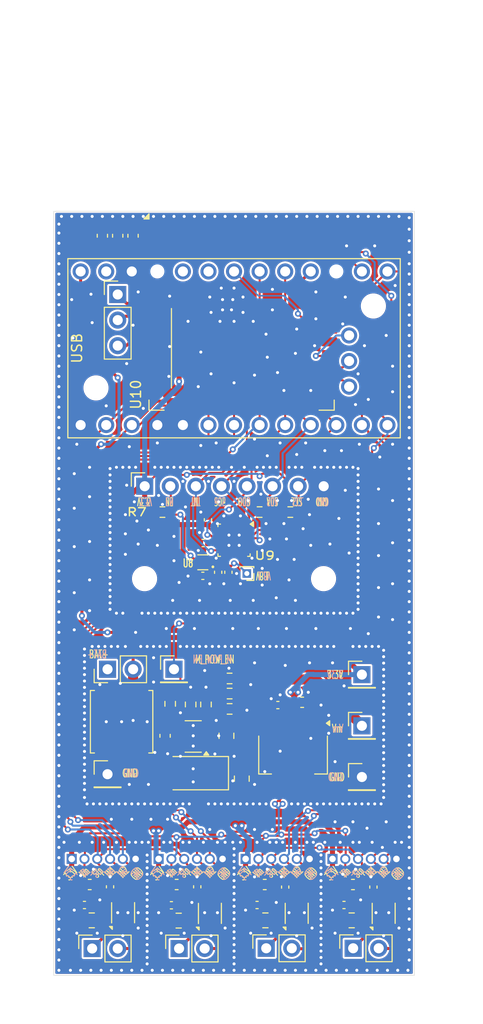
<source format=kicad_pcb>
(kicad_pcb (version 20240108) (generator "pcbnew") (generator_version "8.0")
  (layers (0 "F.Cu" signal) (31 "B.Cu" signal) (34 "B.Paste" user) (35 "F.Paste" user) (36 "B.SilkS" user "B.Silkscreen") (37 "F.SilkS" user "F.Silkscreen") (38 "B.Mask" user) (39 "F.Mask" user) (44 "Edge.Cuts" user))
  (net 0 "")
  (net 1 "GND")
  (net 2 "Net-(D1-A)")
  (net 3 "/motor_control/V_motor")
  (net 4 "/IMU/3.3V")
  (net 5 "Net-(J9-Pin_2)")
  (net 6 "Net-(J9-Pin_1)")
  (net 7 "Net-(J10-Pin_1)")
  (net 8 "Net-(J10-Pin_2)")
  (net 9 "Net-(U8-OUT)")
  (net 10 "Net-(U9-REGOUT)")
  (net 11 "Net-(J13-Pin_2)")
  (net 12 "Net-(J13-Pin_1)")
  (net 13 "Net-(J14-Pin_2)")
  (net 14 "Net-(J14-Pin_1)")
  (net 15 "Net-(J15-Pin_2)")
  (net 16 "/IMU/nCS")
  (net 17 "/IMU/INT")
  (net 18 "Net-(U2-FB)")
  (net 19 "/MCU/M3_1")
  (net 20 "/MCU/M1_1")
  (net 21 "/MCU/M3_2")
  (net 22 "/MCU/M2_1")
  (net 23 "/MCU/M34_sleep")
  (net 24 "/MCU/M12_sleep")
  (net 25 "/MCU/M1_2")
  (net 29 "/MCU/M2_2")
  (net 45 "/MCU/M_POW_EN")
  (net 46 "/MCU/BAT+")
  (net 47 "/IMU/SCL{slash}K")
  (net 48 "/IMU/SDO{slash}AD0")
  (net 49 "/IMU/SDA{slash}SDI")
  (net 63 "unconnected-(U10-IO42-Pad35)")
  (net 65 "Net-(J16-Pin_2)")
  (net 66 "Net-(J16-Pin_3)")
  (net 67 "Net-(J16-Pin_1)")
  (net 68 "/MCU/M4_2")
  (net 69 "/MCU/M4_1")
  (net 70 "/MCU/ext_1")
  (net 71 "/MCU/ext_3")
  (net 72 "/MCU/ext_2")
  (footprint "Connector_PinHeader_1.27mm:PinHeader_1x06_P1.27mm_Vertical" (layer "F.Cu") (at 153.55 140.843 90)
    (property "Reference" "J11" (hide yes))
    (property "Value" "Conn_01x06_Socket")
  )
  (footprint "Capacitor_SMD:C_0805_2012Metric" (layer "F.Cu") (at 146.899 146.965 180)
    (property "Reference" "C12" (hide yes))
    (property "Value" "22uF 25V" (hide yes))
  )
  (footprint "Resistor_SMD:R_0603_1608Metric" (layer "F.Cu") (at 157.988 106.426 180)
    (property "Reference" "R8" (hide yes))
    (property "Value" "4.7k" (hide yes))
  )
  (footprint "Connector_PinHeader_2.54mm:PinHeader_1x01_P2.54mm_Vertical" (layer "F.Cu") (at 146.431 122.022)
    (property "Reference" "J2" (hide yes))
    (property "Value" "Conn_hole")
  )
  (footprint "Connector_PinHeader_2.54mm:PinHeader_1x02_P2.54mm_Vertical" (layer "F.Cu") (at 139.8325 122.022 90)
    (property "Reference" "J3" (hide yes))
    (property "Value" "Conn_01x02_Socket")
  )
  (footprint "Capacitor_SMD:C_0402_1005Metric" (layer "F.Cu") (at 149.806 107.188 90)
    (property "Reference" "C24" (hide yes))
    (property "Value" "0.1uF 16V" (hide yes))
  )
  (footprint "MountingHole:MountingHole_2.2mm_M2" (layer "F.Cu") (at 138.684 94.107)
    (property "Reference" "REF**" (hide yes))
    (property "Value" "MountingHole_2.2mm_M2")
  )
  (footprint "Capacitor_SMD:C_0402_1005Metric" (layer "F.Cu") (at 151.838 112.399 -90)
    (property "Reference" "C25" (hide yes))
    (property "Value" "1uF 25V" (hide yes))
  )
  (footprint "Capacitor_SMD:C_0805_2012Metric" (layer "F.Cu") (at 151.6435 128.626 90)
    (property "Reference" "C5" (hide yes))
    (property "Value" "22uF 25V")
  )
  (footprint "MountingHole:MountingHole_2.2mm_M2" (layer "F.Cu") (at 143.51 113.03)
    (property "Reference" "REF**" (hide yes))
    (property "Value" "MountingHole_2.2mm_M2")
  )
  (footprint "Capacitor_SMD:C_0603_1608Metric" (layer "F.Cu") (at 145.5475 128.626 90)
    (property "Reference" "C1" (hide yes))
    (property "Value" "22uF 6.3V" (hide yes))
  )
  (footprint "Sensor_Motion:InvenSense_QFN-24_3x3mm_P0.4mm" (layer "F.Cu") (at 152.4 109.22 -90)
    (property "Reference" "U9")
    (property "Value" "MPU-6500" (hide yes))
  )
  (footprint "Connector_PinHeader_1.27mm:PinHeader_1x06_P1.27mm_Vertical" (layer "F.Cu") (at 136.271 140.843 90)
    (property "Reference" "J7" (hide yes))
    (property "Value" "Conn_01x06_Socket")
  )
  (footprint "Connector_PinSocket_2.54mm:PinSocket_1x08_P2.54mm_Vertical" (layer "F.Cu") (at 143.525 103.861 90)
    (property "Reference" "J15" (hide yes))
    (property "Value" "Conn_01x08_Socket" (hide yes))
  )
  (footprint "Capacitor_SMD:C_0402_1005Metric" (layer "F.Cu") (at 157.48 143.637 90)
    (property "Reference" "C16" (hide yes))
    (property "Value" "0.1uF 16V")
  )
  (footprint "Diode_SMD:D_SMA" (layer "F.Cu") (at 148.336 132.334 180)
    (property "Reference" "D1" (hide yes))
    (property "Value" "SS34" (hide yes))
  )
  (footprint "Connector_PinHeader_1.27mm:PinHeader_1x06_P1.27mm_Vertical" (layer "F.Cu") (at 144.907 140.843 90)
    (property "Reference" "J8" (hide yes))
    (property "Value" "Conn_01x06_Socket")
  )
  (footprint "Capacitor_SMD:C_0402_1005Metric" (layer "F.Cu") (at 137.539 145.415 180)
    (property "Reference" "C11" (hide yes))
    (property "Value" "0.1uF 16V" (hide yes))
  )
  (footprint "Connector_PinHeader_1.00mm:PinHeader_1x01_P1.00mm_Vertical" (layer "F.Cu") (at 153.67 112.522 180)
    (property "Reference" "REF**" (hide yes))
    (property "Value" "PinHeader_1x01_P1.00mm_Vertical" (hide yes))
  )
  (footprint "Resistor_SMD:R_0603_1608Metric" (layer "F.Cu") (at 146.0555 125.451 90)
    (property "Reference" "R1" (hide yes))
    (property "Value" "10k" (hide yes))
  )
  (footprint "Resistor_SMD:R_0603_1608Metric" (layer "F.Cu") (at 148.0875 125.515 90)
    (property "Reference" "R2" (hide yes))
    (property "Value" "1k 1%" (hide yes))
  )
  (footprint "Connector_PinHeader_1.27mm:PinHeader_1x06_P1.27mm_Vertical" (layer "F.Cu") (at 162.179 140.843 90)
    (property "Reference" "J12" (hide yes))
    (property "Value" "Conn_01x06_Socket")
  )
  (footprint "Capacitor_SMD:C_0402_1005Metric" (layer "F.Cu") (at 146.175 145.441 180)
    (property "Reference" "C10" (hide yes))
    (property "Value" "0.1uF 16V" (hide yes))
  )
  (footprint "Capacitor_SMD:C_0402_1005Metric" (layer "F.Cu") (at 149.298 112.752)
    (property "Reference" "C22" (hide yes))
    (property "Value" "1uF 25V" (hide yes))
  )
  (footprint "Package_TO_SOT_SMD:SOT-23-6" (layer "F.Cu") (at 148.3415 128.692 180)
    (property "Reference" "U2" (hide yes))
    (property "Value" "SX1308" (hide yes))
  )
  (footprint "Resistor_SMD:R_0603_1608Metric" (layer "F.Cu") (at 151.956 122.936)
    (property "Reference" "R6" (hide yes))
    (property "Value" "10k")
  )
  (footprint "Resistor_SMD:R_0603_1608Metric" (layer "F.Cu") (at 151.9605 125.959)
    (property "Reference" "R3" (hide yes))
    (property "Value" "10k" (hide yes))
  )
  (footprint "Package_SON:WSON-8-1EP_2x2mm_P0.5mm_EP0.9x1.6mm" (layer "F.Cu") (at 141.377 146.177 90)
    (property "Reference" "U4" (hide yes))
    (property "Value" "DRV8837" (hide yes))
  )
  (footprint "Capacitor_SMD:C_0402_1005Metric" (layer "F.Cu") (at 150.822 112.399 -90)
    (property "Reference" "C23" (hide yes))
    (property "Value" "0.1uF 16V" (hide yes))
  )
  (footprint "Resistor_SMD:R_0603_1608Metric" (layer "F.Cu") (at 145.288 106.426)
    (property "Reference" "R7")
    (property "Value" "10k" (hide yes))
  )
  (footprint "Capacitor_SMD:C_0603_1608Metric" (layer "F.Cu") (at 140.843 79.007 90)
    (property "Reference" "C28" (hide yes))
    (property "Value" "22uF 6.3V")
  )
  (footprint "Connector_PinHeader_2.54mm:PinHeader_1x01_P2.54mm_Vertical" (layer "F.Cu") (at 165.1 122.555)
    (property "Reference" "J4" (hide yes))
    (property "Value" "Conn_hole")
  )
  (footprint "LesniakM_lib:ProMicro_nRF52840" (layer "F.Cu") (at 152.4 90.17 90)
    (property "Reference" "U1" (hide yes))
    (property "Value" "~")
  )
  (footprint "Resistor_SMD:R_0603_1608Metric" (layer "F.Cu") (at 154.94 106.426)
    (property "Reference" "R9" (hide yes))
    (property "Value" "4.7k" (hide yes))
  )
  (footprint "MountingHole:MountingHole_2.2mm_M2" (layer "F.Cu") (at 161.29 113.03)
    (property "Reference" "REF**" (hide yes))
    (property "Value" "MountingHole_2.2mm_M2")
  )
  (footprint "Connector_PinSocket_2.54mm:PinSocket_1x02_P2.54mm_Vertical" (layer "F.Cu") (at 138.303 149.733 90)
    (property "Reference" "J9" (hide yes))
    (property "Value" "Conn_01x02_Socket" (hide yes))
  )
  (footprint "Capacitor_SMD:C_0603_1608Metric" (layer "F.Cu") (at 155.448 143.383 180)
    (property "Reference" "C14" (hide yes))
    (property "Value" "22uF 6.3V")
  )
  (footprint "Connector_PinHeader_2.54mm:PinHeader_1x01_P2.54mm_Vertical" (layer "F.Cu") (at 165.1 132.715)
    (property "Reference" "J6" (hide yes))
    (property "Value" "Conn_hole")
  )
  (footprint "Connector_PinSocket_2.54mm:PinSocket_1x02_P2.54mm_Vertical" (layer "F.Cu") (at 146.939 149.733 90)
    (property "Reference" "J10" (hide yes))
    (property "Value" "Conn_01x02_Socket" (hide yes))
  )
  (footprint "Capacitor_SMD:C_0603_1608Metric" (layer "F.Cu") (at 159.1635 125.299 180)
    (property "Reference" "C3" (hide yes))
    (property "Value" "22uF 6.3V")
  )
  (footprint "Capacitor_SMD:C_0402_1005Metric" (layer "F.Cu") (at 156.7515 125.578 180)
    (property "Reference" "C4" (hide yes))
    (property "Value" "0.1uF 16V")
  )
  (footprint "Capacitor_SMD:C_0603_1608Metric" (layer "F.Cu") (at 164.211 143.383 180)
    (property "Reference" "C15" (hide yes))
    (property "Value" "22uF 6.3V")
  )
  (footprint "Connector_PinHeader_2.54mm:PinHeader_1x03_P2.54mm_Vertical" (layer "F.Cu") (at 140.843 84.836)
    (property "Reference" "J16" (hide yes))
    (property "Value" "Conn_01x03_Pin")
  )
  (footprint "Package_TO_SOT_SMD:SOT-223-3_TabPin2" (layer "F.Cu") (at 158.2615 130.506 -90)
    (property "Reference" "U3" (hide yes))
    (property "Value" "AMS1117-3.3")
  )
  (footprint "Resistor_SMD:R_0603_1608Metric" (layer "F.Cu") (at 151.9605 124.435)
    (property "Reference" "R5" (hide yes))
    (property "Value" "10k" (hide yes))
  )
  (footprint "Capacitor_SMD:C_0402_1005Metric" (layer "F.Cu") (at 154.686 145.415 180)
    (property "Reference" "C18" (hide yes))
    (property "Value" "0.1uF 16V")
  )
  (footprint "Resistor_SMD:R_0603_1608Metric" (layer "F.Cu") (at 149.6115 125.515 90)
    (property "Reference" "R4" (hide yes))
    (property "Value" "1k 1%" (hide yes))
  )
  (footprint "Package_SON:WSON-8-1EP_2x2mm_P0.5mm_EP0.9x1.6mm" (layer "F.Cu") (at 158.623 146.238 90)
    (property "Reference" "U6" (hide yes))
    (property "Value" "DRV8837")
  )
  (footprint "Capacitor_SMD:C_0805_2012Metric" (layer "F.Cu") (at 155.514 146.939 180)
    (property "Reference" "C20" (hide yes))
    (property "Value" "22uF 25V")
  )
  (footprint "Connector_PinSocket_2.54mm:PinSocket_1x02_P2.54mm_Vertical" (layer "F.Cu") (at 164.231 149.708 90)
    (property "Reference" "J14" (hide yes))
    (property "Value" "Conn_01x02_Socket")
  )
  (footprint "Capacitor_SMD:C_0805_2012Metric" (layer "F.Cu") (at 138.263 146.939 180)
    (property "Reference" "C13" (hide yes))
    (property "Value" "22uF 25V" (hide yes))
  )
  (footprint "MountingHole:MountingHole_2.2mm_M2" (layer "F.Cu") (at 166.243 85.979)
    (property "Reference" "REF**" (hide yes))
    (property "Value" "MountingHole_2.2mm_M2")
  )
  (footprint "Capacitor_SMD:C_0603_1608Metric" (layer "F.Cu") (at 139.319 79.007 90)
    (property "Reference" "C29" (hide yes))
    (property "Value" "22uF 6.3V")
  )
  (footprint "Inductor_SMD:L_TDK_VLS6045EX_VLS6045AF" (layer "F.Cu") (at 141.2295 127.229 -90)
    (property "Reference" "L1" (hide yes))
    (property "Value" "22uH 1.4A" (hide yes))
  )
  (footprint "Capacitor_SMD:C_0402_1005Metric" (layer "F.Cu") (at 140.081 143.609 90)
    (property "Reference" "C9" (hide yes))
    (property "Value" "0.1uF 16V" (hide yes))
  )
  (footprint "Capacitor_SMD:C_0805_2012Metric" (layer "F.Cu") (at 164.084 146.939 180)
    (property "Reference" "C21" (hide yes))
    (property "Value" "22uF 25V")
  )
  (footprint "Capacitor_SMD:C_0603_1608Metric" (layer "F.Cu") (at 138.062 143.383 180)
    (property "Reference" "C7" (hide yes))
    (property "Value" "22uF 6.3V" (hide yes))
  )
  (footprint "Capacitor_SMD:C_0603_1608Metric" (layer "F.Cu") (at 142.367 79.007 90)
    (property "Reference" "C27" (hide yes))
    (property "Value" "22uF 6.3V")
  )
  (footprint "Connector_PinHeader_2.54mm:PinHeader_1x01_P2.54mm_Vertical" (layer "F.Cu") (at 139.8325 132.436)
    (property "Reference" "J1" (hide yes))
    (property "Value" "Conn_hole")
  )
  (footprint "Capacitor_SMD:C_0805_2012Metric" (layer "F.Cu") (at 153.1675 132.878 -90)
    (property "Reference" "C2" (hide yes))
    (property "Value" "22uF 25V")
  )
  (footprint "Capacitor_SMD:C_0402_1005Metric" (layer "F.Cu") (at 163.322 145.415 180)
    (property "Reference" "C19" (hide yes))
    (property "Value" "0.1uF 16V")
  )
  (footprint "Capacitor_SMD:C_0603_1608Metric" (layer "F.Cu") (at 146.698 143.383 180)
    (property "Reference" "C6" (hide yes))
    (property "Value" "22uF 6.3V" (hide yes))
  )
  (footprint "RF_Module:ESP32-S3-WROOM-1" (layer "F.Cu") (at 153.149 83.365)
    (property "Reference" "U10")
    (property "Value" "ESP32-S3-WROOM-1")
  )
  (footprint "Package_SON:WSON-8-1EP_2x2mm_P0.5mm_EP0.9x1.6mm" (layer "F.Cu") (at 150.001 146.243 90)
    (property "Reference" "U5" (hide yes))
    (property "Value" "DRV8837" (hide yes))
  )
  (footprint "Connector_PinHeader_2.54mm:PinHeader_1x01_P2.54mm_Vertical" (layer "F.Cu") (at 165.1 127.635)
    (property "Reference" "J5" (hide yes))
    (property "Value" "Conn_hole")
  )
  (footprint "Connector_PinSocket_2.54mm:PinSocket_1x02_P2.54mm_Vertical" (layer "F.Cu") (at 155.595 149.708 90)
    (property "Reference" "J13" (hide yes))
    (property "Value" "Conn_01x02_Socket")
  )
  (footprint "Capacitor_SMD:C_0402_1005Metric" (layer "F.Cu") (at 149.324 109.498 180)
    (property "Reference" "C26" (hide yes))
    (property "Value" "0.1uF 16V" (hide yes))
  )
  (footprint "Package_SON:Texas_X2SON-4_1x1mm_P0.65mm" (layer "F.Cu") (at 149.298 111.411 180)
    (property "Reference" "U8")
    (property "Value" "TPS7A20xxxDQN" (hide yes))
  )
  (footprint "Package_SON:WSON-8-1EP_2x2mm_P0.5mm_EP0.9x1.6mm" (layer "F.Cu") (at 167.263 146.238 90)
    (property "Reference" "U7" (hide yes))
    (property "Value" "DRV8837")
  )
  (footprint "Capacitor_SMD:C_0402_1005Metric" (layer "F.Cu") (at 166.243 143.637 90)
    (property "Reference" "C17" (hide yes))
    (property "Value" "0.1uF 16V")
  )
  (footprint "Capacitor_SMD:C_0402_1005Metric" (layer "F.Cu") (at 148.743 143.609 90)
    (property "Reference" "C8" (hide yes))
    (property "Value" "0.1uF 16V" (hide yes))
  )
  (gr_line (start 134.493 152.4) (end 134.493 76.581) (stroke (width 0.05)) (layer "Edge.Cuts"))
  (gr_line (start 170.307 152.4) (end 134.493 152.4) (stroke (width 0.05)) (layer "Edge.Cuts"))
  (gr_line (start 134.493 76.581) (end 170.307 76.581) (stroke (width 0.05)) (layer "Edge.Cuts"))
  (gr_line (start 170.307 76.581) (end 170.307 152.4) (stroke (width 0.05)) (layer "Edge.Cuts"))
  (gr_text "IN2" (at 167.259 142.875 -45) (layer "B.SilkS") (effects (font (size 0.8 0.4) (thickness 0.1) (bold yes)) (justify left bottom mirror)))
  (gr_text "INT" (at 148.082 104.902 180) (layer "B.SilkS") (effects (font (size 0.8 0.4) (thickness 0.1) (bold yes)) (justify left bottom mirror)))
  (gr_text "Vm" (at 137.541 142.875 -45) (layer "B.SilkS") (effects (font (size 0.8 0.4) (thickness 0.1) (bold yes)) (justify left bottom mirror)))
  (gr_text "3.3V" (at 136.271 143.129 -45) (layer "B.SilkS") (effects (font (size 0.8 0.4) (thickness 0.1) (bold yes)) (justify left bottom mirror)))
  (gr_text "IN2" (at 141.351 142.875 -45) (layer "B.SilkS") (effects (font (size 0.8 0.4) (thickness 0.1) (bold yes)) (justify left bottom mirror)))
  (gr_text "3.3V" (at 162.179 143.129 -45) (layer "B.SilkS") (effects (font (size 0.8 0.4) (thickness 0.1) (bold yes)) (justify left bottom mirror)))
  (gr_text "GND" (at 160.528 104.902 180) (layer "B.SilkS") (effects (font (size 0.8 0.4) (thickness 0.1) (bold yes)) (justify left bottom mirror)))
  (gr_text "Slp" (at 156.083 142.875 -45) (layer "B.SilkS") (effects (font (size 0.8 0.4) (thickness 0.1) (bold yes)) (justify left bottom mirror)))
  (gr_text "Vm" (at 163.3275 128.372 0) (layer "B.SilkS") (effects (font (size 0.8 0.5) (thickness 0.1)) (justify left bottom mirror)))
  (gr_text "3.3V" (at 153.543 143.129 -45) (layer "B.SilkS") (effects (font (size 0.8 0.4) (thickness 0.1) (bold yes)) (justify left bottom mirror)))
  (gr_text "1.8V" (at 154.686 112.268 180) (layer "B.SilkS") (effects (font (size 0.8 0.4) (thickness 0.1) (bold yes)) (justify left bottom mirror)))
  (gr_text "Slp" (at 138.811 142.875 -45) (layer "B.SilkS") (effects (font (size 0.8 0.4) (thickness 0.1) (bold yes)) (justify left bottom mirror)))
  (gr_text "3.3V" (at 163.3275 123.038 0) (layer "B.SilkS") (effects (font (size 0.8 0.5) (thickness 0.1)) (justify left bottom mirror)))
  (gr_text "M_POW_EN" (at 152.2785 121.514 0) (layer "B.SilkS") (effects (font (size 0.8 0.5) (thickness 0.1)) (justify left bottom mirror)))
  (gr_text "GND" (at 168.783 143.129 -45) (layer "B.SilkS") (effects (font (size 0.8 0.4) (thickness 0.1) (bold yes)) (justify left bottom mirror)))
  (gr_text "GND" (at 142.875 143.129 -45) (layer "B.SilkS") (effects (font (size 0.8 0.4) (thickness 0.1) (bold yes)) (justify left bottom mirror)))
  (gr_text "nCS" (at 150.368 104.902 180) (layer "B.SilkS") (effects (font (size 0.8 0.4) (thickness 0.1) (bold yes)) (justify left bottom mirror)))
  (gr_text "BAT+" (at 139.8325 121.006 0) (layer "B.SilkS") (effects (font (size 0.8 0.5) (thickness 0.1)) (justify left bottom mirror)))
  (gr_text "GND" (at 163.3275 133.198 0) (layer "B.SilkS") (effects (font (size 0.8 0.5) (thickness 0.1)) (justify left bottom mirror)))
  (gr_text "3.3V" (at 144.907 143.129 -45) (layer "B.SilkS") (effects (font (size 0.8 0.4) (thickness 0.1) (bold yes)) (justify left bottom mirror)))
  (gr_text "GND" (at 160.147 143.129 -45) (layer "B.SilkS") (effects (font (size 0.8 0.4) (thickness 0.1) (bold yes)) (justify left bottom mirror)))
  (gr_text "IN1" (at 148.717 142.875 -45) (layer "B.SilkS") (effects (font (size 0.8 0.4) (thickness 0.1) (bold yes)) (justify left bottom mirror)))
  (gr_text "SCL" (at 158.115 104.902 180) (layer "B.SilkS") (effects (font (size 0.8 0.4) (thickness 0.1) (bold yes)) (justify left bottom mirror)))
  (gr_text "SDO" (at 152.781 104.902 180) (layer "B.SilkS") (effects (font (size 0.8 0.4) (thickness 0.1) (bold yes)) (justify left bottom mirror)))
  (gr_text "Vm" (at 154.813 142.875 -45) (layer "B.SilkS") (effects (font (size 0.8 0.4) (thickness 0.1) (bold yes)) (justify left bottom mirror)))
  (gr_text "Vm" (at 146.177 142.875 -45) (layer "B.SilkS") (effects (font (size 0.8 0.4) (thickness 0.1) (bold yes)) (justify left bottom mirror)))
  (gr_text "IN1" (at 165.989 142.875 -45) (layer "B.SilkS") (effects (font (size 0.8 0.4) (thickness 0.1) (bold yes)) (justify left bottom mirror)))
  (gr_text "IN2" (at 149.987 142.875 -45) (layer "B.SilkS") (effects (font (size 0.8 0.4) (thickness 0.1) (bold yes)) (justify left bottom mirror)))
  (gr_text "IN2" (at 158.623 142.875 -45) (layer "B.SilkS") (effects (font (size 0.8 0.4) (thickness 0.1) (bold yes)) (justify left bottom mirror)))
  (gr_text "GND" (at 151.511 143.129 -45) (layer "B.SilkS") (effects (font (size 0.8 0.4) (thickness 0.1) (bold yes)) (justify left bottom mirror)))
  (gr_text "IN1" (at 140.081 142.875 -45) (layer "B.SilkS") (effects (font (size 0.8 0.4) (thickness 0.1) (bold yes)) (justify left bottom mirror)))
  (gr_text "Vm" (at 163.449 142.875 -45) (layer "B.SilkS") (effects (font (size 0.8 0.4) (thickness 0.1) (bold yes)) (justify left bottom mirror)))
  (gr_text "IN1" (at 157.353 142.875 -45) (layer "B.SilkS") (effects (font (size 0.8 0.4) (thickness 0.1) (bold yes)) (justify left bottom mirror)))
  (gr_text "3.3V" (at 142.875 104.902 180) (layer "B.SilkS") (effects (font (size 0.8 0.4) (thickness 0.1) (bold yes)) (justify left bottom mirror)))
  (gr_text "EN" (at 145.542 104.902 180) (layer "B.SilkS") (effects (font (size 0.8 0.4) (thickness 0.1) (bold yes)) (justify left bottom mirror)))
  (gr_text "GND" (at 143.0075 132.817 0) (layer "B.SilkS") (effects (font (size 0.8 0.5) (thickness 0.1)) (justify left bottom mirror)))
  (gr_text "Slp" (at 164.719 142.875 -45) (layer "B.SilkS") (effects (font (size 0.8 0.4) (thickness 0.1) (bold yes)) (justify left bottom mirror)))
  (gr_text "SDA" (at 155.575 104.902 180) (layer "B.SilkS") (effects (font (size 0.8 0.4) (thickness 0.1) (bold yes)) (justify left bottom mirror)))
  (gr_text "Slp" (at 147.447 142.875 -45) (layer "B.SilkS") (effects (font (size 0.8 0.4) (thickness 0.1) (bold yes)) (justify left bottom mirror)))
  (gr_text "M_POW_EN" (at 148.463 121.514 0) (layer "F.SilkS") (effects (font (size 0.8 0.5) (thickness 0.1)) (justify left bottom)))
  (gr_text "1.8V" (at 155.956 112.268 180) (layer "F.SilkS") (effects (font (size 0.8 0.4) (thickness 0.1) (bold yes)) (justify left bottom)))
  (gr_text "IN2" (at 158.623 142.875 45) (layer "F.SilkS") (effects (font (size 0.8 0.4) (thickness 0.1) (bold yes)) (justify left bottom)))
  (gr_text "Vm" (at 162.0575 128.372 0) (layer "F.SilkS") (effects (font (size 0.8 0.5) (thickness 0.1)) (justify left bottom)))
  (gr_text "Slp" (at 156.083 142.875 45) (layer "F.SilkS") (effects (font (size 0.8 0.4) (thickness 0.1) (bold yes)) (justify left bottom)))
  (gr_text "Vm" (at 146.177 142.875 45) (layer "F.SilkS") (effects (font (size 0.8 0.4) (thickness 0.1) (bold yes)) (justify left bottom)))
  (gr_text "GND" (at 141.2295 132.817 0) (layer "F.SilkS") (effects (font (size 0.8 0.5) (thickness 0.1)) (justify left bottom)))
  (gr_text "3.3V" (at 161.925 143.129 45) (layer "F.SilkS") (effects (font (size 0.8 0.4) (thickness 0.1) (bold yes)) (justify left bottom)))
  (gr_text "GND" (at 159.893 143.129 45) (layer "F.SilkS") (effects (font (size 0.8 0.4) (thickness 0.1) (bold yes)) (justify left bottom)))
  (gr_text "SDA" (at 156.845 104.902 180) (layer "F.SilkS") (effects (font (size 0.8 0.4) (thickness 0.1) (bold yes)) (justify left bottom)))
  (gr_text "IN1" (at 148.717 142.875 45) (layer "F.SilkS") (effects (font (size 0.8 0.4) (thickness 0.1) (bold yes)) (justify left bottom)))
  (gr_text "BAT+" (at 137.9275 121.006 0) (layer "F.SilkS") (effects (font (size 0.8 0.5) (thickness 0.1)) (justify left bottom)))
  (gr_text "GND" (at 151.257 143.129 45) (layer "F.SilkS") (effects (font (size 0.8 0.4) (thickness 0.1) (bold yes)) (justify left bottom)))
  (gr_text "Vm" (at 154.813 142.875 45) (layer "F.SilkS") (effects (font (size 0.8 0.4) (thickness 0.1) (bold yes)) (justify left bottom)))
  (gr_text "SCL" (at 159.258 104.902 180) (layer "F.SilkS") (effects (font (size 0.8 0.4) (thickness 0.1) (bold yes)) (justify left bottom)))
  (gr_text "Vm" (at 137.541 142.875 45) (layer "F.SilkS") (effects (font (size 0.8 0.4) (thickness 0.1) (bold yes)) (justify left bottom)))
  (gr_text "IN2" (at 149.987 142.875 45) (layer "F.SilkS") (effects (font (size 0.8 0.4) (thickness 0.1) (bold yes)) (justify left bottom)))
  (gr_text "3.3V" (at 136.017 143.129 45) (layer "F.SilkS") (effects (font (size 0.8 0.4) (thickness 0.1) (bold yes)) (justify left bottom)))
  (gr_text "IN2" (at 141.351 142.875 45) (layer "F.SilkS") (effects (font (size 0.8 0.4) (thickness 0.1) (bold yes)) (justify left bottom)))
  (gr_text "GND" (at 161.8035 133.198 0) (layer "F.SilkS") (effects (font (size 0.8 0.5) (thickness 0.1)) (justify left bottom)))
  (gr_text "Vm" (at 163.449 142.875 45) (layer "F.SilkS") (effects (font (size 0.8 0.4) (thickness 0.1) (bold yes)) (justify left bottom)))
  (gr_text "3.3V" (at 144.653 143.129 45) (layer "F.SilkS") (effects (font (size 0.8 0.4) (thickness 0.1) (bold yes)) (justify left bottom)))
  (gr_text "3.3V" (at 153.289 143.129 45) (layer "F.SilkS") (effects (font (size 0.8 0.4) (thickness 0.1) (bold yes)) (justify left bottom)))
  (gr_text "Slp" (at 138.811 142.875 45) (layer "F.SilkS") (effects (font (size 0.8 0.4) (thickness 0.1) (bold yes)) (justify left bottom)))
  (gr_text "IN1" (at 165.989 142.875 45) (layer "F.SilkS") (effects (font (size 0.8 0.4) (thickness 0.1) (bold yes)) (justify left bottom)))
  (gr_text "GND\n" (at 161.798 104.902 180) (layer "F.SilkS") (effects (font (size 0.8 0.4) (thickness 0.1) (bold yes)) (justify left bottom)))
  (gr_text "GND" (at 142.621 143.129 45) (layer "F.SilkS") (effects (font (size 0.8 0.4) (thickness 0.1) (bold yes)) (justify left bottom)))
  (gr_text "EN" (at 146.431 104.902 180) (layer "F.SilkS") (effects (font (size 0.8 0.4) (thickness 0.1) (bold yes)) (justify left bottom)))
  (gr_text "Slp" (at 147.447 142.875 45) (layer "F.SilkS") (effects (font (size 0.8 0.4) (thickness 0.1) (bold yes)) (justify left bottom)))
  (gr_text "INT" (at 149.098 104.902 180) (layer "F.SilkS") (effects (font (size 0.8 0.4) (thickness 0.1) (bold yes)) (justify left bottom)))
  (gr_text "IN2" (at 167.259 142.875 45) (layer "F.SilkS") (effects (font (size 0.8 0.4) (thickness 0.1) (bold yes)) (justify left bottom)))
  (gr_text "IN1" (at 157.353 142.875 45) (layer "F.SilkS") (effects (font (size 0.8 0.4) (thickness 0.1) (bold yes)) (justify left bottom)))
  (gr_text "Slp" (at 164.719 142.875 45) (layer "F.SilkS") (effects (font (size 0.8 0.4) (thickness 0.1) (bold yes)) (justify left bottom)))
  (gr_text "GND" (at 168.529 143.129 45) (layer "F.SilkS") (effects (font (size 0.8 0.4) (thickness 0.1) (bold yes)) (justify left bottom)))
  (gr_text "nCS" (at 151.638 104.902 180) (layer "F.SilkS") (effects (font (size 0.8 0.4) (thickness 0.1) (bold yes)) (justify left bottom)))
  (gr_text "3.3V" (at 161.5495 123.038 0) (layer "F.SilkS") (effects (font (size 0.8 0.5) (thickness 0.1)) (justify left bottom)))
  (gr_text "IN1" (at 140.081 142.875 45) (layer "F.SilkS") (effects (font (size 0.8 0.4) (thickness 0.1) (bold yes)) (justify left bottom)))
  (gr_text "SDO" (at 154.051 104.902 180) (layer "F.SilkS") (effects (font (size 0.8 0.4) (thickness 0.1) (bold yes)) (justify left bottom)))
  (gr_text "3.3V" (at 144.145 104.902 180) (layer "F.SilkS") (effects (font (size 0.8 0.4) (thickness 0.1) (bold yes)) (justify left bottom)))
  (segment (start 150.751 146.943001) (end 150.746999 146.939) (width 0.2) (layer "F.Cu") (net 1))
  (segment (start 167.311386 146.243) (end 167.247 146.243) (width 0.2) (layer "F.Cu") (net 1))
  (segment (start 153.9 109.82) (end 153 109.82) (width 0.2) (layer "F.Cu") (net 1))
  (segment (start 149.413 128.626) (end 149.479 128.692) (width 0.2) (layer "F.Cu") (net 1))
  (segment (start 147.0715 126.34) (end 147.0715 126.511648) (width 0.2) (layer "F.Cu") (net 1))
  (segment (start 148.3415 128.626) (end 148.3415 129.642) (width 0.2) (layer "F.Cu") (net 1))
  (segment (start 149.728 111.086) (end 150.534 111.086) (width 0.2) (layer "F.Cu") (net 1))
  (segment (start 147.867052 127.102) (end 148.3415 127.576448) (width 0.2) (layer "F.Cu") (net 1))
  (segment (start 153.4 110.72) (end 153.4 110.41935) (width 0.1) (layer "F.Cu") (net 1))
  (segment (start 148.3415 128.626) (end 149.413 128.626) (width 0.2) (layer "F.Cu") (net 1))
  (segment (start 150.065386 146.243) (end 150.001 146.243) (width 0.2) (layer "F.Cu") (net 1))
  (segment (start 152.908 109.92735) (end 152.908 109.728) (width 0.1) (layer "F.Cu") (net 1))
  (segment (start 150.746999 146.939) (end 150.746999 146.924613) (width 0.2) (layer "F.Cu") (net 1))
  (segment (start 167.997 147.193) (end 167.997 146.928614) (width 0.2) (layer "F.Cu") (net 1))
  (segment (start 148.3415 127.576448) (end 148.3415 127.61) (width 0.2) (layer "F.Cu") (net 1))
  (segment (start 148.878 110.236) (end 149.728 111.086) (width 0.2) (layer "F.Cu") (net 1))
  (segment (start 142.127 146.862614) (end 141.441386 146.177) (width 0.2) (layer "F.Cu") (net 1))
  (segment (start 149.623 111.086) (end 149.298 111.411) (width 0.2) (layer "F.Cu") (net 1))
  (segment (start 151.838 112.879) (end 149.905 112.879) (width 0.2) (layer "F.Cu") (net 1))
  (segment (start 147.0715 126.511648) (end 147.661852 127.102) (width 0.2) (layer "F.Cu") (net 1))
  (segment (start 159.308614 146.862614) (end 158.623 146.177) (width 0.2) (layer "F.Cu") (net 1))
  (segment (start 148.3415 128.626) (end 148.3415 127.61) (width 0.2) (layer "F.Cu") (net 1))
  (segment (start 149.728 111.086) (end 149.623 111.086) (width 0.2) (layer "F.Cu") (net 1))
  (segment (start 139.319 78.232) (end 144.272 78.232) (width 0.3) (layer "F.Cu") (net 1))
  (segment (start 141.441386 146.177) (end 141.377 146.177) (width 0.2) (layer "F.Cu") (net 1))
  (segment (start 148.0875 125.07) (end 148.0875 124.69) (width 0.2) (layer "F.Cu") (net 1))
  (segment (start 149.905 112.879) (end 149.778 112.752) (width 0.2) (layer "F.Cu") (net 1))
  (segment (start 144.272 78.232) (end 144.399 78.105) (width 0.3) (layer "F.Cu") (net 1))
  (segment (start 167.997 146.928614) (end 167.311386 146.243) (width 0.2) (layer "F.Cu") (net 1))
  (segment (start 153.4 110.41935) (end 152.908 109.92735) (width 0.1) (layer "F.Cu") (net 1))
  (segment (start 153.9 109.82) (end 154.27136 109.82) (width 0.2) (layer "F.Cu") (net 1))
  (segment (start 142.127 147.127) (end 142.127 146.862614) (width 0.2) (layer "F.Cu") (net 1))
  (segment (start 147.0715 126.34) (end 147.0715 126.086) (width 0.2) (layer "F.Cu") (net 1))
  (segment (start 150.534 111.086) (end 150.622 110.998) (width 0.2) (layer "F.Cu") (net 1))
  (segment (start 150.746999 146.924613) (end 150.065386 146.243) (width 0.2) (layer "F.Cu") (net 1))
  (segment (start 159.387 147.193) (end 159.387 146.928614) (width 0.2) (layer "F.Cu") (net 1))
  (segment (start 147.0715 126.086) (end 148.0875 125.07) (width 0.2) (layer "F.Cu") (net 1))
  (segment (start 148.844 110.236) (end 148.878 110.236) (width 0.2) (layer "F.Cu") (net 1))
  (segment (start 147.661852 127.102) (end 147.867052 127.102) (width 0.2) (layer "F.Cu") (net 1))
  (segment (start 153 109.82) (end 152.908 109.728) (width 0.2) (layer "F.Cu") (net 1))
  (segment (start 150.751 147.193) (end 150.751 146.943001) (width 0.2) (layer "F.Cu") (net 1))
  (via (at 169.799 101.092) (size 0.6) (drill 0.3) (layers "F.Cu" "B.Cu") (net 1))
  (via (at 155.956 119.761) (size 0.6) (drill 0.3) (layers "F.Cu" "B.Cu") (net 1))
  (via (at 143.764 150.622) (size 0.6) (drill 0.3) (layers "F.Cu" "B.Cu") (net 1))
  (via (at 137.541 129.54) (size 0.6) (drill 0.3) (layers "F.Cu" "B.Cu") (net 1))
  (via (at 149.86 135.382) (size 0.6) (drill 0.3) (layers "F.Cu" "B.Cu") (net 1))
  (via (at 135.001 82.804) (size 0.6) (drill 0.3) (layers "F.Cu" "B.Cu") (net 1))
  (via (at 166.751 116.84) (size 0.6) (drill 0.3) (layers "F.Cu" "B.Cu") (net 1))
  (via (at 143.764 141.732) (size 0.6) (drill 0.3) (layers "F.Cu" "B.Cu") (net 1))
  (via (at 164.211 101.981) (size 0.6) (drill 0.3) (layers "F.Cu" "B.Cu") (net 1))
  (via (at 162.1845 121.387) (size 0.6) (drill 0.3) (layers "F.Cu" "B.Cu") (net 1))
  (via (at 167.259 120.142) (size 0.6) (drill 0.3) (layers "F.Cu" "B.Cu") (net 1))
  (via (at 169.799 127.508) (size 0.6) (drill 0.3) (layers "F.Cu" "B.Cu") (net 1))
  (via (at 159.385 135.382) (size 0.6) (drill 0.3) (layers "F.Cu" "B.Cu") (net 1))
  (via (at 159.893 106.68) (size 0.6) (drill 0.3) (layers "F.Cu" "B.Cu") (net 1))
  (via (at 149.606 101.981) (size 0.6) (drill 0.3) (layers "F.Cu" "B.Cu") (net 1))
  (via (at 137.541 133.985) (size 0.6) (drill 0.3) (layers "F.Cu" "B.Cu") (net 1))
  (via (at 149.479 77.089) (size 0.6) (drill 0.3) (layers "F.Cu" "B.Cu") (net 1))
  (via (at 140.208 136.906) (size 0.6) (drill 0.3) (layers "F.Cu" "B.Cu") (net 1))
  (via (at 144.907 104.775) (size 0.6) (drill 0.3) (layers "F.Cu" "B.Cu") (net 1))
  (via (at 135.001 98.044) (size 0.6) (drill 0.3) (layers "F.Cu" "B.Cu") (net 1))
  (via (at 156.591 77.089) (size 0.6) (drill 0.3) (layers "F.Cu" "B.Cu") (net 1))
  (via (at 138.049 109.347) (size 0.6) (drill 0.3) (layers "F.Cu" "B.Cu") (net 1))
  (via (at 155.4535 132.182) (size 0.6) (drill 0.3) (layers "F.Cu" "B.Cu") (net 1))
  (via (at 140.081 104.013) (size 0.6) (drill 0.3) (layers "F.Cu" "B.Cu") (net 1))
  (via (at 167.259 130.937) (size 0.6) (drill 0.3) (layers "F.Cu" "B.Cu") (net 1))
  (via (at 135.001 142.748) (size 0.6) (drill 0.3) (layers "F.Cu" "B.Cu") (net 1))
  (via (at 154.686 139.192) (size 0.6) (drill 0.3) (layers "F.Cu" "B.Cu") (net 1))
  (via (at 160.528 151.892) (size 0.6) (drill 0.3) (layers "F.Cu" "B.Cu") (net 1))
  (via (at 161.036 116.459) (size 0.6) (drill 0.3) (layers "F.Cu" "B.Cu") (net 1))
  (via (at 142.748 107.315) (size 0.6) (drill 0.3) (layers "F.Cu" "B.Cu") (net 1))
  (via (at 151.257 86.36) (size 0.6) (drill 0.3) (layers "F.Cu" "B.Cu") (net 1))
  (via (at 158.623 77.089) (size 0.6) (drill 0.3) (layers "F.Cu" "B.Cu") (net 1))
  (via (at 141.351 77.089) (size 0.6) (drill 0.3) (layers "F.Cu" "B.Cu") (net 1))
  (via (at 151.384 106.807) (size 0.6) (drill 0.3) (layers "F.Cu" "B.Cu") (net 1))
  (via (at 160.274 139.192) (size 0.6) (drill 0.3) (layers "F.Cu" "B.Cu") (net 1))
  (via (at 157.607 109.093) (size 0.6) (drill 0.3) (layers "F.Cu" "B.Cu") (net 1))
  (via (at 164.592 151.892) (size 0.6) (drill 0.3) (layers "F.Cu" "B.Cu") (net 1))
  (via (at 167.767 77.089) (size 0.6) (drill 0.3) (layers "F.Cu" "B.Cu") (net 1))
  (via (at 135.001 83.82) (size 0.6) (drill 0.3) (layers "F.Cu" "B.Cu") (net 1))
  (via (at 158.115 135.382) (size 0.6) (drill 0.3) (layers "F.Cu" "B.Cu") (net 1))
  (via (at 157.861 113.157) (size 0.6) (drill 0.3) (layers "F.Cu" "B.Cu") (net 1))
  (via (at 169.799 136.652) (size 0.6) (drill 0.3) (layers "F.Cu" "B.Cu") (net 1))
  (via (at 159.131 116.459) (size 0.6) (drill 0.3) (layers "F.Cu" "B.Cu") (net 1))
  (via (at 167.259 133.477) (size 0.6) (drill 0.3) (layers "F.Cu" "B.Cu") (net 1))
  (via (at 135.001 134.62) (size 0.6) (drill 0.3) (layers "F.Cu" "B.Cu") (net 1))
  (via (at 169.799 108.204) (size 0.6) (drill 0.3) (layers "F.Cu" "B.Cu") (net 1))
  (via (at 135.001 97.028) (size 0.6) (drill 0.3) (layers "F.Cu" "B.Cu") (net 1))
  (via (at 158.75 135.382) (size 0.6) (drill 0.3) (layers "F.Cu" "B.Cu") (net 1))
  (via (at 147.701 116.459) (size 0.6) (drill 0.3) (layers "F.Cu" "B.Cu") (net 1))
  (via (at 142.621 101.981) (size 0.6) (drill 0.3) (layers "F.Cu" "B.Cu") (net 1))
  (via (at 167.513 137.16) (size 0.6) (drill 0.3) (layers "F.Cu" "B.Cu") (net 1))
  (via (at 144.78 109.728) (size 0.6) (drill 0.3) (layers "F.Cu" "B.Cu") (net 1))
  (via (at 169.799 114.3) (size 0.6) (drill 0.3) (layers "F.Cu" "B.Cu") (net 1))
  (via (at 169.799 140.716) (size 0.6) (drill 0.3) (layers "F.Cu" "B.Cu") (net 1))
  (via (at 135.001 96.012) (size 0.6) (drill 0.3) (layers "F.Cu" "B.Cu") (net 1))
  (via (at 155.575 107.569) (size 0.6) (drill 0.3) (layers "F.Cu" "B.Cu") (net 1))
  (via (at 155.194 110.236) (size 0.6) (drill 0.3) (layers "F.Cu" "B.Cu") (net 1))
  (via (at 148.3415 128.626) (size 0.6) (drill 0.3) (layers "F.Cu" "B.Cu") (net 1))
  (via (at 159.512 151.892) (size 0.6) (drill 0.3) (layers "F.Cu" "B.Cu") (net 1))
  (via (at 150.495 130.429) (size 0.6) (drill 0.3) (layers "F.Cu" "B.Cu") (net 1))
  (via (at 161.036 119.761) (size 0.6) (drill 0.3) (layers "F.Cu" "B.Cu") (net 1))
  (via (at 158.623 148.463) (size 0.6) (drill 0.3) (layers "F.Cu" "B.Cu") (net 1))
  (via (at 140.081 103.378) (size 0.6) (drill 0.3) (layers "F.Cu" "B.Cu") (net 1))
  (via (at 155.575 77.089) (size 0.6) (drill 0.3) (layers "F.Cu" "B.Cu") (net 1))
  (via (at 156.9775 124.562) (size 0.6) (drill 0.3) (layers "F.Cu" "B.Cu") (net 1))
  (via (at 167.259 132.842) (size 0.6) (drill 0.3) (layers "F.Cu" "B.Cu") (net 1))
  (via (at 135.001 100.076) (size 0.6) (drill 0.3) (layers "F.Cu" "B.Cu") (net 1))
  (via (at 135.001 123.444) (size 0.6) (drill 0.3) (layers "F.Cu" "B.Cu") (net 1))
  (via (at 156.591 101.981) (size 0.6) (drill 0.3) (layers "F.Cu" "B.Cu") (net 1))
  (via (at 156.591 145.161) (size 0.6) (drill 0.3) (layers "F.Cu" "B.Cu") (net 1))
  (via (at 153.416 151.892) (size 0.6) (drill 0.3) (layers "F.Cu" "B.Cu") (net 1))
  (via (at 154.432 142.621) (size 0.6) (drill 0.3) (layers "F.Cu" "B.Cu") (net 1))
  (via (at 167.259 127.762) (size 0.6) (drill 0.3) (layers "F.Cu" "B.Cu") (net 1))
  (via (at 161.036 150.622) (size 0.6) (drill 0.3) (layers "F.Cu" "B.Cu") (net 1))
  (via (at 141.605 135.382) (size 0.6) (drill 0.3) (layers "F.Cu" "B.Cu") (net 1))
  (via (at 154.559 77.089) (size 0.6) (drill 0.3) (layers "F.Cu" "B.Cu") (net 1))
  (via (at 169.799 124.46) (size 0.6) (drill 0.3) (layers "F.Cu" "B.Cu") (net 1))
  (via (at 169.799 105.156) (size 0.6) (drill 0.3) (layers "F.Cu" "B.Cu") (net 1))
  (via (at 146.304 151.892) (size 0.6) (drill 0.3) (layers "F.Cu" "B.Cu") (net 1))
  (via (at 138.303 139.192) (size 0.6) (drill 0.3) (layers "F.Cu" "B.Cu") (net 1))
  (via (at 137.541 128.905) (size 0.6) (drill 0.3) (layers "F.Cu" "B.Cu") (net 1))
  (via (at 169.799 96.012) (size 0.6) (drill 0.3) (layers "F.Cu" "B.Cu") (net 1))
  (via (at 135.001 78.74) (size 0.6) (drill 0.3) (layers "F.Cu" "B.Cu") (net 1))
  (via (at 138.049 113.157) (size 0.6) (drill 0.3) (layers "F.Cu" "B.Cu") (net 1))
  (via (at 153.289 85.09) (size 0.6) (drill 0.3) (layers "F.Cu" "B.Cu") (net 1))
  (via (at 164.719 148.209) (size 0.6) (drill 0.3) (layers "F.Cu" "B.Cu") (net 1))
  (via (at 154.432 151.892) (size 0.6) (drill 0.3) (layers "F.Cu" "B.Cu") (net 1))
  (via (at 169.799 92.964) (size 0.6) (drill 0.3) (layers "F.Cu" "B.Cu") (net 1))
  (via (at 164.973 144.907) (size 0.6) (drill 0.3) (layers "F.Cu" "B.Cu") (net 1))
  (via (at 165.608 137.795) (size 0.6) (drill 0.3) (layers "F.Cu" "B.Cu") (net 1))
  (via (at 169.799 147.828) (size 0.6) (drill 0.3) (layers "F.Cu" "B.Cu") (net 1))
  (via (at 137.541 126.365) (size 0.6) (drill 0.3) (layers "F.Cu" "B.Cu") (net 1))
  (via (at 164.719 107.823) (size 0.6) (drill 0.3) (layers "F.Cu" "B.Cu") (net 1))
  (via (at 163.449 85.09) (size 0.6) (drill 0.3) (layers "F.Cu" "B.Cu") (net 1))
  (via (at 137.541 133.35) (size 0.6) (drill 0.3) (layers "F.Cu" "B.Cu") (net 1))
  (via (at 169.799 142.748) (size 0.6) (drill 0.3) (layers "F.Cu" "B.Cu") (net 1))
  (via (at 162.941 139.192) (size 0.6) (drill 0.3) (layers "F.Cu" "B.Cu") (net 1))
  (via (at 156.0885 124.943) (size 0.6) (drill 0.3) (layers "F.Cu" "B.Cu") (net 1))
  (via (at 137.795 135.382) (size 0.6) (drill 0.3) (layers "F.Cu" "B.Cu") (net 1))
  (via (at 143.8965 133.452) (size 0.6) (drill 0.3) (layers "F.Cu" "B.Cu") (net 1))
  (via (at 164.719 105.918) (size 0.6) (drill 0.3) (layers "F.Cu" "B.Cu") (net 1))
  (via (at 135.001 131.572) (size 0.6) (drill 0.3) (layers "F.Cu" "B.Cu") (net 1))
  (via (at 167.259 148.463) (size 0.6) (drill 0.3) (layers "F.Cu" "B.Cu") (net 1))
  (via (at 169.799 117.348) (size 0.6) (drill 0.3) (layers "F.Cu" "B.Cu") (net 1))
  (via (at 169.799 110.236) (size 0.6) (drill 0.3) (layers "F.Cu" "B.Cu") (net 1))
  (via (at 141.351 116.459) (size 0.6) (drill 0.3) (layers "F.Cu" "B.Cu") (net 1))
  (via (at 158.496 101.981) (size 0.6) (drill 0.3) (layers "F.Cu" "B.Cu") (net 1))
  (via (at 137.541 130.175) (size 0.6) (drill 0.3) (layers "F.Cu" "B.Cu") (net 1))
  (via (at 152.4 103.378) (size 0.6) (drill 0.3) (layers "F.Cu" "B.Cu") (net 1))
  (via (at 152.4 143.002) (size 0.6) (drill 0.3) (layers "F.Cu" "B.Cu") (net 1))
  (via (at 169.799 132.588) (size 0.6) (drill 0.3) (layers "F.Cu" "B.Cu") (net 1))
  (via (at 152.4 142.367) (size 0.6) (drill 0.3) (layers "F.Cu" "B.Cu") (net 1))
  (via (at 156.718 111.125) (size 0.6) (drill 0.3) (layers "F.Cu" "B.Cu") (net 1))
  (via (at 168.148 117.094) (size 0.6) (drill 0.3) (layers "F.Cu" "B.Cu") (net 1))
  (via (at 140.081 102.743) (size 0.6) (drill 0.3) (layers "F.Cu" "B.Cu") (net 1))
  (via (at 146.431 116.459) (size 0.6) (drill 0.3) (layers "F.Cu" "B.Cu") (net 1))
  (via (at 162.56 151.892) (size 0.6) (drill 0.3) (layers "F.Cu" "B.Cu") (net 1))
  (via (at 135.001 126.492) (size 0.6) (drill 0.3) (layers "F.Cu" "B.Cu") (net 1))
  (via (at 169.799 79.502) (size 0.6) (drill 0.3) (layers "F.Cu" "B.Cu") (net 1))
  (via (at 140.081 114.808) (size 0.6) (drill 0.3) (layers "F.Cu" "B.Cu") (net 1))
  (via (at 160.401 101.981) (size 0.6) (drill 0.3) (layers "F.Cu" "B.Cu") (net 1))
  (via (at 139.573 119.761) (size 0.6) (drill 0.3) (layers "F.Cu" "B.Cu") (net 1))
  (via (at 169.799 90.932) (size 0.6) (drill 0.3) (layers "F.Cu" "B.Cu") (net 1))
  (via (at 152.146 101.981) (size 0.6) (drill 0.3) (layers "F.Cu" "B.Cu") (net 1))
  (via (at 145.415 139.192) (size 0.6) (drill 0.3) (layers "F.Cu" "B.Cu") (net 1))
  (via (at 140.208 151.892) (size 0.6) (drill 0.3) (layers "F.Cu" "B.Cu") (net 1))
  (via (at 157.4855 121.641) (size 0.6) (drill 0.3) (layers "F.Cu" "B.Cu") (net 1))
  (via (at 138.303 77.089) (size 0.6) (drill 0.3) (layers "F.Cu" "B.Cu") (net 1))
  (via (at 142.3725 127.102) (size 0.6) (drill 0.3) (layers "F.Cu" "B.Cu") (net 1))
  (via (at 154.051 116.459) (size 0.6) (drill 0.3) (layers "F.Cu" "B.Cu") (net 1))
  (via (at 137.541 125.095) (size 0.6) (drill 0.3) (layers "F.Cu" "B.Cu") (net 1))
  (via (at 136.525 106.045) (size 0.6) (drill 0.3) (layers "F.Cu" "B.Cu") (net 1))
  (via (at 150.876 105.41) (size 0.6) (drill 0.3) (layers "F.Cu" "B.Cu") (net 1))
  (via (at 145.415 77.089) (size 0.6) (drill 0.3) (layers "F.Cu" "B.Cu") (net 1))
  (via (at 143.891 108.204) (size 0.6) (drill 0.3) (layers "F.Cu" "B.Cu") (net 1))
  (via (at 165.735 118.491) (size 0.6) (drill 0.3) (layers "F.Cu" "B.Cu") (net 1))
  (via (at 140.081 115.443) (size 0.6) (drill 0.3) (layers "F.Cu" "B.Cu") (net 1))
  (via (at 164.719 114.808) (size 0.6) (drill 0.3) (layers "F.Cu" "B.Cu") (net 1))
  (via (at 143.764 147.447) (size 0.6) (drill 0.3) (layers "F.Cu" "B.Cu") (net 1))
  (via (at 136.271 85.344) (size 0.6) (drill 0.3) (layers "F.Cu" "B.Cu") (net 1))
  (via (at 136.525 145.923) (size 0.6) (drill 0.3) (layers "F.Cu" "B.Cu") (net 1))
  (via (at 152.4 87.503) (size 0.6) (drill 0.3) (layers "F.Cu" "B.Cu") (net 1))
  (via (at 156.591 119.761) (size 0.6) (drill 0.3) (layers "F.Cu" "B.Cu") (net 1))
  (via (at 135.001 147.828) (size 0.6) (drill 0.3) (layers "F.Cu" "B.Cu") (net 1))
  (via (at 145.796 116.459) (size 0.6) (drill 0.3) (layers "F.Cu" "B.Cu") (net 1))
  (via (at 143.764 141.097) (size 0.6) (drill 0.3) (layers "F.Cu" "B.Cu") (net 1))
  (via (at 167.132 139.7) (size 0.6) (drill 0.3) (layers "F.Cu" "B.Cu") (net 1))
  (via (at 161.036 141.732) (size 0.6) (drill 0.3) (layers "F.Cu" "B.Cu") (net 1))
  (via (at 140.081 109.728) (size 0.6) (drill 0.3) (layers "F.Cu" "B.Cu") (net 1))
  (via (at 135.001 140.716) (size 0.6) (drill 0.3) (layers "F.Cu" "B.Cu") (net 1))
  (via (at 148.463 117.983) (size 0.6) (drill 0.3) (layers "F.Cu" "B.Cu") (net 1))
  (via (at 147.32 151.892) (size 0.6) (drill 0.3) (layers "F.Cu" "B.Cu") (net 1))
  (via (at 158.496 139.192) (size 0.6) (drill 0.3) (layers "F.Cu" "B.Cu") (net 1))
  (via (at 154.432 137.922) (size 0.6) (drill 0.3) (layers "F.Cu" "B.Cu") (net 1))
  (via (at 160.528 117.983) (size 0.6) (drill 0.3) (layers "F.Cu" "B.Cu") (net 1))
  (via (at 169.799 139.7) (size 0.6) (drill 0.3) (layers "F.Cu" "B.Cu") (net 1))
  (via (at 137.541 120.015) (size 0.6) (drill 0.3) (layers "F.Cu" "B.Cu") (net 1))
  (via (at 142.367 87.884) (size 0.6) (drill 0.3) (layers "F.Cu" "B.Cu") (net 1))
  (via (at 151.511 119.761) (size 0.6) (drill 0.3) (layers "F.Cu" "B.Cu") (net 1))
  (via (at 135.001 118.364) (size 0.6) (drill 0.3) (layers "F.Cu" "B.Cu") (net 1))
  (via (at 137.16 151.892) (size 0.6) (drill 0.3) (layers "F.Cu" "B.Cu") (net 1))
  (via (at 162.56 135.382) (size 0.6) (drill 0.3) (layers "F.Cu" "B.Cu") (net 1))
  (via (at 140.97 135.382) (size 0.6) (drill 0.3) (layers "F.Cu" "B.Cu") (net 1))
  (via (at 159.258 108.077) (size 0.6) (drill 0.3) (layers "F.Cu" "B.Cu") (net 1))
  (via (at 168.148 105.283) (size 0.6) (drill 0.3) (layers "F.Cu" "B.Cu") (net 1))
  (via (at 147.447 148.209) (size 0.6) (drill 0.3) (layers "F.Cu" "B.Cu") (net 1))
  (via (at 142.494 105.41) (size 0.6) (drill 0.3) (layers "F.Cu" "B.Cu") (net 1))
  (via (at 153.67 135.382) (size 0.6) (drill 0.3) (layers "F.Cu" "B.Cu") (net 1))
  (via (at 162.941 101.981) (size 0.6) (drill 0.3) (layers "F.Cu" "B.Cu") (net 1))
  (via (at 141.9915 133.452) (size 0.6) (drill 0.3) (layers "F.Cu" "B.Cu") (net 1))
  (via (at 165.608 151.892) (size 0.6) (drill 0.3) (layers "F.Cu" "B.Cu") (net 1))
  (via (at 160.401 116.459) (size 0.6) (drill 0.3) (layers "F.Cu" "B.Cu") (net 1))
  (via (at 169.799 97.028) (size 0.6) (drill 0.3) (layers "F.Cu" "B.Cu") (net 1))
  (via (at 164.719 112.903) (size 0.6) (drill 0.3) (layers "F.Cu" "B.Cu") (net 1))
  (via (at 140.081 109.093) (size 0.6) (drill 0.3) (layers "F.Cu" "B.Cu") (net 1))
  (via (at 151.892 121.92) (size 0.6) (drill 0.3) (layers "F.Cu" "B.Cu") (net 1))
  (via (at 142.621 118.364) (size 0.6) (drill 0.3) (layers "F.Cu" "B.Cu") (net 1))
  (via (at 156.21 137.922) (size 0.6) (drill 0.3) (layers "F.Cu" "B.Cu") (net 1))
  (via (at 169.799 100.076) (size 0.6) (drill 0.3) (layers "F.Cu" "B.Cu") (net 1))
  (via (at 169.799 83.82) (size 0.6) (drill 0.3) (layers "F.Cu" "B.Cu") (net 1))
  (via (at 147.828 112.776) (size 0.6) (drill 0.3) (layers "F.Cu" "B.Cu") (net 1))
  (via (at 167.259 123.317) (size 0.6) (drill 0.3) (layers "F.Cu" "B.Cu") (net 1))
  (via (at 143.256 151.892) (size 0.6) (drill 0.3) (layers "F.Cu" "B.Cu") (net 1))
  (via (at 145.415 135.382) (size 0.6) (drill 0.3) (layers "F.Cu" "B.Cu") (net 1))
  (via (at 152.4 151.892) (size 0.6) (drill 0.3) (layers "F.Cu" "B.Cu") (net 1))
  (via (at 169.799 141.732) (size 0.6) (drill 0.3) (layers "F.Cu" "B.Cu") (net 1))
  (via (at 142.24 136.906) (size 0.6) (drill 0.3) (layers "F.Cu" "B.Cu") (net 1))
  (via (at 154.0565 123.546) (size 0.6) (drill 0.3) (layers "F.Cu" "B.Cu") (net 1))
  (via (at 149.987 85.09) (size 0.6) (drill 0.3) (layers "F.Cu" "B.Cu") (net 1))
  (via (at 169.799 129.54) (size 0.6) (drill 0.3) (layers "F.Cu" "B.Cu") (net 1))
  (via (at 169.799 119.38) (size 0.6) (drill 0.3) (layers "F.Cu" "B.Cu") (net 1))
  (via (at 166.116 139.192) (size 0.6) (drill 0.3) (layers "F.Cu" "B.Cu") (net 1))
  (via (at 146.05 139.192) (size 0.6) (drill 0.3) (layers "F.Cu" "B.Cu") (net 1))
  (via (at 163.957 117.983) (size 0.6) (drill 0.3) (layers "F.Cu" "B.Cu") (net 1))
  (via (at 136.525 114.427) (size 0.6) (drill 0.3) (layers "F.Cu" "B.Cu") (net 1))
  (via (at 136.779 148.209) (size 0.6) (drill 0.3) (layers "F.Cu" "B.Cu") (net 1))
  (via (at 135.001 107.188) (size 0.6) (drill 0.3) (layers "F.Cu" "B.Cu") (net 1))
  (via (at 147.0715 126.34) (size 0.6) (drill 0.3) (layers "F.Cu" "B.Cu") (net 1))
  (via (at 168.148 109.474) (size 0.6) (drill 0.3) (layers "F.Cu" "B.Cu") (net 1))
  (via (at 152.4055 130.658) (size 0.6) (drill 0.3) (layers "F.Cu" "B.Cu") (net 1))
  (via (at 148.971 116.459) (size 0.6) (drill 0.3) (layers "F.Cu" "B.Cu") (net 1))
  (via (at 164.465 135.382) (size 0.6) (drill 0.3) (layers "F.Cu" "B.Cu") (net 1))
  (via (at 135.001 101.092) (size 0.6) (drill 0.3) (layers "F.Cu" "B.Cu") (net 1))
  (via (at 154.94 135.382) (size 0.6) (drill 0.3) (layers "F.Cu" "B.Cu") (net 1))
  (via (at 152.4 145.542) (size 0.6) (drill 0.3) (layers "F.Cu" "B.Cu") (net 1))
  (via (at 169.799 112.268) (size 0.6) (drill 0.3) (layers "F.Cu" "B.Cu") (net 1))
  (via (at 151.384 113.538) (size 0.6) (drill 0.3) (layers "F.Cu" "B.Cu") (net 1))
  (via (at 167.259 131.572) (size 0.6) (drill 0.3) (layers "F.Cu" "B.Cu") (net 1))
  (via (at 157.226 139.192) (size 0.6) (drill 0.3) (layers "F.Cu" "B.Cu") (net 1))
  (via (at 135.001 85.852) (size 0.6) (drill 0.3) (layers "F.Cu" "B.Cu") (net 1))
  (via (at 158.496 119.761) (size 0.6) (drill 0.3) (layers "F.Cu" "B.Cu") (net 1))
  (via (at 140.081 102.108) (size 0.6) (drill 0.3) (layers "F.Cu" "B.Cu") (net 1))
  (via (at 169.799 88.9) (size 0.6) (drill 0.3) (layers "F.Cu" "B.Cu") (net 1))
  (via (at 150.876 101.981) (size 0.6) (drill 0.3) (layers "F.Cu" "B.Cu") (net 1))
  (via (at 162.306 101.981) (size 0.6) (drill 0.3) (layers "F.Cu" "B.Cu") (net 1))
  (via (at 164.211 139.192) (size 0.6) (drill 0.3) (layers "F.Cu" "B.Cu") (net 1))
  (via (at 143.764 145.542) (size 0.6) (drill 0.3) (layers "F.Cu" "B.Cu") (net 1))
  (via (at 151.13 84.201) (size 0.6) (drill 0.3) (layers "F.Cu" "B.Cu") (net 1))
  (via (at 161.417 139.192) (size 0.6) (drill 0.3) (layers "F.Cu" "B.Cu") (net 1))
  (via (at 152.146 116.459) (size 0.6) (drill 0.3) (layers "F.Cu" "B.Cu") (net 1))
  (via (at 166.751 110.744) (size 0.6) (drill 0.3) (layers "F.Cu" "B.Cu") (net 1))
  (via (at 148.3415 133.198) (size 0.6) (drill 0.3) (layers "F.Cu" "B.Cu") (net 1))
  (via (at 135.001 93.98) (size 0.6) (drill 0.3) (layers "F.Cu" "B.Cu") (net 1))
  (via (at 147.955 139.192) (size 0.6) (drill 0.3) (layers "F.Cu" "B.Cu") (net 1))
  (via (at 147.066 119.761) (size 0.6) (drill 0.3) (layers "F.Cu" "B.Cu") (net 1))
  (via (at 143.764 148.082) (size 0.6) (drill 0.3) (layers "F.Cu" "B.Cu") (net 1))
  (via (at 149.987 113.538) (size 0.6) (drill 0.3) (layers "F.Cu" "B.Cu") (net 1))
  (via (at 159.766 119.761) (size 0.6) (drill 0.3) (layers "F.Cu" "B.Cu") (net 1))
  (via (at 152.4 144.907) (size 0.6) (drill 0.3) (layers "F.Cu" "B.Cu") (net 1))
  (via (at 141.732 91.694) (size 0.6) (drill 0.3) (layers "F.Cu" "B.Cu") (net 1))
  (via (at 145.923 92.964) (size 0.6) (drill 0.3) (layers "F.Cu" "B.Cu") (net 1))
  (via (at 138.187613 84.809285) (size 0.6) (drill 0.3) (layers "F.Cu" "B.Cu") (net 1))
  (via (at 169.799 106.172) (size 0.6) (drill 0.3) (layers "F.Cu" "B.Cu") (net 1))
  (via (at 148.971 119.761) (size 0.6) (drill 0.3) (layers "F.Cu" "B.Cu") (net 1))
  (via (at 143.256 139.192) (size 0.6) (drill 0.3) (layers "F.Cu" "B.Cu") (net 1))
  (via (at 167.005 135.382) (size 0.6) (drill 0.3) (layers "F.Cu" "B.Cu") (net 1))
  (via (at 135.001 145.796) (size 0.6) (drill 0.3) (layers "F.Cu" "B.Cu") (net 1))
  (via (at 148.209 145.161) (size 0.6) (drill 0.3) (layers "F.Cu" "B.Cu") (net 1))
  (via (at 137.541 132.08) (size 0.6) (drill 0.3) (layers "F.Cu" "B.Cu") (net 1))
  (via (at 169.799 84.836) (size 0.6) (drill 0.3) (layers "F.Cu" "B.Cu") (net 1))
  (via (at 135.001 113.284) (size 0.6) (drill 0.3) (layers "F.Cu" "B.Cu") (net 1))
  (via (at 156.21 84.328) (size 0.6) (drill 0.3) (layers "F.Cu" "B.Cu") (net 1))
  (via (at 148.971 101.981) (size 0.6) (drill 0.3) (layers "F.Cu" "B.Cu") (net 1))
  (via (at 135.001 114.3) (size 0.6) (drill 0.3) (layers "F.Cu" "B.Cu") (net 1))
  (via (at 164.719 92.71) (size 0.6) (drill 0.3) (layers "F.Cu" "B.Cu") (net 1))
  (via (at 155.575 135.382) (size 0.6) (drill 0.3) (layers "F.Cu" "B.Cu") (net 1))
  (via (at 152.4 146.177) (size 0.6) (drill 0.3) (layers "F.Cu" "B.Cu") (net 1))
  (via (at 152.654 112.522) (size 0.6) (drill 0.3) (layers "F.Cu" "B.Cu") (net 1))
  (via (at 157.353 94.361) (size 0.6) (drill 0.3) (layers "F.Cu" "B.Cu") (net 1))
  (via (at 157.48 151.892) (size 0.6) (drill 0.3) (layers "F.Cu" "B.Cu") (net 1))
  (via (at 143.764 143.637) (size 0.6) (drill 0.3) (layers "F.Cu" "B.Cu") (net 1))
  (via (at 135.001 130.556) (size 0.6) (drill 0.3) (layers "F.Cu" "B.Cu") (net 1))
  (via (at 144.399 77.089) (size 0.6) (drill 0.3) (layers "F.Cu" "B.Cu") (net 1))
  (via (at 166.878 100.965) (size 0.6) (drill 0.3) (layers "F.Cu" "B.Cu") (net 1))
  (via (at 139.065 144.907) (size 0.6) (drill 0.3) (layers "F.Cu" "B.Cu") (net 1))
  (via (at 156.21 86.36) (size 0.6) (drill 0.3) (layers "F.Cu" "B.Cu") (net 1))
  (via (at 169.799 104.14) (size 0.6) (drill 0.3) (layers "F.Cu" "B.Cu") (net 1))
  (via (at 146 85) (size 0.6) (drill 0.3) (layers "F.Cu" "B.Cu") (net 1))
  (via (at 148.463 77.089) (size 0.6) (drill 0.3) (layers "F.Cu" "B.Cu") (net 1))
  (via (at 140.716 101.981) (size 0.6) (drill 0.3) (layers "F.Cu" "B.Cu") (net 1))
  (via (at 161.036 146.812) (size 0.6) (drill 0.3) (layers "F.Cu" "B.Cu") (net 1))
  (via (at 164.719 115.443) (size 0.6) (drill 0.3) (layers "F.Cu" "B.Cu") (net 1))
  (via (at 140.081 108.458) (size 0.6) (drill 0.3) (layers "F.Cu" "B.Cu") (net 1))
  (via (at 135.001 127.508) (size 0.6) (drill 0.3) (layers "F.Cu" "B.Cu") (net 1))
  (via (at 137.541 131.445) (size 0.6) (drill 0.3) (layers "F.Cu" "B.Cu") (net 1))
  (via (at 161.036 144.907) (size 0.6) (drill 0.3) (layers "F.Cu" "B.Cu") (net 1))
  (via (at 153.035 135.382) (size 0.6) (drill 0.3) (layers "F.Cu" "B.Cu") (net 1))
  (via (at 152.4 84.201) (size 0.6) (drill 0.3) (layers "F.Cu" "B.Cu") (net 1))
  (via (at 140.081 112.268) (size 0.6) (drill 0.3) (layers "F.Cu" "B.Cu") (net 1))
  (via (at 168.402 139.192) (size 0.6) (drill 0.3) (layers "F.Cu" "B.Cu") (net 1))
  (via (at 155.448 151.892) (size 0.6) (drill 0.3) (layers "F.Cu" "B.Cu") (net 1))
  (via (at 155.575 88.773) (size 0.6) (drill 0.3) (layers "F.Cu" "B.Cu") (net 1))
  (via (at 167.767 146.177) (size 0.6) (drill 0.3) (layers "F.Cu" "B.Cu") (net 1))
  (via (at 167.259 129.667) (size 0.6) (drill 0.3) (layers "F.Cu" "B.Cu") (net 1))
  (via (at 169.799 148.844) (size 0.6) (drill 0.3) (layers "F.Cu" "B.Cu") (net 1))
  (via (at 146.939 113.411) (size 0.6) (drill 0.3) (layers "F.Cu" "B.Cu") (net 1))
  (via (at 161.036 142.367) (size 0.6) (drill 0.3) (layers "F.Cu" "B.Cu") (net 1))
  (via (at 161.036 149.352) (size 0.6) (drill 0.3) (layers "F.Cu" "B.Cu") (net 1))
  (via (at 138.303 87.63) (size 0.6) (drill 0.3) (layers "F.Cu" "B.Cu") (net 1))
  (via (at 137.541 123.825) (size 0.6) (drill 0.3) (layers "F.Cu" "B.Cu") (net 1))
  (via (at 164.846 99.695) (size 0.6) (drill 0.3) (layers "F.Cu" "B.Cu") (net 1))
  (via (at 135.001 117.348) (size 0.6) (drill 0.3) (layers "F.Cu" "B.Cu") (net 1))
  (via (at 164.719 108.458) (size 0.6) (drill 0.3) (layers "F.Cu" "B.Cu") (net 1))
  (via (at 147.066 116.459) (size 0.6) (drill 0.3) (layers "F.Cu" "B.Cu") (net 1))
  (via (at 147.701 101.981) (size 0.6) (drill 0.3) (layers "F.Cu" "B.Cu") (net 1))
  (via (at 138.049 116.205) (size 0.6) (drill 0.3) (layers "F.Cu" "B.Cu") (net 1))
  (via (at 167.259 134.747) (size 0.6) (drill 0.3) (layers "F.Cu" "B.Cu") (net 1))
  (via (at 135.001 136.652) (size 0.6) (drill 0.3) (layers "F.Cu" "B.Cu") (net 1))
  (via (at 135.001 77.851) (size 0.6) (drill 0.3) (layers "F.Cu" "B.Cu") (net 1))
  (via (at 152.4 149.987) (size 0.6) (drill 0.3) (layers "F.Cu" "B.Cu") (net 1))
  (via (at 152.4 93.599) (size 0.6) (drill 0.3) (layers "F.Cu" "B.Cu") (net 1))
  (via (at 167.513 88.9) (size 0.6) (drill 0.3) (layers "F.Cu" "B.Cu") (net 1))
  (via (at 169.799 77.216) (size 0.6) (drill 0.3) (layers "F.Cu" "B.Cu") (net 1))
  (via (at 169.799 130.556) (size 0.6) (drill 0.3) (layers "F.Cu" "B.Cu") (net 1))
  (via (at 159.8985 121.387) (size 0.6) (drill 0.3) (layers "F.Cu" "B.Cu") (net 1))
  (via (at 145.161 101.981) (size 0.6) (drill 0.3) (layers "F.Cu" "B.Cu") (net 1))
  (via (at 135.001 122.428) (size 0.6) (drill 0.3) (layers "F.Cu" "B.Cu") (net 1))
  (via (at 145.8015 130.404) (size 0.6) (drill 0.3) (layers "F.Cu" "B.Cu") (net 1))
  (via (at 148.336 101.981) (size 0.6) (drill 0.3) (layers "F.Cu" "B.Cu") (net 1))
  (via (at 135.001 141.732) (size 0.6) (drill 0.3) (layers "F.Cu" "B.Cu") (net 1))
  (via (at 135.001 108.204) (size 0.6) (drill 0.3) (layers "F.Cu" "B.Cu") (net 1))
  (via (at 154.432 92.837) (size 0.6) (drill 0.3) (layers "F.Cu" "B.Cu") (net 1))
  (via (at 152.781 119.761) (size 0.6) (drill 0.3) (layers "F.Cu" "B.Cu") (net 1))
  (via (at 161.0415 125.578) (size 0.6) (drill 0.3) (layers "F.Cu" "B.Cu") (net 1))
  (via (at 152.4 135.382) (size 0.6) (drill 0.3) (layers "F.Cu" "B.Cu") (net 1))
  (via (at 150.6275 127.102) (size 0.6) (drill 0.3) (layers "F.Cu" "B.Cu") (net 1))
  (via (at 164.719 113.538) (size 0.6) (drill 0.3) (layers "F.Cu" "B.Cu") (net 1))
  (via (at 141.859 146.177) (size 0.6) (drill 0.3) (layers "F.Cu" "B.Cu") (net 1))
  (via (at 137.541 132.715) (size 0.6) (drill 0.3) (layers "F.Cu" "B.Cu") (net 1))
  (via (at 169.799 122.428) (size 0.6) (drill 0.3) (layers "F.Cu" "B.Cu") (net 1))
  (via (at 141.605 106.68) (size 0.6) (drill 0.3) (layers "F.Cu" "B.Cu") (net 1))
  (via (at 159.639 139.192) (size 0.6) (drill 0.3) (layers "F.Cu" "B.Cu") (net 1))
  (via (at 137.541 134.747) (size 0.6) (drill 0.3) (layers "F.Cu" "B.Cu") (net 1))
  (via (at 135.001 143.764) (size 0.6) (drill 0.3) (layers "F.Cu" "B.Cu") (net 1))
  (via (at 168.148 94.488) (size 0.6) (drill 0.3) (layers "F.Cu" "B.Cu") (net 1))
  (via (at 143.764 146.812) (size 0.6) (drill 0.3) (layers "F.Cu" "B.Cu") (net 1))
  (via (at 167.259 120.777) (size 0.6) (drill 0.3) (layers "F.Cu" "B.Cu") (net 1))
  (via (at 161.036 101.981) (size 0.6) (drill 0.3) (layers "F.Cu" "B.Cu") (net 1))
  (via (at 158.115 105.283) (size 0.6) (drill 0.3) (layers "F.Cu" "B.Cu") (net 1))
  (via (at 165.1 135.382) (size 0.6) (drill 0.3) (layers "F.Cu" "B.Cu") (net 1))
  (via (at 163.576 101.981) (size 0.6) (drill 0.3) (layers "F.Cu" "B.Cu") (net 1))
  (via (at 157.861 101.981) (size 0.6) (drill 0.3) (layers "F.Cu" "B.Cu") (net 1))
  (via (at 148.0875 123.8) (size 0.6) (drill 0.3) (layers "F.Cu" "B.Cu") (net 1))
  (via (at 153.416 101.981) (size 0.6) (drill 0.3) (layers "F.Cu" "B.Cu") (net 1))
  (via (at 150.368 151.892) (size 0.6) (drill 0.3) (layers "F.Cu" "B.Cu") (net 1))
  (via (at 163.703 77.089) (size 0.6) (drill 0.3) (layers "F.Cu" "B.Cu") (net 1))
  (via (at 135.001 91.948) (size 0.6) (drill 0.3) (layers "F.Cu" "B.Cu") (net 1))
  (via (at 142.24 151.892) (size 0.6) (drill 0.3) (layers "F.Cu" "B.Cu") (net 1))
  (via (at 135.001 139.7) (size 0.6) (drill 0.3) (layers "F.Cu" "B.Cu") (net 1))
  (via (at 159.385 146.177) (size 0.6) (drill 0.3) (layers "F.Cu" "B.Cu") (net 1))
  (via (at 160.147 147.701) (size 0.6) (drill 0.3) (layers "F.Cu" "B.Cu") (net 1))
  (via (at 161.036 144.272) (size 0.6) (drill 0.3) (layers "F.Cu" "B.Cu") (net 1))
  (via (at 169.799 146.812) (size 0.6) (drill 0.3) (layers "F.Cu" "B.Cu") (net 1))
  (via (at 143.764 146.177) (size 0.6) (drill 0.3) (layers "F.Cu" "B.Cu") (net 1))
  (via (at 138.43 135.382) (size 0.6) (drill 0.3) (layers "F.Cu" "B.Cu") (net 1))
  (via (at 169.799 85.852) (size 0.6) (drill 0.3) (layers "F.Cu" "B.Cu") (net 1))
  (via (at 139.7 135.382) (size 0.6) (drill 0.3) (layers "F.Cu" "B.Cu") (net 1))
  (via (at 144.78 135.382) (size 0.6) (drill 0.3) (layers "F.Cu" "B.Cu") (net 1))
  (via (at 164.719 112.268) (size 0.6) (drill 0.3) (layers "F.Cu" "B.Cu") (net 1))
  (via (at 152.4 147.447) (size 0.6) (drill 0.3) (layers "F.Cu" "B.Cu") (net 1))
  (via (at 162.941 116.459) (size 0.6) (drill 0.3) (layers "F.Cu" "B.Cu") (net 1))
  (via (at 140.843 146.177) (size 0.6) (drill 0.3) (layers "F.Cu" "B.Cu") (net 1))
  (via (at 152.908 108.712) (size 0.6) (drill 0.3) (layers "F.Cu" "B.Cu") (net 1))
  (via (at 157.861 119.761) (size 0.6) (drill 0.3) (layers "F.Cu" "B.Cu") (net 1))
  (via (at 150.876 128.626) (size 0.6) (drill 0.3) (layers "F.Cu" "B.Cu") (net 1))
  (via (at 135.001 116.332) (size 0.6) (drill 0.3) (layers "F.Cu" "B.Cu") (net 1))
  (via (at 139.0705 123.546) (size 0.6) (drill 0.3) (layers "F.Cu" "B.Cu") (net 1))
  (via (at 135.001 92.964) (size 0.6) (drill 0.3) (layers "F.Cu" "B.Cu") (net 1))
  (via (at 152.273 139.192) (size 0.6) (drill 0.3) (layers "F.Cu" "B.Cu") (net 1))
  (via (at 166.624 151.892) (size 0.6) (drill 0.3) (layers "F.Cu" "B.Cu") (net 1))
  (via (at 162.814 107.061) (size 0.6) (drill 0.3) (layers "F.Cu" "B.Cu") (net 1))
  (via (at 150.749 139.192) (size 0.6) (drill 0.3) (layers "F.Cu" "B.Cu") (net 1))
  (via (at 157.607 117.983) (size 0.6) (drill 0.3) (layers "F.Cu" "B.Cu") (net 1))
  (via (at 152.146 119.761) (size 0.6) (drill 0.3) (layers "F.Cu" "B.Cu") (net 1))
  (via (at 169.672 151.892) (size 0.6) (drill 0.3) (layers "F.Cu" "B.Cu") (net 1))
  (via (at 135.001 133.604) (size 0.6) (drill 0.3) (layers "F.Cu" "B.Cu") (net 1))
  (via (at 143.7695 127.229) (size 0.6) (drill 0.3) (layers "F.Cu" "B.Cu") (net 1))
  (via (at 156.591 114.935) (size 0.6) (drill 0.3) (layers "F.Cu" "B.Cu") (net 1))
  (via (at 169.799 126.492) (size 0.6) (drill 0.3) (layers "F.Cu" "B.Cu") (net 1))
  (via (at 147.701 119.761) (size 0.6) (drill 0.3) (layers "F.Cu" "B.Cu") (net 1))
  (via (at 158.496 151.892) (size 0.6) (drill 0.3) (layers "F.Cu" "B.Cu") (net 1))
  (via (at 163.195 135.382) (size 0.6) (drill 0.3) (layers "F.Cu" "B.Cu") (net 1))
  (via (at 164.719 111.633) (size 0.6) (drill 0.3) (layers "F.Cu" "B.Cu") (net 1))
  (via (at 155.702 91.059) (size 0.6) (drill 0.3) (layers "F.Cu" "B.Cu") (net 1))
  (via (at 145.796 101.981) (size 0.6) (drill 0.3) (layers "F.Cu" "B.Cu") (net 1))
  (via (at 162.433 148.209) (size 0.6) (drill 0.3) (layers "F.Cu" "B.Cu") (net 1))
  (via (at 163.83 135.382) (size 0.6) (drill 0.3) (layers "F.Cu" "B.Cu") (net 1))
  (via (at 154.305 87.503) (size 0.6) (drill 0.3) (layers "F.Cu" "B.Cu") (net 1))
  (via (at 147.955 135.382) (size 0.6) (drill 0.3) (layers "F.Cu" "B.Cu") (net 1))
  (via (at 159.512 99.568) (size 0.6) (drill 0.3) (layers "F.Cu" "B.Cu") (net 1))
  (via (at 152.781 116.459) (size 0.6) (drill 0.3) (layers "F.Cu" "B.Cu") (net 1))
  (via (at 142.367 77.089) (size 0.6) (drill 0.3) (layers "F.Cu" "B.Cu") (net 1))
  (via (at 163.449 104.267) (size 0.6) (drill 0.3) (layers "F.Cu" "B.Cu") (net 1))
  (via (at 165.481 119.761) (size 0.6) (drill 0.3) (layers "F.Cu" "B.Cu") (net 1))
  (via (at 143.764 149.352) (size 0.6) (drill 0.3) (layers "F.Cu" "B.Cu") (net 1))
  (via (at 146.05 135.382) (size 0.6) (drill 0.3) (layers "F.Cu" "B.Cu") (net 1))
  (via (at 154.686 119.761) (size 0.6) (drill 0.3) (layers "F.Cu" "B.Cu") (net 1))
  (via (at 164.719 107.188) (size 0.6) (drill 0.3) (layers "F.Cu" "B.Cu") (net 1))
  (via (at 140.335 77.089) (size 0.6) (drill 0.3) (layers "F.Cu" "B.Cu") (net 1))
  (via (at 148.3415 129.642) (size 0.6) (drill 0.3) (layers "F.Cu" "B.Cu") (net 1))
  (via (at 150.114 148.463) (size 0.6) (drill 0.3) (layers "F.Cu" "B.Cu") (net 1))
  (via (at 169.799 149.86) (size 0.6) (drill 0.3) (layers "F.Cu" "B.Cu") (net 1))
  (via (at 165.735 135.382) (size 0.6) (drill 0.3) (layers "F.Cu" "B.Cu") (net 1))
  (via (at 144.145 135.382) (size 0.6) (drill 0.3) (layers "F.Cu" "B.Cu") (net 1))
  (via (at 167.259 125.857) (size 0.6) (drill 0.3) (layers "F.Cu" "B.Cu") (net 1))
  (via (at 141.605 108.585) (size 0.6) (drill 0.3) (layers "F.Cu" "B.Cu") (net 1))
  (via (at 167.259 129.032) (size 0.6) (drill 0.3) (layers "F.Cu" "B.Cu") (net 1))
  (via (at 140.843 119.761) (size 0.6) (drill 0.3) (layers "F.Cu" "B.Cu") (net 1))
  (via (at 137.541 121.285) (size 0.6) (drill 0.3) (layers "F.Cu" "B.Cu") (net 1))
  (via (at 169.799 115.316) (size 0.6) (drill 0.3) (layers "F.Cu" "B.Cu") (net 1))
  (via (at 169.799 145.796) (size 0.6) (drill 0.3) (layers "F.Cu" "B.Cu") (net 1))
  (via (at 169.799 131.572) (size 0.6) (drill 0.3) (layers "F.Cu" "B.Cu") (net 1))
  (via (at 159.639 77.089) (size 0.6) (drill 0.3) (layers "F.Cu" "B.Cu") (net 1))
  (via (at 154.4375 133.452) (size 0.6) (drill 0.3) (layers "F.Cu" "B.Cu") (net 1))
  (via (at 158.496 115.189) (size 0.6) (drill 0.3) (layers "F.Cu" "B.Cu") (net 1))
  (via (at 164.719 110.998) (size 0.6) (drill 0.3) (layers "F.Cu" "B.Cu") (net 1))
  (via (at 169.799 138.684) (size 0.6) (drill 0.3) (layers "F.Cu" "B.Cu") (net 1))
  (via (at 146.685 135.382) (size 0.6) (drill 0.3) (layers "F.Cu" "B.Cu") (net 1))
  (via (at 154.305 135.382) (size 0.6) (drill 0.3) (layers "F.Cu" "B.Cu") (net 1))
  (via (at 169.799 80.645) (size 0.6) (drill 0.3) (layers "F.Cu" "B.Cu") (net 1))
  (via (at 143.764 144.907) (size 0.6) (drill 0.3) (layers "F.Cu" "B.Cu") (net 1))
  (via (at 166.751 77.089) (size 0.6) (drill 0.3) (layers "F.Cu" "B.Cu") (net 1))
  (via (at 144.78 99.568) (size 0.6) (drill 0.3) (layers "F.Cu" "B.Cu") (net 1))
  (via (at 140.081 113.538) (size 0.6) (drill 0.3) (layers "F.Cu" "B.Cu") (net 1))
  (via (at 164.719 77.089) (size 0.6) (drill 0.3) (layers "F.Cu" "B.Cu") (net 1))
  (via (at 155.067 104.648) (size 0.6) (drill 0.3) (layers "F.Cu" "B.Cu") (net 1))
  (via (at 161.925 109.601) (size 0.6) (drill 0.3) (layers "F.Cu" "B.Cu") (net 1))
  (via (at 166.37 80.01) (size 0.6) (drill 0.3) (layers "F.Cu" "B.Cu") (net 1))
  (via (at 153.416 119.761) (size 0.6) (drill 0.3) (layers "F.Cu" "B.Cu") (net 1))
  (via (at 137.541 124.46) (size 0.6) (drill 0.3) (layers "F.Cu" "B.Cu") (net 1))
  (via (at 152.4 141.732) (size 0.6) (drill 0.3) (layers "F.Cu" "B.Cu") (net 1))
  (via (at 169.799 120.396) (size 0.6) (drill 0.3) (layers "F.Cu" "B.Cu") (net 1))
  (via (at 139.446 139.192) (size 0.6) (drill 0.3) (layers "F.Cu" "B.Cu") (net 1))
  (via (at 136.271 77.089) (size 0.6) (drill 0.3) (layers "F.Cu" "B.Cu") (net 1))
  (via (at 168.402 83.947) (size 0.6) (drill 0.3) (layers "F.Cu" "B.Cu") (net 1))
  (via (at 142.621 139.192) (size 0.6) (drill 0.3) (layers "F.Cu" "B.Cu") (net 1))
  (via (at 161.036 151.257) (size 0.6) (drill 0.3) (layers "F.Cu" "B.Cu") (net 1))
  (via (at 166.751 107.569) (size 0.6) (drill 0.3) (layers "F.Cu" "B.Cu") (net 1))
  (via (at 146.431 77.089) (size 0.6) (drill 0.3) (layers "F.Cu" "B.Cu") (net 1))
  (via (at 143.383 77.089) (size 0.6) (drill 0.3) (layers "F.Cu" "B.Cu") (net 1))
  (via (at 152.4 146.812) (size 0.6) (drill 0.3) (layers "F.Cu" "B.Cu") (net 1))
  (via (at 169.799 103.124) (size 0.6) (drill 0.3) (layers "F.Cu" "B.Cu") (net 1))
  (via (at 152.4 144.272) (size 0.6) (drill 0.3) (layers "F.Cu" "B.Cu") (net 1))
  (via (at 164.719 109.728) (size 0.6) (drill 0.3) (layers "F.Cu" "B.Cu") (net 1))
  (via (at 143.764 151.257) (size 0.6) (drill 0.3) (layers "F.Cu" "B.Cu") (net 1))
  (via (at 135.001 106.172) (size 0.6) (drill 0.3) (layers "F.Cu" "B.Cu") (net 1))
  (via (at 146.304 115.189) (size 0.6) (drill 0.3) (layers "F.Cu" "B.Cu") (net 1))
  (via (at 156.464 151.892) (size 0.6) (drill 0.3) (layers "F.Cu" "B.Cu") (net 1))
  (via (at 163.195 142.367) (size 0.6) (drill 0.3) (layers "F.Cu" "B.Cu") (net 1))
  (via (at 157.861 116.459) (size 0.6) (drill 0.3) (layers "F.Cu" "B.Cu") (net 1))
  (via (at 135.001 80.772) (size 0.6) (drill 0.3) (layers "F.Cu" "B.Cu") (net 1))
  (via (at 161.036 148.717) (size 0.6) (drill 0.3) (layers "F.Cu" "B.Cu") (net 1))
  (via (at 143.891 139.192) (size 0.6) (drill 0.3) (layers "F.Cu" "B.Cu") (net 1))
  (via (at 140.081 110.363) (size 0.6) (drill 0.3) (layers "F.Cu" "B.Cu") (net 1))
  (via (at 162.433 137.16) (size 0.6) (drill 0.3) (layers "F.Cu" "B.Cu") (net 1))
  (via (at 152.4 140.462) (size 0.6) (drill 0.3) (layers "F.Cu" "B.Cu") (net 1))
  (via (at 147.066 101.981) (size 0.6) (drill 0.3) (layers "F.Cu" "B.Cu") (net 1))
  (via (at 135.001 120.396) (size 0.6) (drill 0.3) (layers "F.Cu" "B.Cu") (net 1))
  (via (at 135.001 146.812) (size 0.6) (drill 0.3) (layers "F.Cu" "B.Cu") (net 1))
  (via (at 154.051 119.761) (size 0.6) (drill 0.3) (layers "F.Cu" "B.Cu") (net 1))
  (via (at 147.0715 130.658) (size 0.6) (drill 0.3) (layers "F.Cu" "B.Cu") (net 1))
  (via (at 169.799 116.332) (size 0.6) (drill 0.3) (layers "F.Cu" "B.Cu") (net 1))
  (via (at 140.081 142.621) (size 0.6) (drill 0.3) (layers "F.Cu" "B.Cu") (net 1))
  (via (at 140.081 110.998) (size 0.6) (drill 0.3) (layers "F.Cu" "B.Cu") (net 1))
  (via (at 169.799 135.636) (size 0.6) (drill 0.3) (layers "F.Cu" "B.Cu") (net 1))
  (via (at 140.081 106.553) (size 0.6) (drill 0.3) (layers "F.Cu" "B.Cu") (net 1))
  (via (at 160.655 135.382) (size 0.6) (drill 0.3) (layers "F.Cu" "B.Cu") (net 1))
  (via (at 150.495 77.089) (size 0.6) (drill 0.3) (layers "F.Cu" "B.Cu") (net 1))
  (via (at 156.591 139.192) (size 0.6) (drill 0.3) (layers "F.Cu" "B.Cu") (net 1))
  (via (at 161.671 119.761) (size 0.6) (drill 0.3) (layers "F.Cu" "B.Cu") (net 1))
  (via (at 151.257 85.344) (size 0.6) (drill 0.3) (layers "F.Cu" "B.Cu") (net 1))
  (via (at 155.956 139.192) (size 0.6) (drill 0.3) (layers "F.Cu" "B.Cu") (net 1))
  (via (at 164.719 104.013) (size 0.6) (drill 0.3) (layers "F.Cu" "B.Cu") (net 1))
  (via (at 169.799 118.364) (size 0.6) (drill 0.3) (layers "F.Cu" "B.Cu") (net 1))
  (via (at 135.001 125.476) (size 0.6) (drill 0.3) (layers "F.Cu" "B.Cu") (net 1))
  (via (at 138.43 141.859) (size 0.6) (drill 0.3) (layers "F.Cu" "B.Cu") (net 1))
  (via (at 135.001 138.684) (size 0.6) (drill 0.3) (layers "F.Cu" "B.Cu") (net 1))
  (via (at 135.001 104.14) (size 0.6) (drill 0.3) (layers "F.Cu" "B.Cu") (net 1))
  (via (at 168.783 147.701) (size 0.6) (drill 0.3) (layers "F.Cu" "B.Cu") (net 1))
  (via (at 157.607 77.089) (size 0.6) (drill 0.3) (layers "F.Cu" "B.Cu") (net 1))
  (via (at 137.541 121.92) (size 0.6) (drill 0.3) (layers "F.Cu" "B.Cu") (net 1))
  (via (at 161.036 148.082) (size 0.6) (drill 0.3) (layers "F.Cu" "B.Cu") (net 1))
  (via (at 159.131 101.981) (size 0.6) (drill 0.3) (layers "F.Cu" "B.Cu") (net 1))
  (via (at 147.066 141.859) (size 0.6) (drill 0.3) (layers "F.Cu" "B.Cu") (net 1))
  (via (at 169.799 121.412) (size 0.6) (drill 0.3) (layers "F.Cu" "B.Cu") (net 1))
  (via (at 163.83 110.49) (size 0.6) (drill 0.3) (layers "F.Cu" "B.Cu") (net 1))
  (via (at 155.702 100.838) (size 0.6) (drill 0.3) (layers "F.Cu" "B.Cu") (net 1))
  (via (at 145.161 116.459) (size 0.6) (drill 0.3) (layers "F.Cu" "B.Cu") (net 1))
  (via (at 164.211 137.16) (size 0.6) (drill 0.3) (layers "F.Cu" "B.Cu") (net 1))
  (via (at 164.719 103.378) (size 0.6) (drill 0.3) (layers "F.Cu" "B.Cu") (net 1))
  (via (at 140.716 116.459) (size 0.6) (drill 0.3) (layers "F.Cu" "B.Cu") (net 1))
  (via (at 151.511 116.459) (size 0.6) (drill 0.3) (layers "F.Cu" "B.Cu") (net 1))
  (via (at 152.4 149.352) (size 0.6) (drill 0.3) (layers "F.Cu" "B.Cu") (net 1))
  (via (at 135.255 77.089) (size 0.6) (drill 0.3) (layers "F.Cu" "B.Cu") (net 1))
  (via (at 149.479 146.177) (size 0.6) (drill 0.3) (layers "F.Cu" "B.Cu") (net 1))
  (via (at 154.305 115.189) (size 0.6) (drill 0.3) (layers "F.Cu" "B.Cu") (net 1))
  (via (at 142.875 84.582) (size 0.6) (drill 0.3) (layers "F.Cu" "B.Cu") (net 1))
  (via (at 149.86 103.378) (size 0.6) (drill 0.3) (layers "F.Cu" "B.Cu") (net 1))
  (via (at 135.001 144.78) (size 0.6) (drill 0.3) (layers "F.Cu" "B.Cu") (net 1))
  (via (at 150.622 110.998) (size 0.6) (drill 0.3) (layers "F.Cu" "B.Cu") (net 1))
  (via (at 164.719 102.743) (size 0.6) (drill 0.3) (layers "F.Cu" "B.Cu") (net 1))
  (via (at 166.37 135.382) (size 0.6) (drill 0.3) (layers "F.Cu" "B.Cu") (net 1))
  (via (at 148.3415 127.61) (size 0.6) (drill 0.3) (layers "F.Cu" "B.Cu") (net 1))
  (via (at 156.718 105.283) (size 0.6) (drill 0.3) (layers "F.Cu" "B.Cu") (net 1))
  (via (at 136.144 151.892) (size 0.6) (drill 0.3) (layers "F.Cu" "B.Cu") (net 1))
  (via (at 150.495 135.382) (size 0.6) (drill 0.3) (layers "F.Cu" "B.Cu") (net 1))
  (via (at 145.288 151.892) (size 0.6) (drill 0.3) (layers "F.Cu" "B.Cu") (net 1))
  (via (at 169.799 98.044) (size 0.6) (drill 0.3) (layers "F.Cu" "B.Cu") (net 1))
  (via (at 139.192 151.892) (size 0.6) (drill 0.3) (layers "F.Cu" "B.Cu") (net 1))
  (via (at 147.828 87.5) (size 0.6) (drill 0.3) (layers "F.Cu" "B.Cu") (net 1))
  (via (at 135.001 84.836) (size 0.6) (drill 0.3) (layers "F.Cu" "B.Cu") (net 1))
  (via (at 164.211 116.459) (size 0.6) (drill 0.3) (layers "F.Cu" "B.Cu") (net 1))
  (via (at 138.176 151.892) (size 0.6) (drill 0.3) (layers "F.Cu" "B.Cu") (net 1))
  (via (at 140.081 105.918) (size 0.6) (drill 0.3) (layers "F.Cu" "B.Cu") (net 1))
  (via (at 152.4 148.082) (size 0.6) (drill 0.3) (layers "F.Cu" "B.Cu") (net 1))
  (via (at 142.875 109.601) (size 0.6) (drill 0.3) (layers "F.Cu" "B.Cu") (net 1))
  (via (at 153.797 105.283) (size 0.6) (drill 0.3) (layers "F.Cu" "B.Cu") (net 1))
  (via (at 147.574 105.918) (size 0.6) (drill 0.3) (layers "F.Cu" "B.Cu") (net 1))
  (via (at 169.799 144.78) (size 0.6) (drill 0.3) (layers "F.Cu" "B.Cu") (net 1))
  (via (at 167.259 126.492) (size 0.6) (drill 0.3) (layers "F.Cu" "B.Cu") (net 1))
  (via (at 152.527 77.089) (size 0.6) (drill 0.3) (layers "F.Cu" "B.Cu") (net 1))
  (via (at 153.543 77.089) (size 0.6) (drill 0.3) (layers "F.Cu" "B.Cu") (net 1))
  (via (at 140.081 111.633) (size 0.6) (drill 0.3) (layers "F.Cu" "B.Cu") (net 1))
  (via (at 148.844 110.236) (size 0.6) (drill 0.3) (layers "F.Cu" "B.Cu") (net 1))
  (via (at 155.321 119.761) (size 0.6) (drill 0.3) (layers "F.Cu" "B.Cu") (net 1))
  (via (at 153.416 116.459) (size 0.6) (drill 0.3) (layers "F.Cu" "B.Cu") (net 1))
  (via (at 169.799 99.06) (size 0.6) (drill 0.3) (layers "F.Cu" "B.Cu") (net 1))
  (via (at 149.352 139.192) (size 0.6) (drill 0.3) (layers "F.Cu" "B.Cu") (net 1))
  (via (at 135.001 94.996) (size 0.6) (drill 0.3) (layers "F.Cu" "B.Cu") (net 1))
  (via (at 160.02 109.728) (size 0.6) (drill 0.3) (layers "F.Cu" "B.Cu") (net 1))
  (via (at 146.431 111.252) (size 0.6) (drill 0.3) (layers "F.Cu" "B.Cu") (net 1))
  (via (at 164.846 139.192) (size 0.6) (drill 0.3) (layers "F.Cu" "B.Cu") (net 1))
  (via (at 167.259 130.302) (size 0.6) (drill 0.3) (layers "F.Cu" "B.Cu") (net 1))
  (via (at 139.319 77.089) (size 0.6) (drill 0.3) (layers "F.Cu" "B.Cu") (net 1))
  (via (at 136.525 102.616) (size 0.6) (drill 0.3) (layers "F.Cu" "B.Cu") (net 1))
  (via (at 156.591 116.459) (size 0.6) (drill 0.3) (layers "F.Cu" "B.Cu") (net 1))
  (via (at 168.783 77.089) (size 0.6) (drill 0.3) (layers "F.Cu" "B.Cu") (net 1))
  (via (at 151.892 108.712) (size 0.6) (drill 0.3) (layers "F.Cu" "B.Cu") (net 1))
  (via (at 161.036 145.542) (size 0.6) (drill 0.3) (layers "F.Cu" "B.Cu") (net 1))
  (via (at 145.161 148.209) (size 0.6) (drill 0.3) (layers "F.Cu" "B.Cu") (net 1))
  (via (at 143.764 149.987) (size 0.6) (drill 0.3) (layers "F.Cu" "B.Cu") (net 1))
  (via (at 149.987 137.922) (size 0.6) (drill 0.3) (layers "F.Cu" "B.Cu") (net 1))
  (via (at 135.001 105.156) (size 0.6) (drill 0.3) (layers "F.Cu" "B.Cu") (net 1))
  (via (at 161.544 151.892) (size 0.6) (drill 0.3) (layers "F.Cu" "B.Cu") (net 1))
  (via (at 147.32 139.192) (size 0.6) (drill 0.3) (layers "F.Cu" "B.Cu") (net 1))
  (via (at 144.526 116.459) (size 0.6) (drill 0.3) (layers "F.Cu" "B.Cu") (net 1))
  (via (at 163.195 87.757) (size 0.6) (drill 0.3) (layers "F.Cu" "B.Cu") (net 1))
  (via (at 145.796 142.494) (size 0.6) (drill 0.3) (layers "F.Cu" "B.Cu") (net 1))
  (via (at 154.432 99.187) (size 0.6) (drill 0.3) (layers "F.Cu" "B.Cu") (net 1))
  (via (at 138.811 148.209) (size 0.6) (drill 0.3) (layers "F.Cu" "B.Cu") (net 1))
  (via (at 141.993897 99.939355) (size 0.6) (drill 0.3) (layers "F.Cu" "B.Cu") (net 1))
  (via (at 137.541 127.635) (size 0.6) (drill 0.3) (layers "F.Cu" "B.Cu") (net 1))
  (via (at 149.606 119.761) (size 0.6) (drill 0.3) (layers "F.Cu" "B.Cu") (net 1))
  (via (at 161.036 141.097) (size 0.6) (drill 0.3) (layers "F.Cu" "B.Cu") (net 1))
  (via (at 167.259 134.112) (size 0.6) (drill 0.3) (layers "F.Cu" "B.Cu") (net 1))
  (via (at 135.001 81.788) (size 0.6) (drill 0.3) (layers "F.Cu" "B.Cu") (net 1))
  (via (at 135.001 137.668) (size 0.6) (drill 0.3) (layers "F.Cu" "B.Cu") (net 1))
  (via (at 137.033 139.192) (size 0.6) (drill 0.3) (layers "F.Cu" "B.Cu") (net 1))
  (via (at 149.4845 122.149) (size 0.6) (drill 0.3) (layers "F.Cu" "B.Cu") (net 1))
  (via (at 152.4 141.097) (size 0.6) (drill 0.3) (layers "F.Cu" "B.Cu") (net 1))
  (via (at 148.338087 131.898749) (size 0.6) (drill 0.3) (layers "F.Cu" "B.Cu") (net 1))
  (via (at 158.623 88.265) (size 0.6) (drill 0.3) (layers "F.Cu" "B.Cu") (net 1))
  (via (at 135.001 129.54) (size 0.6) (drill 0.3) (layers "F.Cu" "B.Cu") (net 1))
  (via (at 151.511 139.192) (size 0.6) (drill 0.3) (layers "F.Cu" "B.Cu") (net 1))
  (via (at 144.272 151.892) (size 0.6) (drill 0.3) (layers "F.Cu" "B.Cu") (net 1))
  (via (at 158.496 116.459) (size 0.6) (drill 0.3) (layers "F.Cu" "B.Cu") (net 1))
  (via (at 166.497 146.177) (size 0.6) (drill 0.3) (layers "F.Cu" "B.Cu") (net 1))
  (via (at 167.259 123.952) (size 0.6) (drill 0.3) (layers "F.Cu" "B.Cu") (net 1))
  (via (at 169.799 128.524) (size 0.6) (drill 0.3) (layers "F.Cu" "B.Cu") (net 1))
  (via (at 156.083 148.209) (size 0.6) (drill 0.3) (layers "F.Cu" "B.Cu") (net 1))
  (via (at 143.51 135.382) (size 0.6) (drill 0.3) (layers "F.Cu" "B.Cu") (net 1))
  (via (at 164.846 119.761) (size 0.6) (drill 0.3) (layers "F.Cu" "B.Cu") (net 1))
  (via (at 139.7 95.885) (size 0.6) (drill 0.3) (layers "F.Cu" "B.Cu") (net 1))
  (via (at 141.2295 127.229) (size 0.6) (drill 0.3) (layers "F.Cu" "B.Cu") (net 1))
  (via (at 150.114 86.614) (size 0.6) (drill 0.3) (layers "F.Cu" "B.Cu") (net 1))
  (via (at 169.799 82.804) (size 0.6) (drill 0.3) (layers "F.Cu" "B.Cu") (net 1))
  (via (at 159.131 119.761) (size 0.6) (drill 0.3) (layers "F.Cu" "B.Cu") (net 1))
  (via (at 135.001 121.412) (size 0.6) (drill 0.3) (layers "F.Cu" "B.Cu") (net 1))
  (via (at 151.384 151.892) (size 0.6) (drill 0.3) (layers "F.Cu" "B.Cu") (net 1))
  (via (at 142.875 146.177) (size 0.6) (drill 0.3) (layers "F.Cu" "B.Cu") (net 1))
  (via (at 167.259 122.682) (size 0.6) (drill 0.3) (layers "F.Cu" "B.Cu") (net 1))
  (via (at 138.938 119.761) (size 0.6) (drill 0.3) (layers "F.Cu" "B.Cu") (net 1))
  (via (at 155.702 141.859) (size 0.6) (drill 0.3) (layers "F.Cu" "B.Cu") (net 1))
  (via (at 146 90) (size 0.6) (drill 0.3) (layers "F.Cu" "B.Cu") (net 1))
  (via (at 140.716 139.192) (size 0.6) (drill 0.3) (layers "F.Cu" "B.Cu") (net 1))
  (via (at 135.001 148.844) (size 0.6) (drill 0.3) (layers "F.Cu" "B.Cu") (net 1))
  (via (at 136.525 109.855) (size 0.6) (drill 0.3) (layers "F.Cu" "B.Cu") (net 1))
  (via (at 161.036 149.987) (size 0.6) (drill 0.3) (layers "F.Cu" "B.Cu") (net 1))
  (via (at 152.146 86.36) (size 0.6) (drill 0.3) (layers "F.Cu" "B.Cu") (net 1))
  (via (at 150.622 99.568) (size 0.6) (drill 0.3) (layers "F.Cu" "B.Cu") (net 1))
  (via (at 144.907 146.177) (size 0.6) (drill 0.3) (layers "F.Cu" "B.Cu") (net 1))
  (via (at 152.908 109.728) (size 0.6) (drill 0.3) (layers "F.Cu" "B.Cu") (net 1))
  (via (at 167.259 128.397) (size 0.6) (drill 0.3) (layers "F.Cu" "B.Cu") (net 1))
  (via (at 169.799 125.476) (size 0.6) (drill 0.3) (layers "F.Cu" "B.Cu") (net 1))
  (via (at 155.321 101.981) (size 0.6) (drill 0.3) (layers "F.Cu" "B.Cu") (net 1))
  (via (at 168.148 113.538) (size 0.6) (drill 0.3) (layers "F.Cu" "B.Cu") (net 1))
  (via (at 158.496 90.678) (size 0.6) (drill 0.3) (layers "F.Cu" "B.Cu") (net 1))
  (via (at 142.24 135.382) (size 0.6) (drill 0.3) (layers "F.Cu" "B.Cu") (net 1))
  (via (at 143.383 96.139) (size 0.6) (drill 0.3) (layers "F.Cu" "B.Cu") (net 1))
  (via (at 164.465 95.758) (size 0.6) (drill 0.3) (layers "F.Cu" "B.Cu") (net 1))
  (via (at 141.351 148.463) (size 0.6) (drill 0.3) (layers "F.Cu" "B.Cu") (net 1))
  (via (at 148.971 108.458) (size 0.6) (drill 0.3) (layers "F.Cu" "B.Cu") (net 1))
  (via (at 157.353 107.569) (size 0.6) (drill 0.3) (layers "F.Cu" "B.Cu") (net 1))
  (via (at 135.001 132.588) (size 0.6) (drill 0.3) (layers "F.Cu" "B.Cu") (net 1))
  (via (at 167.259 122.047) (size 0.6) (drill 0.3) (layers "F.Cu" "B.Cu") (net 1))
  (via (at 138.049 104.902) (size 0.6) (drill 0.3) (layers "F.Cu" "B.Cu") (net 1))
  (via (at 163.576 151.892) (size 0.6) (drill 0.3) (layers "F.Cu" "B.Cu") (net 1))
  (via (at 139.065 135.382) (size 0.6) (drill 0.3) (layers "F.Cu" "B.Cu") (net 1))
  (via (at 162.433 131.191) (size 0.6) (drill 0.3) (layers "F.Cu" "B.Cu") (net 1))
  (via (at 164.719 109.093) (size 0.6) (drill 0.3) (layers "F.Cu" "B.Cu") (net 1))
  (via (at 143.891 116.459) (size 0.6) (drill 0.3) (layers "F.Cu" "B.Cu") (net 1))
  (via (at 169.799 102.108) (size 0.6) (drill 0.3) (layers "F.Cu" "B.Cu") (net 1))
  (via (at 144.4045 120.879) (size 0.6) (drill 0.3) (layers "F.Cu" "B.Cu") (net 1))
  (via (at 142.875 135.382) (size 0.6) (drill 0.3) (layers "F.Cu" "B.Cu") (net 1))
  (via (at 157.861 146.177) (size 0.6) (drill 0.3) (layers "F.Cu" "B.Cu") (net 1))
  (via (at 152.019 115.189) (size 0.6) (drill 0.3) (layers "F.Cu" "B.Cu") (net 1))
  (via (at 164.465 141.859) (size 0.6) (drill 0.3) (layers "F.Cu" "B.Cu") (net 1))
  (via (at 143.764 142.367) (size 0.6) (drill 0.3) (layers "F.Cu" "B.Cu") (net 1))
  (via (at 152.273 117.983) (size 0.6) (drill 0.3) (layers "F.Cu" "B.Cu") (net 1))
  (via (at 135.001 135.636) (size 0.6) (drill 0.3) (layers "F.Cu" "B.Cu") (net 1))
  (via (at 159.7715 124.308) (size 0.6) (drill 0.3) (layers "F.Cu" "B.Cu") (net 1))
  (via (at 143.764 119.761) (size 0.6) (drill 0.3) (layers "F.Cu" "B.Cu") (net 1))
  (via (at 137.16 142.494) (size 0.6) (drill 0.3) (layers "F.Cu" "B.Cu") (net 1))
  (via (at 141.605 119.761) (size 0.6) (drill 0.3) (layers "F.Cu" "B.Cu") (net 1))
  (via (at 148.971 115.189) (size 0.6) (drill 0.3) (layers "F.Cu" "B.Cu") (net 1))
  (via (at 167.259 124.587) (size 0.6) (drill 0.3) (layers "F.Cu" "B.Cu") (net 1))
  (via (at 160.401 119.761) (size 0.6) (drill 0.3) (layers "F.Cu" "B.Cu") (net 1))
  (via (at 162.306 116.459) (size 0.6) (drill 0.3) (layers "F.Cu" "B.Cu") (net 1))
  (via (at 161.8035 126.594) (size 0.6) (drill 0.3) (layers "F.Cu" "B.Cu") (net 1))
  (via (at 140.081 105.283) (size 0.6) (drill 0.3) (layers "F.Cu" "B.Cu") (net 1))
  (via (at 160.02 135.382) (size 0.6) (drill 0.3) (layers "F.Cu" "B.Cu") (net 1))
  (via (at 169.799 81.788) (size 0.6) (drill 0.3) (layers "F.Cu" "B.Cu") (net 1))
  (via (at 141.732 103.759) (size 0.6) (drill 0.3) (layers "F.Cu" "B.Cu") (net 1))
  (via (at 163.576 80.01) (size 0.6) (drill 0.3) (layers "F.Cu" "B.Cu") (net 1))
  (via (at 153.543 145.923) (size 0.6) (drill 0.3) (layers "F.Cu" "B.Cu") (net 1))
  (via (at 137.541 130.81) (size 0.6) (drill 0.3) (layers "F.Cu" "B.Cu") (net 1))
  (via (at 166.116 119.761) (size 0.6) (drill 0.3) (layers "F.Cu" "B.Cu") (net 1))
  (via (at 141.605 110.617) (size 0.6) (drill 0.3) (layers "F.Cu" "B.Cu") (net 1))
  (via (at 159.766 105.156) (size 0.6) (drill 0.3) (layers "F.Cu" "B.Cu") (net 1))
  (via (at 137.541 128.27) (size 0.6) (drill 0.3) (layers "F.Cu" "B.Cu") (net 1))
  (via (at 167.259 125.222) (size 0.6) (drill 0.3) (layers "F.Cu" "B.Cu") (net 1))
  (via (at 157.226 119.761) (size 0.6) (drill 0.3) (layers "F.Cu" "B.Cu") (net 1))
  (via (at 164.719 105.283) (size 0.6) (drill 0.3) (layers "F.Cu" "B.Cu") (net 1))
  (via (at 135.001 79.756) (size 0.6) (drill 0.3) (layers "F.Cu" "B.Cu") (net 1))
  (via (at 140.208 119.761) (size 0.6) (drill 0.3) (layers "F.Cu" "B.Cu") (net 1))
  (via (at 161.417 100.33) (size 0.6) (drill 0.3) (layers "F.Cu" "B.Cu") (net 1))
  (via (at 164.719 114.173) (size 0.6) (drill 0.3) (layers "F.Cu" "B.Cu") (net 1))
  (via (at 154.686 101.981) (size 0.6) (drill 0.3) (layers "F.Cu" "B.Cu") (net 1))
  (via (at 147.447 77.089) (size 0.6) (drill 0.3) (layers "F.Cu" "B.Cu") (net 1))
  (via (at 152.4 150.622) (size 0.6) (drill 0.3) (layers "F.Cu" "B.Cu") (net 1))
  (via (at 161.925 135.382) (size 0.6) (drill 0.3) (layers "F.Cu" "B.Cu") (net 1))
  (via (at 151.511 147.701) (size 0.6) (drill 0.3) (layers "F.Cu" "B.Cu") (net 1))
  (via (at 160.02 94.361) (size 0.6) (drill 0.3) (layers "F.Cu" "B.Cu") (net 1))
  (via (at 160.401 89.916) (size 0.6) (drill 0.3) (layers "F.Cu" "B.Cu") (net 1))
  (via (at 149.352 151.892) (size 0.6) (drill 0.3) (layers "F.Cu" "B.Cu") (net 1))
  (via (at 168.656 151.892) (size 0.6) (drill 0.3) (layers "F.Cu" "B.Cu") (net 1))
  (via (at 145.288 105.664) (size 0.6) (drill 0.3) (layers "F.Cu" "B.Cu") (net 1))
  (via (at 159.766 116.459) (size 0.6) (drill 0.3) (layers "F.Cu" "B.Cu") (net 1))
  (via (at 164.719 106.553) (size 0.6) (drill 0.3) (layers "F.Cu" "B.Cu") (net 1))
  (via (at 154.813 117.983) (size 0.6) (drill 0.3) (layers "F.Cu" "B.Cu") (net 1))
  (via (at 156.718 92.583) (size 0.6) (drill 0.3) (layers "F.Cu" "B.Cu") (net 1))
  (via (at 148.717 142.621) (size 0.6) (drill 0.3) (layers "F.Cu" "B.Cu") (net 1))
  (via (at 153.289 86.614) (size 0.6) (drill 0.3) (layers "F.Cu" "B.Cu") (net 1))
  (via (at 135.001 115.316) (size 0.6) (drill 0.3) (layers "F.Cu" "B.Cu") (net 1))
  (via (at 156.9775 130.15) (size 0.6) (drill 0.3) (layers "F.Cu" "B.Cu") (net 1))
  (via (at 164.211 119.761) (size 0.6) (drill 0.3) (layers "F.Cu" "B.Cu") (net 1))
  (via (at 150.749 146.177) (size 0.6) (drill 0.3) (layers "F.Cu" "B.Cu") (net 1))
  (via (at 145.669 117.983) (size 0.6) (drill 0.3) (layers "F.Cu" "B.Cu") (net 1))
  (via (at 162.687 77.089) (size 0.6) (drill 0.3) (layers "F.Cu" "B.Cu") (net 1))
  (via (at 149.098 90.551) (size 0.6) (drill 0.3) (layers "F.Cu" "B.Cu") (net 1))
  (via (at 169.799 137.668) (size 0.6) (drill 0.3) (layers "F.Cu" "B.Cu") (net 1))
  (via (at 158.623 100.711) (size 0.6) (drill 0.3) (layers "F.Cu" "B.Cu") (net 1))
  (via (at 169.799 93.98) (size 0.6) (drill 0.3) (layers "F.Cu" "B.Cu") (net 1))
  (via (at 138.303 119.761) (size 0.6) (drill 0.3) (layers "F.Cu" "B.Cu") (net 1))
  (via (at 135.001 99.06) (size 0.6) (drill 0.3) (layers "F.Cu" "B.Cu") (net 1))
  (via (at 140.081 104.648) (size 0.6) (drill 0.3) (layers "F.Cu" "B.Cu") (net 1))
  (via (at 150.749 107.569) (size 0.6) (drill 0.3) (layers "F.Cu" "B.Cu") (net 1))
  (via (at 160.528 84.582) (size 0.6) (drill 0.3) (layers "F.Cu" "B.Cu") (net 1))
  (via (at 135.001 89.916) (size 0.6) (drill 0.3) (layers "F.Cu" "B.Cu") (net 1))
  (via (at 163.3275 123.673) (size 0.6) (drill 0.3) (layers "F.Cu" "B.Cu") (net 1))
  (via (at 148.336 119.761) (size 0.6) (drill 0.3) (layers "F.Cu" "B.Cu") (net 1))
  (via (at 140.081 107.188) (size 0.6) (drill 0.3) (layers "F.Cu" "B.Cu") (net 1))
  (via (at 169.799 134.62) (size 0.6) (drill 0.3) (layers "F.Cu" "B.Cu") (net 1))
  (via (at 169.799 78.359) (size 0.6) (drill 0.3) (layers "F.Cu" "B.Cu") (net 1))
  (via (at 155.956 109.093) (size 0.6) (drill 0.3) (layers "F.Cu" "B.Cu") (net 1))
  (via (at 142.875 147.701) (size 0.6) (drill 0.3) (layers "F.Cu" "B.Cu") (net 1))
  (via (at 149.098 106.426) (size 0.6) (drill 0.3) (layers "F.Cu" "B.Cu") (net 1))
  (via (at 143.764 148.717) (size 0.6) (drill 0.3) (layers "F.Cu" "B.Cu") (net 1))
  (via (at 137.287 77.089) (size 0.6) (drill 0.3) (layers "F.Cu" "B.Cu") (net 1))
  (via (at 167.259 132.207) (size 0.6) (drill 0.3) (layers "F.Cu" "B.Cu") (net 1))
  (via (at 152.273 85.344) (size 0.6) (drill 0.3) (layers "F.Cu" "B.Cu") (net 1))
  (via (at 136.525 118.11) (size 0.6) (drill 0.3) (layers "F.Cu" "B.Cu") (net 1))
  (via (at 148.336 116.459) (size 0.6) (drill 0.3) (layers "F.Cu" "B.Cu") (net 1))
  (via (at 148.844 93.98) (size 0.6) (drill 0.3) (layers "F.Cu" "B.Cu") (net 1))
  (via (at 161.036 143.002) (size 0.6) (drill 0.3) (layers "F.Cu" "B.Cu") (net 1))
  (via (at 166.751 113.919) (size 0.6) (drill 0.3) (layers "F.Cu" "B.Cu") (net 1))
  (via (at 152.4 139.827) (size 0.6) (drill 0.3) (layers "F.Cu" "B.Cu") (net 1))
  (via (at 135.001 90.932) (size 0.6) (drill 0.3) (layers "F.Cu" "B.Cu") (net 1))
  (via (at 144.145 136.906) (size 0.6) (drill 0.3) (layers "F.Cu" "B.Cu") (net 1))
  (via (at 140.081 114.173) (size 0.6) (drill 0.3) (layers "F.Cu" "B.Cu") (net 1))
  (via (at 143.256 116.459) (size 0.6) (drill 0.3) (layers "F.Cu" "B.Cu") (net 1))
  (via (at 135.001 151.892) (size 0.6) (drill 0.3) (layers "F.Cu" "B.Cu") (net 1))
  (via (at 151.003 87.503) (size 0.6) (drill 0.3) (layers "F.Cu" "B.Cu") (net 1))
  (via (at 161.036 147.447) (size 0.6) (drill 0.3) (layers "F.Cu" "B.Cu") (net 1))
  (via (at 154.4375 121.387) (size 0.6) (drill 0.3) (layers "F.Cu" "B.Cu") (net 1))
  (via (at 161.671 77.089) (size 0.6) (drill 0.3) (layers "F.Cu" "B.Cu") (net 1))
  (via (at 150.241 119.761) (size 0.6) (drill 0.3) (layers "F.Cu" "B.Cu") (net 1))
  (via (at 150.876 116.459) (size 0.6) (drill 0.3) (layers "F.Cu" "B.Cu") (net 1))
  (via (at 166.751 119.761) (size 0.6) (drill 0.3) (layers "F.Cu" "B.Cu") (net 1))
  (via (at 162.306 119.761) (size 0.6) (drill 0.3) (layers "F.Cu" "B.Cu") (net 1))
  (via (at 144.399 119.761) (size 0.6) (drill 0.3) (layers "F.Cu" "B.Cu") (net 1))
  (via (at 151.892 109.728) (size 0.6) (drill 0.3) (layers "F.Cu" "B.Cu") (net 1))
  (via (at 147.32 135.382) (size 0.6) (drill 0.3) (layers "F.Cu" "B.Cu") (net 1))
  (via (at 153.035 113.538) (size 0.6) (drill 0.3) (layers "F.Cu" "B.Cu") (net 1))
  (via (at 145.034 119.761) (size 0.6) (drill 0.3) (layers "F.Cu" "B.Cu") (net 1))
  (via (at 164.719 110.363) (size 0.6) (drill 0.3) (layers "F.Cu" "B.Cu") (net 1))
  (via (at 135.001 111.252) (size 0.6) (drill 0.3) (layers "F.Cu" "B.Cu") (net 1))
  (via (at 155.194 113.665) (size 0.6) (drill 0.3) (layers "F.Cu" "B.Cu") (net 1))
  (via (at 153.035 139.192) (size 0.6) (drill 0.3) (layers "F.Cu" "B.Cu") (net 1))
  (via (at 169.799 86.868) (size 0.6) (drill 0.3) (layers "F.Cu" "B.Cu") (net 1))
  (via (at 135.001 128.524) (size 0.6) (drill 0.3) (layers "F.Cu" "B.Cu") (net 1))
  (via (at 169.799 94.996) (size 0.6) (drill 0.3) (layers "F.Cu" "B.Cu") (net 1))
  (via (at 151.511 77.089) (size 0.6) (drill 0.3) (layers "F.Cu" "B.Cu") (net 1))
  (via (at 169.799 113.284) (size 0.6) (drill 0.3) (layers "F.Cu" "B.Cu") (net 1))
  (via (at 151.765 135.382) (size 0.6) (drill 0.3) (layers "F.Cu" "B.Cu") (net 1))
  (via (at 169.799 87.884) (size 0.6) (drill 0.3) (layers "F.Cu" "B.Cu") (net 1))
  (via (at 163.068 100.33) (size 0.6) (drill 0.3) (layers "F.Cu" "B.Cu") (net 1))
  (via (at 140.081 116.078) (size 0.6) (drill 0.3) (layers "F.Cu" "B.Cu") (net 1))
  (via (at 135.001 112.268) (size 0.6) (drill 0.3) (layers "F.Cu" "B.Cu") (net 1))
  (via (at 168.148 99.695) (size 0.6) (drill 0.3) (layers "F.Cu" "B.Cu") (net 1))
  (via (at 165.735 95.25) (size 0.6) (drill 0.3) (layers "F.Cu" "B.Cu") (net 1))
  (via (at 136.779 99.695) (size 0.6) (drill 0.3) (layers "F.Cu" "B.Cu") (net 1))
  (via (at 169.799 107.188) (size 0.6) (drill 0.3) (layers "F.Cu" "B.Cu") (net 1))
  (via (at 146.431 101.981) (size 0.6) (drill 0.3) (layers "F.Cu" "B.Cu") (net 1))
  (via (at 169.799 89.916) (size 0.6) (drill 0.3) (layers "F.Cu" "B.Cu") (net 1))
  (via (at 167.259 127.127) (size 0.6) (drill 0.3) (layers "F.Cu" "B.Cu") (net 1))
  (via (at 137.541 125.73) (size 0.6) (drill 0.3) (layers "F.Cu" "B.Cu") (net 1))
  (via (at 169.799 109.22) (size 0.6) (drill 0.3) (layers "F.Cu" "B.Cu") (net 1))
  (via (at 165.989 142.621) (size 0.6) (drill 0.3) (layers "F.Cu" "B.Cu") (net 1))
  (via (at 155.956 116.459) (size 0.6) (drill 0.3) (layers "F.Cu" "B.Cu") (net 1))
  (via (at 153.035 106.807) (size 0.6) (drill 0.3) (layers "F.Cu" "B.Cu") (net 1))
  (via (at 137.541 122.555) (size 0.6) (drill 0.3) (layers "F.Cu" "B.Cu") (net 1))
  (via (at 136.398 89.154) (size 0.6) (drill 0.3) (layers "F.Cu" "B.Cu") (net 1))
  (via (at 160.528 87.249) (size 0.6) (drill 0.3) (layers "F.Cu" "B.Cu") (net 1))
  (via (at 149.6115 123.8) (size 0.6) (drill 0.3) (layers "F.Cu" "B.Cu") (net 1))
  (via (at 155.321 116.459) (size 0.6) (drill 0.3) (layers "F.Cu" "B.Cu") (net 1))
  (via (at 152.4 148.717) (size 0.6) (drill 0.3) (layers "F.Cu" "B.Cu") (net 1))
  (via (at 135.001 119.38) (size 0.6) (drill 0.3) (layers "F.Cu" "B.Cu") (net 1))
  (via (at 139.7055 127.229) (size 0.6) (drill 0.3) (layers "F.Cu" "B.Cu") (net 1))
  (via (at 161.671 101.981) (size 0.6) (drill 0.3) (layers "F.Cu" "B.Cu") (net 1))
  (via (at 143.764 143.002) (size 0.6) (drill 0.3) (layers "F.Cu" "B.Cu") (net 1))
  (via (at 156.972 99.568) (size 0.6) (drill 0.3) (layers "F.Cu" "B.Cu") (net 1))
  (via (at 161.036 146.177) (size 0.6) (drill 0.3) (layers "F.Cu" "B.Cu") (net 1))
  (via (at 165.735 77.089) (size 0.6) (drill 0.3) (layers "F.Cu" "B.Cu") (net 1))
  (via (at 145.796 136.906) (size 0.6) (drill 0.3) (layers "F.Cu" "B.Cu") (net 1))
  (via (at 157.226 116.459) (size 0.6) (drill 0.3) (layers "F.Cu" "B.Cu") (net 1))
  (via (at 135.001 86.868) (size 0.6) (drill 0.3) (layers "F.Cu" "B.Cu") (net 1))
  (via (at 135.001 103.124) (size 0.6) (drill 0.3) (layers "F.Cu" "B.Cu") (net 1))
  (via (at 149.606 116.459) (size 0.6) (drill 0.3) (layers "F.Cu" "B.Cu") (net 1))
  (via (at 152.4 143.637) (size 0.6) (drill 0.3) (layers "F.Cu" "B.Cu") (net 1))
  (via (at 164.719 102.108) (size 0.6) (drill 0.3) (layers "F.Cu" "B.Cu") (net 1))
  (via (at 165.354 89.916) (size 0.6) (drill 0.3) (layers "F.Cu" "B.Cu") (net 1))
  (via (at 169.799 123.444) (size 0.6) (drill 0.3) (layers "F.Cu" "B.Cu") (net 1))
  (via (at 162.179 145.923) (size 0.6) (drill 0.3) (layers "F.Cu" "B.Cu") (net 1))
  (via (at 168.148 91.948) (size 0.6) (drill 0.3) (layers "F.Cu" "B.Cu") (net 1))
  (via (at 161.8035 128.372) (size 0.6) (drill 0.3) (layers "F.Cu" "B.Cu") (net 1))
  (via (at 161.671 116.459) (size 0.6) (drill 0.3) (layers "F.Cu" "B.Cu") (net 1))
  (via (at 155.956 101.981) (size 0.6) (drill 0.3) (layers "F.Cu" "B.Cu") (net 1))
  (via (at 137.541 123.19) (size 0.6) (drill 0.3) (layers "F.Cu" "B.Cu") (net 1))
  (via (at 163.576 116.459) (size 0.6) (drill 0.3) (layers "F.Cu" "B.Cu") (net 1))
  (via (at 157.099 142.621) (size 0.6) (drill 0.3) (layers "F.Cu" "B.Cu") (net 1))
  (via (at 135.001 124.46) (size 0.6) (drill 0.3) (layers "F.Cu" "B.Cu") (net 1))
  (via (at 140.081 112.903) (size 0.6) (drill 0.3) (layers "F.Cu" "B.Cu") (net 1))
  (via (at 154.686 116.459) (size 0.6) (drill 0.3) (layers "F.Cu" "B.Cu") (net 1))
  (via (at 137.541 127) (size 0.6) (drill 0.3) (layers "F.Cu" "B.Cu") (net 1))
  (via (at 141.224 151.892) (size 0.6) (drill 0.3) (layers "F.Cu" "B.Cu") (net 1))
  (via (at 169.799 111.252) (size 0.6) (drill 0.3) (layers "F.Cu" "B.Cu") (net 1))
  (via (at 141.1025 123.419) (size 0.6) (drill 0.3) (layers "F.Cu" "B.Cu") (net 1))
  (via (at 167.259 121.412) (size 0.6) (drill 0.3) (layers "F.Cu" "B.Cu") (net 1))
  (via (at 140.335 135.382) (size 0.6) (drill 0.3) (layers "F.Cu" "B.Cu") (net 1))
  (via (at 154.178 110.998) (size 0.6) (drill 0.3) (layers "F.Cu" "B.Cu") (net 1))
  (via (at 161.036 143.637) (size 0.6) (drill 0.3) (layers "F.Cu" "B.Cu") (net 1))
  (via (at 140.081 107.823) (size 0.6) (drill 0.3) (layers "F.Cu" "B.Cu") (net 1))
  (via (at 145.669 119.761) (size 0.6) (drill 0.3) (layers "F.Cu" "B.Cu") (net 1))
  (via (at 154.051 148.209) (size 0.6) (drill 0.3) (layers "F.Cu" "B.Cu") (net 1))
  (via (at 141.986 101.981) (size 0.6) (drill 0.3) (layers "F.Cu" "B.Cu") (net 1))
  (via (at 151.13 135.382) (size 0.6) (drill 0.3) (layers "F.Cu" "B.Cu") (net 1))
  (via (at 149.098 99.822) (size 0.6) (drill 0.3) (layers "F.Cu" "B.Cu") (net 1))
  (via (at 160.655 77.089) (size 0.6) (drill 0.3) (layers "F.Cu" "B.Cu") (net 1))
  (via (at 148.336 151.892) (size 0.6) (drill 0.3) (layers "F.Cu" "B.Cu") (net 1))
  (via (at 166.751 104.14) (size 0.6) (drill 0.3) (layers "F.Cu" "B.Cu") (net 1))
  (via (at 135.001 87.884) (size 0.6) (drill 0.3) (layers "F.Cu" "B.Cu") (net 1))
  (via (at 141.986 139.192) (size 0.6) (drill 0.3) (layers "F.Cu" "B.Cu") (net 1))
  (via (at 152.4 151.257) (size 0.6) (drill 0.3) (layers "F.Cu" "B.Cu") (net 1))
  (via (at 160.0255 128.88) (size 0.6) (drill 0.3) (layers "F.Cu" "B.Cu") (net 1))
  (via (at 135.001 88.9) (size 0.6) (drill 0.3) (layers "F.Cu" "B.Cu") (net 1))
  (via (at 138.049 101.981) (size 0.6) (drill 0.3) (layers "F.Cu" "B.Cu") (net 1))
  (via (at 135.001 150.876) (size 0.6) (drill 0.3) (layers "F.Cu" "B.Cu") (net 1))
  (via (at 164.719 116.078) (size 0.6) (drill 0.3) (layers "F.Cu" "B.Cu") (net 1))
  (via (at 143.764 144.272) (size 0.6) (drill 0.3) (layers "F.Cu" "B.Cu") (net 1))
  (via (at 169.799 150.876) (size 0.6) (drill 0.3) (layers "F.Cu" "B.Cu") (net 1))
  (via (at 169.799 133.604) (size 0.6) (drill 0.3) (layers "F.Cu" "B.Cu") (net 1))
  (via (at 144.526 101.981) (size 0.6) (drill 0.3) (layers "F.Cu" "B.Cu") (net 1))
  (via (at 144.4045 123.292) (size 0.6) (drill 0.3) (layers "F.Cu" "B.Cu") (net 1))
  (via (at 158.369 111.125) (size 0.6) (drill 0.3) (layers "F.Cu" "B.Cu") (net 1))
  (via (at 161.29 135.382) (size 0.6) (drill 0.3) (layers "F.Cu" "B.Cu") (net 1))
  (via (at 135.509 139.192) (size 0.6) (drill 0.3) (layers "F.Cu" "B.Cu") (net 1))
  (via (at 135.001 149.86) (size 0.6) (drill 0.3) (layers "F.Cu" "B.Cu") (net 1))
  (via (at 143.764 140.462) (size 0.6) (drill 0.3) (layers "F.Cu" "B.Cu") (net 1))
  (via (at 169.037 139.192) (size 0.6) (drill 0.3) (layers "F.Cu" "B.Cu") (net 1))
  (via (at 143.129 119.761) (size 0.6) (drill 0.3) (layers "F.Cu" "B.Cu") (net 1))
  (via (at 169.799 143.764) (size 0.6) (drill 0.3) (layers "F.Cu" "B.Cu") (net 1))
  (via (at 150.114 92.71) (size 0.6) (drill 0.3) (layers "F.Cu" "B.Cu") (net 1))
  (via (at 161.036 140.462) (size 0.6) (drill 0.3) (layers "F.Cu" "B.Cu") (net 1))
  (via (at 153.6755 126.086) (size 0.6) (drill 0.3) (layers "F.Cu" "B.Cu") (net 1))
  (via (at 135.001 102.108) (size 0.6) (drill 0.3) (layers "F.Cu" "B.Cu") (net 1))
  (via (at 137.541 120.65) (size 0.6) (drill 0.3) (layers "F.Cu" "B.Cu") (net 1))
  (via (at 164.719 104.648) (size 0.6) (drill 0.3) (layers "F.Cu" "B.Cu") (net 1))
  (via (at 141.351 101.981) (size 0.6) (drill 0.3) (layers "F.Cu" "B.Cu") (net 1))
  (via (at 150.876 119.761) (size 0.6) (drill 0.3) (layers "F.Cu" "B.Cu") (net 1))
  (via (at 144.5315 130.277) (size 0.6) (drill 0.3) (layers "F.Cu" "B.Cu") (net 1))
  (via (at 167.64 151.892) (size 0.6) (drill 0.3) (layers "F.Cu" "B.Cu") (net 1))
  (via (at 150.241 101.981) (size 0.6) (drill 0.3) (layers "F.Cu" "B.Cu") (net 1))
  (via (at 135.001 109.22) (size 0.6) (drill 0.3) (layers "F.Cu" "B.Cu") (net 1))
  (via (at 135.001 110.236) (size 0.6) (drill 0.3) (layers "F.Cu" "B.Cu") (net 1))
  (via (at 146.431 108.839) (size 0.6) (drill 0.3) (layers "F.Cu" "B.Cu") (net 1))
  (via (at 169.799 91.948) (size 0.6) (drill 0.3) (layers "F.Cu" "B.Cu") (net 1))
  (via (at 152.273 133.096) (size 0.6) (drill 0.3) (layers "F.Cu" "B.Cu") (net 1))
  (via (at 150.241 116.459) (size 0.6) (drill 0.3) (layers "F.Cu" "B.Cu") (net 1))
  (via (at 147.32 103.378) (size 0.6) (drill 0.3) (layers "F.Cu" "B.Cu") (net 1))
  (via (at 155.194 112.014) (size 0.6) (drill 0.3) (layers "F.Cu" "B.Cu") (net 1))
  (segment (start 146.3415 132.182) (end 144.0825 132.182) (width 1) (layer "F.Cu") (net 2))
  (segment (start 146.939 132.182) (end 146.3415 132.182) (width 0.2) (layer "F.Cu") (net 2))
  (segment (start 149.479 129.642) (end 146.939 132.182) (width 0.2) (layer "F.Cu") (net 2))
  (segment (start 144.0825 132.182) (end 141.2295 129.329) (width 1) (layer "F.Cu") (net 2))
  (segment (start 138.019 145.415) (end 138.019 145.105001) (width 0.5) (layer "F.Cu") (net 3))
  (segment (start 152.7855 128.434) (end 151.6435 129.576) (width 0.3) (layer "F.Cu") (net 3))
  (segment (start 144.653 137.668) (end 144.272 137.668) (width 0.5) (layer "F.Cu") (net 3))
  (segment (start 152.019 137.16) (end 152.4 137.16) (width 0.5) (layer "F.Cu") (net 3))
  (segment (start 139.401 147.127) (end 140.552 147.127) (width 0.5) (layer "F.Cu") (net 3))
  (segment (start 165.1 127.635) (end 164.8265 127.635) (width 1) (layer "F.Cu") (net 3))
  (segment (start 153.1675 131.928) (end 150.5955 131.928) (width 1) (layer "F.Cu") (net 3))
  (segment (start 136.271 144.399) (end 136.271 140.843) (width 0.5) (layer "F.Cu") (net 3))
  (segment (start 149.479 133.0445) (end 149.479 133.858) (width 0.5) (layer "F.Cu") (net 3))
  (segment (start 152.527 137.541) (end 152.4 137.541) (width 0.5) (layer "F.Cu") (net 3))
  (segment (start 154.825999 144.653) (end 153.797 144.653) (width 0.5) (layer "F.Cu") (net 3))
  (segment (start 145.161 144.653) (end 144.907 144.399) (width 0.5) (layer "F.Cu") (net 3))
  (segment (start 152.7855 124.435) (end 152.7855 122.9405) (width 0.3) (layer "F.Cu") (net 3))
  (segment (start 152.4 137.541) (end 152.019 137.16) (width 0.5) (layer "F.Cu") (net 3))
  (segment (start 154.9455 126.34) (end 154.9455 124.562) (width 1) (layer "F.Cu") (net 3))
  (segment (start 152.7855 125.959) (end 152.7855 128.434) (width 0.3) (layer "F.Cu") (net 3))
  (segment (start 144.907 144.399) (end 144.907 140.843) (width 0.5) (layer "F.Cu") (net 3))
  (segment (start 155.9615 129.134) (end 153.1675 131.928) (width 1) (layer "F.Cu") (net 3))
  (segment (start 151.6435 129.576) (end 151.6435 130.88) (width 0.3) (layer "F.Cu") (net 3))
  (segment (start 150.5955 131.928) (end 150.3415 132.182) (width 1) (layer "F.Cu") (net 3))
  (segment (start 163.927 145.131001) (end 163.448999 144.653) (width 0.5) (layer "F.Cu") (net 3))
  (segment (start 138.019 145.105001) (end 137.566999 144.653) (width 0.5) (layer "F.Cu") (net 3))
  (segment (start 156.485 146.952) (end 156.485 146.622) (width 0.5) (layer "F.Cu") (net 3))
  (segment (start 147.849 146.965) (end 148.077 147.193) (width 0.5) (layer "F.Cu") (net 3))
  (segment (start 153.797 144.653) (end 153.543 144.399) (width 0.5) (layer "F.Cu") (net 3))
  (segment (start 162.433 144.653) (end 162.179 144.399) (width 0.5) (layer "F.Cu") (net 3))
  (segment (start 165.349 147.193) (end 166.422 147.193) (width 0.5) (layer "F.Cu") (net 3))
  (segment (start 149.733 132.7905) (end 150.3415 132.182) (width 0.5) (layer "F.Cu") (net 3))
  (segment (start 147.849 146.965) (end 147.849 146.635) (width 0.5) (layer "F.Cu") (net 3))
  (segment (start 153.162 137.414) (end 152.908 137.16) (width 0.5) (layer "F.Cu") (net 3))
  (segment (start 152.7855 122.9405) (end 152.781 122.936) (width 0.3) (layer "F.Cu") (net 3))
  (segment (start 155.9615 128.626) (end 155.9615 127.356) (width 1) (layer "F.Cu") (net 3))
  (segment (start 153.797 140.596) (end 153.55 140.843) (width 0.5) (layer "F.Cu") (net 3))
  (segment (start 155.9615 127.356) (end 155.9615 129.134) (width 1) (layer "F.Cu") (net 3))
  (segment (start 144.272 137.668) (end 137.56705 137.668) (width 0.5) (layer "F.Cu") (net 3))
  (segment (start 153.162 137.541) (end 153.162 137.414) (width 0.5) (layer "F.Cu") (net 3))
  (segment (start 151.1355 131.388) (end 150.3415 132.182) (width 0.2) (layer "F.Cu") (net 3))
  (segment (start 148.971 137.16) (end 152.019 137.16) (width 0.5) (layer "F.Cu") (net 3))
  (segment (start 163.927 145.441) (end 163.927 145.131001) (width 0.5) (layer "F.Cu") (net 3))
  (segment (start 156.485 146.622) (end 155.291 145.428) (width 0.5) (layer "F.Cu") (net 3))
  (segment (start 150.114 132.4095) (end 150.3415 132.182) (width 0.5) (layer "F.Cu") (net 3))
  (segment (start 163.448999 144.653) (end 162.433 144.653) (width 0.5) (layer "F.Cu") (net 3))
  (segment (start 154.9455 124.562) (end 156.4695 123.038) (width 1) (layer "F.Cu") (net 3))
  (segment (start 152.908 137.16) (end 159.766 137.16) (width 0.5) (layer "F.Cu") (net 3))
  (segment (start 152.4 137.16) (end 152.908 137.16) (width 0.5) (layer "F.Cu") (net 3))
  (segment (start 146.176999 144.653) (end 145.161 144.653) (width 0.5) (layer "F.Cu") (net 3))
  (segment (start 139.213 146.939) (end 139.213 146.609) (width 0.5) (layer "F.Cu") (net 3))
  (segment (start 165.121 146.965) (end 165.121 146.635) (width 0.5) (layer "F.Cu") (net 3))
  (segment (start 156.4695 123.038) (end 160.5335 123.038) (width 1) (layer "F.Cu") (net 3))
  (segment (start 139.213 146.939) (end 139.401 147.127) (width 0.5) (layer "F.Cu") (net 3))
  (segment (start 144.399 138.049) (end 144.272 137.922) (width 0.5) (layer "F.Cu") (net 3))
  (segment (start 136.525 144.653) (end 136.271 144.399) (width 0.5) (layer "F.Cu") (net 3))
  (segment (start 147.828 137.16) (end 148.971 137.16) (width 0.5) (layer "F.Cu") (net 3))
  (segment (start 162.179 138.176) (end 162.179 140.843) (width 0.5) (layer "F.Cu") (net 3))
  (segment (start 146.655 145.131001) (end 146.176999 144.653) (width 0.5) (layer "F.Cu") (net 3))
  (segment (start 165.1 127.6045) (end 165.1 127.635) (width 1) (layer "F.Cu") (net 3))
  (segment (start 155.291 145.428) (end 155.291 145.118001) (width 0.5) (layer "F.Cu") (net 3))
  (segment (start 147.849 146.635) (end 146.655 145.441) (width 0.5) (layer "F.Cu") (net 3))
  (segment (start 150.3415 132.182) (end 149.479 133.0445) (width 0.5) (layer "F.Cu") (net 3))
  (segment (start 159.766 137.16) (end 160.02 137.414) (width 0.5) (layer "F.Cu") (net 3))
  (segment (start 156.485 146.952) (end 156.726 147.193) (width 0.5) (layer "F.Cu") (net 3))
  (segment (start 155.9615 127.356) (end 154.9455 126.34) (width 1) (layer "F.Cu") (net 3))
  (segment (start 148.971 134.366) (end 148.971 137.16) (width 0.5) (layer "F.Cu") (net 3))
  (segment (start 153.543 144.399) (end 153.543 140.843) (width 0.5) (layer "F.Cu") (net 3))
  (segment (start 155.291 145.118001) (end 154.825999 144.653) (width 0.5) (layer "F.Cu") (net 3))
  (segment (start 139.213 146.609) (end 138.019 145.415) (width 0.5) (layer "F.Cu") (net 3))
  (segment (start 156.726 147.193) (end 157.812 147.193) (width 0.5) (layer "F.Cu") (net 3))
  (segment (start 165.121 146.965) (end 165.349 147.193) (width 0.5) (layer "F.Cu") (net 3))
  (segment (start 160.02 137.414) (end 161.417 137.414) (width 0.5) (layer "F.Cu") (net 3))
  (segment (start 145.161 137.795) (end 145.161 137.668) (width 0.5) (layer "F.Cu") (net 3))
  (segment (start 162.179 144.399) (end 162.179 140.843) (width 0.5) (layer "F.Cu") (net 3))
  (segment (start 147.32 137.668) (end 147.828 137.16) (width 0.5) (layer "F.Cu") (net 3))
  (segment (start 137.566999 144.653) (end 136.525 144.653) (width 0.5) (layer "F.Cu") (net 3))
  (segment (start 151.6435 130.88) (end 150.3415 132.182) (width 0.3) (layer "F.Cu") (net 3))
  (segment (start 148.077 147.193) (end 149.176 147.193) (width 0.5) (layer "F.Cu") (net 3))
  (segment (start 144.653 137.668) (end 145.161 137.668) (width 0.5) (layer "F.Cu") (net 3))
  (segment (start 152.7855 125.959) (end 152.7855 124.435) (width 0.3) (layer "F.Cu") (net 3))
  (segment (start 149.479 133.858) (end 148.971 134.366) (width 0.5) (layer "F.Cu") (net 3))
  (segment (start 146.655 145.441) (end 146.655 145.131001) (width 0.5) (layer "F.Cu") (net 3))
  (segment (start 136.271 138.96405) (end 136.271 140.843) (width 0.5) (layer "F.Cu") (net 3))
  (segment (start 137.56705 137.668) (end 136.271 138.96405) (width 0.5) (layer "F.Cu") (net 3))
  (segment (start 152.527 137.541) (end 153.162 137.541) (width 0.5) (layer "F.Cu") (net 3))
  (segment (start 165.121 146.635) (end 163.927 145.441) (width 0.5) (layer "F.Cu") (net 3))
  (segment (start 160.5335 123.038) (end 165.1 127.6045) (width 1) (layer "F.Cu") (net 3))
  (segment (start 145.161 137.668) (end 147.32 137.668) (width 0.5) (layer "F.Cu") (net 3))
  (segment (start 144.907 138.049) (end 145.161 137.795) (width 0.5) (layer "F.Cu") (net 3))
  (segment (start 161.417 137.414) (end 162.179 138.176) (width 0.5) (layer "F.Cu") (net 3))
  (segment (start 144.272 137.922) (end 144.272 137.668) (width 0.5) (layer "F.Cu") (net 3))
  (via (at 153.162 137.541) (size 0.6) (drill 0.3) (layers "F.Cu" "B.Cu") (net 3))
  (via (at 144.399 138.049) (size 0.6) (drill 0.3) (layers "F.Cu" "B.Cu") (net 3))
  (via (at 144.907 138.049) (size 0.6) (drill 0.3) (layers "F.Cu" "B.Cu") (net 3))
  (via (at 152.527 137.541) (size 0.6) (drill 0.3) (layers "F.Cu" "B.Cu") (net 3))
  (segment (start 153.035 138.049) (end 152.527 137.541) (width 0.5) (layer "B.Cu") (net 3))
  (segment (start 153.924 138.938) (end 153.035 138.049) (width 0.5) (layer "B.Cu") (net 3))
  (segment (start 136.256 140.828) (end 136.271 140.843) (width 0.5) (layer "B.Cu") (net 3))
  (segment (start 144.653 138.303) (end 144.399 138.049) (width 0.5) (layer "B.Cu") (net 3))
  (segment (start 144.653 138.684) (end 144.653 138.303) (width 0.5) (layer "B.Cu") (net 3))
  (segment (start 144.653 140.589) (end 144.653 138.684) (width 0.5) (layer "B.Cu") (net 3))
  (segment (start 144.653 138.303) (end 144.907 138.049) (width 0.5) (layer "B.Cu") (net 3))
  (segment (start 153.924 139.827) (end 153.924 138.938) (width 0.5) (layer "B.Cu") (net 3))
  (segment (start 153.735 140.658) (end 153.735 140.016) (width 0.5) (layer "B.Cu") (net 3))
  (segment (start 153.55 140.843) (end 153.735 140.658) (width 0.5) (layer "B.Cu") (net 3))
  (segment (start 144.653 140.589) (end 144.907 140.843) (width 0.5) (layer "B.Cu") (net 3))
  (segment (start 153.035 138.049) (end 153.162 137.922) (width 0.5) (layer "B.Cu") (net 3))
  (segment (start 153.782 140.604) (end 153.543 140.843) (width 0.5) (layer "B.Cu") (net 3))
  (segment (start 153.735 140.016) (end 153.924 139.827) (width 0.5) (layer "B.Cu") (net 3))
  (segment (start 153.162 137.922) (end 153.162 137.541) (width 0.5) (layer "B.Cu") (net 3))
  (segment (start 151.248878 138.548878) (end 155.570127 138.548878) (width 0.2) (layer "F.Cu") (net 4))
  (segment (start 163.449 140.843) (end 163.491 140.801) (width 0.2) (layer "F.Cu") (net 4))
  (segment (start 147.473 143.155) (end 146.177 141.859) (width 0.2) (layer "F.Cu") (net 4))
  (segment (start 144.399 79.375) (end 142.774 79.375) (width 0.3) (layer "F.Cu") (net 4))
  (segment (start 156.9165 135.0725) (end 157.226 135.382) (width 0.2) (layer "F.Cu") (net 4))
  (segment (start 165.1 122.555) (end 163.195 120.65) (width 0.5) (layer "F.Cu") (net 4))
  (segment (start 156.815 144.089) (end 156.109 143.383) (width 0.2) (layer "F.Cu") (net 4))
  (segment (start 147.332 111.054661) (end 147.332 107.68) (width 0.5) (layer "F.Cu") (net 4))
  (segment (start 157.48 103.124) (end 156.972 102.616) (width 0.2) (layer "F.Cu") (net 4))
  (segment (start 158.2615 127.356) (end 158.2615 133.656) (width 1) (layer "F.Cu") (net 4))
  (segment (start 156.7735 135.0725) (end 156.464 135.382) (width 0.2) (layer "F.Cu") (net 4))
  (segment (start 148.818 112.752) (end 148.818 111.786) (width 0.2) (layer "F.Cu") (net 4))
  (segment (start 148.159098 111.881759) (end 147.332 111.054661) (width 0.5) (layer "F.Cu") (net 4))
  (segment (start 163.195 120.65) (end 163.195 119.253) (width 0.5) (layer "F.Cu") (net 4))
  (segment (start 144.272 106.426) (end 143.525 105.679) (width 0.5) (layer "F.Cu") (net 4))
  (segment (start 163.449 138.303) (end 163.491 138.345) (width 0.2) (layer "F.Cu") (net 4))
  (segment (start 158.3885 125.299) (end 158.3885 124.675) (width 0.5) (layer "F.Cu") (net 4))
  (segment (start 140.843 114.808) (end 140.843 106.045) (width 0.5) (layer "F.Cu") (net 4))
  (segment (start 143.679 138.599) (end 146.6 138.599) (width 0.2) (layer "F.Cu") (net 4))
  (segment (start 154.82 140.843) (end 155.236 140.427) (width 0.2) (layer "F.Cu") (net 4))
  (segment (start 156.845 135.0725) (end 158.2615 133.656) (width 0.2) (layer "F.Cu") (net 4))
  (segment (start 145.923 80.264) (end 145.034 79.375) (width 0.5) (layer "F.Cu") (net 4))
  (segment (start 157.163 106.426) (end 157.48 106.109) (width 0.2) (layer "F.Cu") (net 4))
  (segment (start 158.3885 125.299) (end 158.3885 124.703) (width 0.5) (layer "F.Cu") (net 4))
  (segment (start 158.3885 127.229) (end 158.2615 127.356) (width 0.5) (layer "F.Cu") (net 4))
  (segment (start 146.177 140.843) (end 146.177 140.716) (width 0.2) (layer "F.Cu") (net 4))
  (segment (start 157.353 144.089) (end 156.815 144.089) (width 0.2) (layer "F.Cu") (net 4))
  (segment (start 163.449 138.049) (end 163.449 138.303) (width 0.2) (layer "F.Cu") (net 4))
  (segment (start 164.986 143.380182) (end 164.986 143.383) (width 0.2) (layer "F.Cu") (net 4))
  (segment (start 156.972 102.616) (end 155.194 102.616) (width 0.2) (layer "F.Cu") (net 4))
  (segment (start 144.77 102.616) (end 143.525 103.861) (width 0.2) (layer "F.Cu") (net 4))
  (segment (start 149.806 107.89736) (end 149.806 107.668) (width 0.2) (layer "F.Cu") (net 4))
  (segment (start 140.081 144.089) (end 139.543 144.089) (width 0.2) (layer "F.Cu") (net 4))
  (segment (start 149.251 145.293) (end 149.251 144.597) (width 0.2) (layer "F.Cu") (net 4))
  (segment (start 146.939 84.582) (end 145.923 83.566) (width 0.5) (layer "F.Cu") (net 4))
  (segment (start 137.541 141.859) (end 138.837 143.155) (width 0.2) (layer "F.Cu") (net 4))
  (segment (start 146.676878 102.734878) (end 146.558 102.616) (width 0.2) (layer "F.Cu") (net 4))
  (segment (start 144.399 118.872) (end 162.814 118.872) (width 0.5) (layer "F.Cu") (net 4))
  (segment (start 145.923 83.566) (end 145.923 80.264) (width 0.5) (layer "F.Cu") (net 4))
  (segment (start 158.2615 133.656) (end 158.2615 133.148) (width 0.5) (layer "F.Cu") (net 4))
  (segment (start 137.583 140.801) (end 137.541 140.843) (width 0.2) (layer "F.Cu") (net 4))
  (segment (start 156.845 135.0725) (end 156.9165 135.0725) (width 0.2) (layer "F.Cu") (net 4))
  (segment (start 155.194 102.616) (end 154.94 102.87) (width 0.2) (layer "F.Cu") (net 4))
  (segment (start 151.13 138.43) (end 151.248878 138.548878) (width 0.2) (layer "F.Cu") (net 4))
  (segment (start 155.236 138.883005) (end 155.570127 138.548878) (width 0.2) (layer "F.Cu") (net 4))
  (segment (start 147.32 107.668) (end 145.705 107.668) (width 0.5) (layer "F.Cu") (net 4))
  (segment (start 160.274 138.43) (end 160.401 138.303) (width 0.2) (layer "F.Cu") (net 4))
  (segment (start 146.177 140.916503) (end 146.177 140.843) (width 0.5) (layer "F.Cu") (net 4))
  (segment (start 165.989 144.089) (end 165.451 144.089) (width 0.2) (layer "F.Cu") (net 4))
  (segment (start 163.618 140.674) (end 163.449 140.843) (width 0.2) (layer "F.Cu") (net 4))
  (segment (start 146.558 102.616) (end 144.77 102.616) (width 0.2) (layer "F.Cu") (net 4))
  (segment (start 158.3885 126.34) (end 158.3885 127.229) (width 0.5) (layer "F.Cu") (net 4))
  (segment (start 154.813 140.843) (end 155.067 140.589) (width 0.2) (layer "F.Cu") (net 4))
  (segment (start 146.177 141.859) (end 146.177 140.843) (width 0.2) (layer "F.Cu") (net 4))
  (segment (start 156.223 143.284818) (end 156.223 143.383) (width 0.2) (layer "F.Cu") (net 4))
  (segment (start 154.82 140.843) (end 154.82 140.836) (width 0.2) (layer "F.Cu") (net 4))
  (segment (start 138.049 138.303) (end 143.383 138.303) (width 0.2) (layer "F.Cu") (net 4))
  (segment (start 157.099 138.43) (end 156.98441 138.54459) (width 0.2) (layer "F.Cu") (net 4))
  (segment (start 140.843 106.045) (end 143.027 103.861) (width 0.5) (layer "F.Cu") (net 4))
  (segment (start 148.082 107.668) (end 147.32 107.668) (width 0.5) (layer "F.Cu") (net 4))
  (segment (start 150.52864 108.62) (end 149.806 107.89736) (width 0.2) (layer "F.Cu") (net 4))
  (segment (start 147.473 143.383) (end 147.473 143.155) (width 0.2) (layer "F.Cu") (net 4))
  (segment (start 142.24 116.205) (end 142.24 116.713) (width 0.5) (layer "F.Cu") (net 4))
  (segment (start 140.627 145.227) (end 140.627 144.635) (width 0.2) (layer "F.Cu") (net 4))
  (segment (start 137.583 138.769) (end 137.583 140.801) (width 0.2) (layer "F.Cu") (net 4))
  (segment (start 156.109 143.383) (end 156.109 143.155) (width 0.2) (layer "F.Cu") (net 4))
  (segment (start 156.845 135.0725) (end 156.7735 135.0725) (width 0.2) (layer "F.Cu") (net 4))
  (segment (start 158.3885 124.703) (end 157.9935 124.308) (width 0.5) (layer "F.Cu") (net 4))
  (segment (start 137.541 140.843) (end 137.541 141.859) (width 0.2) (layer "F.Cu") (net 4))
  (segment (start 148.722241 111.881759) (end 148.159098 111.881759) (width 0.5) (layer "F.Cu") (net 4))
  (segment (start 140.627 144.635) (end 140.081 144.089) (width 0.2) (layer "F.Cu") (net 4))
  (segment (start 157.48 106.109) (end 157.48 103.124) (width 0.2) (layer "F.Cu") (net 4))
  (segment (start 138.049 138.303) (end 137.583 138.769) (width 0.2) (layer "F.Cu") (net 4))
  (segment (start 143.383 138.303) (end 143.679 138.599) (width 0.2) (layer "F.Cu") (net 4))
  (segment (start 143.027 103.861) (end 143.525 103.861) (width 0.5) (layer "F.Cu") (net 4))
  (segment (start 157.2315 125.578) (end 157.6265 125.578) (width 0.5) (layer "F.Cu") (net 4))
  (segment (start 158.3885 125.299) (end 158.3885 126.34) (width 0.5) (layer "F.Cu") (net 4))
  (segment (start 142.774 79.375) (end 142.367 79.782) (width 0.3) (layer "F.Cu") (net 4))
  (segment (start 157.163 106.426) (end 155.765 106.426) (width 0.2) (layer "F.Cu") (net 4))
  (segment (start 142.24 116.205) (end 140.843 114.808) (width 0.5) (layer "F.Cu") (net 4))
  (segment (start 148.082 107.668) (end 149.806 107.668) (width 0.5) (layer "F.Cu") (net 4))
  (segment (start 157.887 144.623) (end 157.353 144.089) (width 0.2) (layer "F.Cu") (net 4))
  (segment (start 148.818 111.786) (end 148.828307 111.775693) (width 0.2) (layer "F.Cu") (net 4))
  (segment (start 157.099 138.43) (end 160.274 138.43) (width 0.2) (layer "F.Cu") (net 4))
  (segment (start 165.451 144.089) (end 164.745 143.383) (width 0.2) (layer "F.Cu") (net 4))
  (segment (start 148.179 144.089) (end 147.473 143.383) (width 0.2) (layer "F.Cu") (net 4))
  (segment (start 138.837 143.155) (end 138.837 143.383) (width 0.2) (layer "F.Cu") (net 4))
  (segment (start 146.6 138.599) (end 146.685 138.684) (width 0.2) (layer "F.Cu") (net 4))
  (segment (start 148.743 144.089) (end 148.179 144.089) (width 0.2) (layer "F.Cu") (net 4))
  (segment (start 139.543 144.089) (end 138.837 143.383) (width 0.2) (layer "F.Cu") (net 4))
  (segment (start 142.367 79.782) (end 139.319 79.782) (width 0.3) (layer "F.Cu") (net 4))
  (segment (start 155.565839 138.54459) (end 155.570127 138.548878) (width 0.2) (layer "F.Cu") (net 4))
  (segment (start 166.497 144.597) (end 165.989 144.089) (width 0.2) (layer "F.Cu") (net 4))
  (segment (start 163.491 140.801) (end 163.491 138.345) (width 0.2) (layer "F.Cu") (net 4))
  (segment (start 158.3885 124.675) (end 158.7555 124.308) (width 0.5) (layer "F.Cu") (net 4))
  (segment (start 154.82 141.881818) (end 156.223 143.284818) (width 0.2) (layer "F.Cu") (net 4))
  (segment (start 157.887 145.293) (end 157.887 144.623) (width 0.2) (layer "F.Cu") (net 4))
  (segment (start 143.525 105.679) (end 143.525 103.861) (width 0.5) (layer "F.Cu") (net 4))
  (segment (start 163.195 119.253) (end 162.814 118.872) (width 0.5) (layer "F.Cu") (net 4))
  (segment (start 150.9 108.62) (end 150.52864 108.62) (width 0.2) (layer "F.Cu") (net 4))
  (segment (start 147.705873 102.734878) (end 146.676878 102.734878) (width 0.2) (layer "F.Cu") (net 4))
  (segment (start 154.82 140.836) (end 155.067 140.589) (width 0.2) (layer "F.Cu") (net 4))
  (segment (start 163.449 141.843182) (end 164.986 143.380182) (width 0.2) (layer "F.Cu") (net 4))
  (segment (start 144.463 106.426) (end 144.272 106.426) (width 0.5) (layer "F.Cu") (net 4))
  (segment (start 147.332 107.68) (end 147.32 107.668) (width 0.5) (layer "F.Cu") (net 4))
  (segment (start 146.939 93.472) (end 146.939 84.582) (width 0.5) (layer "F.Cu") (net 4))
  (segment (start 149.251 144.597) (end 148.743 144.089) (width 0.2) (layer "F.Cu") (net 4))
  (segment (start 145.034 79.375) (end 144.399 79.375) (width 0.5) (layer "F.Cu") (net 4))
  (segment (start 142.24 116.713) (end 144.399 118.872) (width 0.5) (layer "F.Cu") (net 4))
  (segment (start 163.449 140.843) (end 163.449 141.843182) (width 0.2) (layer "F.Cu") (net 4))
  (segment (start 157.6265 125.578) (end 158.3885 126.34) (width 0.5) (layer "F.Cu") (net 4))
  (segment (start 156.98441 138.54459) (end 155.565839 138.54459) (width 0.2) (layer "F.Cu") (net 4))
  (segment (start 166.497 145.293) (end 166.497 144.597) (width 0.2) (layer "F.Cu") (net 4))
  (segment (start 155.236 140.427) (end 155.236 138.883005) (width 0.2) (layer "F.Cu") (net 4))
  (segment (start 145.705 107.668) (end 144.463 106.426) (width 0.5) (layer "F.Cu") (net 4))
  (segment (start 154.82 140.843) (end 154.82 141.881818) (width 0.2) (layer "F.Cu") (net 4))
  (via (at 151.13 138.43) (size 0.6) (drill 0.3) (layers "F.Cu" "B.Cu") (net 4))
  (via (at 146.939 93.472) (size 0.6) (drill 0.3) (layers "F.Cu" "B.Cu") (net 4))
  (via (at 160.401 138.303) (size 0.6) (drill 0.3) (layers "F.Cu" "B.Cu") (net 4))
  (via (at 156.464 135.382) (size 0.6) (drill 0.3) (layers "F.Cu" "B.Cu") (net 4))
  (via (at 154.94 102.87) (size 0.6) (drill 0.3) (layers "F.Cu" "B.Cu") (net 4))
  (via (at 157.9935 124.308) (size 0.6) (drill 0.3) (layers "F.Cu" "B.Cu") (net 4))
  (via (at 163.449 138.049) (size 0.6) (drill 0.3) (layers "F.Cu" "B.Cu") (net 4))
  (via (at 146.685 138.684) (size 0.6) (drill 0.3) (layers "F.Cu" "B.Cu") (net 4))
  (via (at 157.099 138.43) (size 0.6) (drill 0.3) (layers "F.Cu" "B.Cu") (net 4))
  (via (at 155.565839 138.54459) (size 0.6) (drill 0.3) (layers "F.Cu" "B.Cu") (net 4))
  (via (at 158.7555 124.308) (size 0.6) (drill 0.3) (layers "F.Cu" "B.Cu") (net 4))
  (via (at 147.705873 102.734878) (size 0.6) (drill 0.3) (layers "F.Cu" "B.Cu") (net 4))
  (via (at 157.226 135.382) (size 0.6) (drill 0.3) (layers "F.Cu" "B.Cu") (net 4))
  (segment (start 160.7875 122.555) (end 165.1 122.555) (width 0.5) (layer "B.Cu") (net 4))
  (segment (start 143.525 101.361) (end 143.525 97.347943) (width 0.5) (layer "B.Cu") (net 4))
  (segment (start 157.226 135.382) (end 156.845 135.763) (width 0.2) (layer "B.Cu") (net 4))
  (segment (start 143.525 103.861) (end 143.525 101.361) (width 0.5) (layer "B.Cu") (net 4))
  (segment (start 137.541 140.843) (end 137.422 140.724) (width 0.2) (layer "B.Cu") (net 4))
  (segment (start 160.3045 122.555) (end 160.7875 122.555) (width 0.5) (layer "B.Cu") (net 4))
  (segment (start 158.7555 124.308) (end 158.7555 123.546) (width 0.5) (layer "B.Cu") (net 4))
  (segment (start 163.449 140.843) (end 163.576 140.716) (width 0.2) (layer "B.Cu") (net 4))
  (segment (start 146.685 140.335) (end 146.685 138.684) (width 0.2) (layer "B.Cu") (net 4))
  (segment (start 159.7715 122.53) (end 160.2795 122.53) (width 0.5) (layer "B.Cu") (net 4))
  (segment (start 160.401 138.303) (end 160.655 138.049) (width 0.2) (layer "B.Cu") (net 4))
  (segment (start 146.727 138.642) (end 150.324096 138.642) (width 0.2) (layer "B.Cu") (net 4))
  (segment (start 163.195 138.049) (end 160.655 138.049) (width 0.2) (layer "B.Cu") (net 4))
  (segment (start 163.195 138.049) (end 163.449 138.049) (width 0.2) (layer "B.Cu") (net 4))
  (segment (start 156.845 135.89) (end 156.845 138.176) (width 0.2) (layer "B.Cu") (net 4))
  (segment (start 160.2795 122.53) (end 160.3045 122.555) (width 0.5) (layer "B.Cu") (net 4))
  (segment (start 156.464 135.382) (end 156.464 135.509) (width 0.2) (layer "B.Cu") (net 4))
  (segment (start 146.727 138.642) (end 146.685 138.684) (width 0.2) (layer "B.Cu") (net 4))
  (segment (start 147.809815 102.630936) (end 147.705873 102.734878) (width 0.2) (layer "B.Cu") (net 4))
  (segment (start 154.700936 102.630936) (end 147.809815 102.630936) (width 0.2) (layer "B.Cu") (net 4))
  (segment (start 146.177 140.843) (end 146.685 140.335) (width 0.2) (layer "B.Cu") (net 4))
  (segment (start 143.525 97.347943) (end 146.939 93.933943) (width 0.5) (layer "B.Cu") (net 4))
  (segment (start 146.939 93.933943) (end 146.939 93.472) (width 0.5) (layer "B.Cu") (net 4))
  (segment (start 156.845 135.763) (end 156.845 135.89) (width 0.2) (layer "B.Cu") (net 4))
  (segment (start 157.9935 124.308) (end 158.7555 123.546) (width 0.5) (layer "B.Cu") (net 4))
  (segment (start 150.918 138.642) (end 151.13 138.43) (width 0.2) (layer "B.Cu") (net 4))
  (segment (start 156.845 138.176) (end 156.47641 138.54459) (width 0.2) (layer "B.Cu") (net 4))
  (segment (start 150.324096 138.642) (end 150.918 138.642) (width 0.2) (layer "B.Cu") (net 4))
  (segment (start 158.7555 123.546) (end 159.7715 122.53) (width 0.5) (layer "B.Cu") (net 4))
  (segment (start 156.845 138.176) (end 157.099 138.43) (width 0.2) (layer "B.Cu") (net 4))
  (segment (start 156.464 135.509) (end 156.845 135.89) (width 0.2) (layer "B.Cu") (net 4))
  (segment (start 156.47641 138.54459) (end 155.565839 138.54459) (width 0.2) (layer "B.Cu") (net 4))
  (segment (start 154.94 102.87) (end 154.700936 102.630936) (width 0.2) (layer "B.Cu") (net 4))
  (segment (start 137.668 140.716) (end 137.541 140.843) (width 0.2) (layer "B.Cu") (net 4))
  (segment (start 142.621 148.456096) (end 141.652 147.487096) (width 0.3) (layer "F.Cu") (net 5))
  (segment (start 142.621 149.225) (end 142.621 148.456096) (width 0.3) (layer "F.Cu") (net 5))
  (segment (start 142.113 149.733) (end 142.621 149.225) (width 0.3) (layer "F.Cu") (net 5))
  (segment (start 141.652 147.487096) (end 141.652 147.127) (width 0.3) (layer "F.Cu") (net 5))
  (segment (start 140.843 149.733) (end 142.113 149.733) (width 0.3) (layer "F.Cu") (net 5))
  (segment (start 140.081 147.955) (end 140.634096 147.955) (width 0.3) (layer "F.Cu") (net 6))
  (segment (start 138.303 149.733) (end 138.856096 149.733) (width 0.3) (layer "F.Cu") (net 6))
  (segment (start 140.634096 147.955) (end 141.152 147.437096) (width 0.3) (layer "F.Cu") (net 6))
  (segment (start 138.303 149.733) (end 140.081 147.955) (width 0.3) (layer "F.Cu") (net 6))
  (segment (start 141.152 147.437096) (end 141.152 147.127) (width 0.3) (layer "F.Cu") (net 6))
  (segment (start 149.776 147.658) (end 149.776 147.193) (width 0.3) (layer "F.Cu") (net 7))
  (segment (start 149.479 147.955) (end 149.776 147.658) (width 0.3) (layer "F.Cu") (net 7))
  (segment (start 148.717 147.955) (end 149.479 147.955) (width 0.3) (layer "F.Cu") (net 7))
  (segment (start 146.939 149.733) (end 148.717 147.955) (width 0.3) (layer "F.Cu") (net 7))
  (segment (start 150.276 147.553096) (end 150.276 147.193) (width 0.3) (layer "F.Cu") (net 8))
  (segment (start 151.257 148.534096) (end 150.276 147.553096) (width 0.3) (layer "F.Cu") (net 8))
  (segment (start 150.749 149.733) (end 151.257 149.225) (width 0.3) (layer "F.Cu") (net 8))
  (segment (start 149.479 149.733) (end 150.749 149.733) (width 0.3) (layer "F.Cu") (net 8))
  (segment (start 151.257 149.225) (end 151.257 148.534096) (width 0.3) (layer "F.Cu") (net 8))
  (segment (start 151.4 111.481) (end 151.838 111.919) (width 0.2) (layer "F.Cu") (net 9))
  (segment (start 151.838 111.919) (end 149.911 111.919) (width 0.2) (layer "F.Cu") (net 9))
  (segment (start 151.987 111.919) (end 152.4 111.506) (width 0.2) (layer "F.Cu") (net 9))
  (segment (start 151.4 111.341) (end 150.822 111.919) (width 0.2) (layer "F.Cu") (net 9))
  (segment (start 151.4 110.72) (end 151.4 111.341) (width 0.2) (layer "F.Cu") (net 9))
  (segment (start 151.4 110.72) (end 151.4 111.481) (width 0.2) (layer "F.Cu") (net 9))
  (segment (start 149.911 111.919) (end 149.767693 111.775693) (width 0.2) (layer "F.Cu") (net 9))
  (segment (start 151.838 111.919) (end 151.987 111.919) (width 0.2) (layer "F.Cu") (net 9))
  (via (at 152.4 111.506) (size 0.6) (drill 0.3) (layers "F.Cu" "B.Cu") (net 9))
  (segment (start 152.654 111.506) (end 153.67 112.522) (width 0.2) (layer "B.Cu") (net 9))
  (segment (start 152.4 111.506) (end 152.654 111.506) (width 0.2) (layer "B.Cu") (net 9))
  (segment (start 149.884 109.42) (end 149.806 109.498) (width 0.2) (layer "F.Cu") (net 10))
  (segment (start 150.9 109.42) (end 149.884 109.42) (width 0.2) (layer "F.Cu") (net 10))
  (segment (start 158.115 149.759) (end 159.359 149.759) (width 0.3) (layer "F.Cu") (net 11))
  (segment (start 159.893 149.225) (end 159.893 148.717) (width 0.3) (layer "F.Cu") (net 11))
  (segment (start 159.359 149.759) (end 159.893 149.225) (width 0.3) (layer "F.Cu") (net 11))
  (segment (start 159.893 148.717) (end 158.912 147.736) (width 0.3) (layer "F.Cu") (net 11))
  (segment (start 158.912 147.736) (end 158.912 147.193) (width 0.3) (layer "F.Cu") (net 11))
  (segment (start 155.575 149.733) (end 157.353 147.955) (width 0.3) (layer "F.Cu") (net 12))
  (segment (start 157.353 147.955) (end 157.960096 147.955) (width 0.3) (layer "F.Cu") (net 12))
  (segment (start 157.960096 147.955) (end 158.412 147.503096) (width 0.3) (layer "F.Cu") (net 12))
  (segment (start 158.412 147.503096) (end 158.412 147.193) (width 0.3) (layer "F.Cu") (net 12))
  (segment (start 155.575 149.759) (end 155.575 149.733) (width 0.3) (layer "F.Cu") (net 12))
  (segment (start 155.575 149.759) (end 156.156096 149.759) (width 0.3) (layer "F.Cu") (net 12))
  (segment (start 166.751 149.733) (end 168.021 149.733) (width 0.3) (layer "F.Cu") (net 13))
  (segment (start 167.522 147.553096) (end 167.522 147.193) (width 0.3) (layer "F.Cu") (net 13))
  (segment (start 168.529 148.560096) (end 167.522 147.553096) (width 0.3) (layer "F.Cu") (net 13))
  (segment (start 168.021 149.733) (end 168.529 149.225) (width 0.3) (layer "F.Cu") (net 13))
  (segment (start 168.529 149.225) (end 168.529 148.560096) (width 0.3) (layer "F.Cu") (net 13))
  (segment (start 165.989 147.955) (end 166.570096 147.955) (width 0.3) (layer "F.Cu") (net 14))
  (segment (start 167.022 147.503096) (end 167.022 147.193) (width 0.3) (layer "F.Cu") (net 14))
  (segment (start 164.211 149.733) (end 164.792096 149.733) (width 0.3) (layer "F.Cu") (net 14))
  (segment (start 166.570096 147.955) (end 167.022 147.503096) (width 0.3) (layer "F.Cu") (net 14))
  (segment (start 164.211 149.733) (end 165.989 147.955) (width 0.3) (layer "F.Cu") (net 14))
  (segment (start 146.367 106.68) (end 146.113 106.426) (width 0.2) (layer "F.Cu") (net 15))
  (segment (start 147.066 106.68) (end 146.367 106.68) (width 0.2) (layer "F.Cu") (net 15))
  (segment (start 148.082 110.744) (end 148.384307 111.046307) (width 0.2) (layer "F.Cu") (net 15))
  (segment (start 146.113 103.909) (end 146.065 103.861) (width 0.2) (layer "F.Cu") (net 15))
  (segment (start 148.384307 111.046307) (end 148.828307 111.046307) (width 0.2) (layer "F.Cu") (net 15))
  (segment (start 146.113 106.426) (end 146.113 103.909) (width 0.2) (layer "F.Cu") (net 15))
  (via (at 147.066 106.68) (size 0.6) (drill 0.3) (layers "F.Cu" "B.Cu") (net 15))
  (via (at 148.082 110.744) (size 0.6) (drill 0.3) (layers "F.Cu" "B.Cu") (net 15))
  (segment (start 147.32 107.188) (end 147.32 106.934) (width 0.2) (layer "B.Cu") (net 15))
  (segment (start 147.32 107.188) (end 147.32 109.982) (width 0.2) (layer "B.Cu") (net 15))
  (segment (start 147.32 106.934) (end 147.066 106.68) (width 0.2) (layer "B.Cu") (net 15))
  (segment (start 147.32 109.982) (end 148.082 110.744) (width 0.2) (layer "B.Cu") (net 15))
  (segment (start 154.94 109.22) (end 154.74 109.02) (width 0.2) (layer "F.Cu") (net 16))
  (segment (start 156.21 98.425) (end 155.575 99.06) (width 0.2) (layer "F.Cu") (net 16))
  (segment (start 154.74 109.02) (end 153.9 109.02) (width 0.2) (layer "F.Cu") (net 16))
  (segment (start 152.866 101.753182) (end 152.866 102.134182) (width 0.2) (layer "F.Cu") (net 16))
  (segment (start 156.21 94.361) (end 156.21 98.425) (width 0.2) (layer "F.Cu") (net 16))
  (segment (start 152.866 102.134182) (end 151.145 103.855182) (width 0.2) (layer "F.Cu") (net 16))
  (segment (start 155.559182 99.06) (end 152.866 101.753182) (width 0.2) (layer "F.Cu") (net 16))
  (segment (start 157.48 82.55) (end 157.48 93.091) (width 0.2) (layer "F.Cu") (net 16))
  (segment (start 157.48 93.091) (end 156.21 94.361) (width 0.2) (layer "F.Cu") (net 16))
  (segment (start 151.145 103.855182) (end 151.145 103.861) (width 0.2) (layer "F.Cu") (net 16))
  (segment (start 155.575 99.06) (end 155.559182 99.06) (width 0.2) (layer "F.Cu") (net 16))
  (via (at 154.94 109.22) (size 0.6) (drill 0.3) (layers "F.Cu" "B.Cu") (net 16))
  (segment (start 154.729945 107.445945) (end 154.729945 109.009945) (width 0.2) (layer "B.Cu") (net 16))
  (segment (start 154.729945 109.009945) (end 154.94 109.22) (width 0.2) (layer "B.Cu") (net 16))
  (segment (start 154.729945 107.445945) (end 151.145 103.861) (width 0.2) (layer "B.Cu") (net 16))
  (segment (start 154.94 86.233) (end 154.94 82.55) (width 0.2) (layer "F.Cu") (net 17))
  (segment (start 151.596 102.15) (end 151.596 101.753182) (width 0.2) (layer "F.Cu") (net 17))
  (segment (start 153.67 94.996) (end 155.067 93.599) (width 0.2) (layer "F.Cu") (net 17))
  (segment (start 156.337 91.580026) (end 156.337 87.63) (width 0.2) (layer "F.Cu") (net 17))
  (segment (start 153.67 99.679182) (end 153.67 94.996) (width 0.2) (layer "F.Cu") (net 17))
  (segment (start 151.596 101.753182) (end 153.67 99.679182) (width 0.2) (layer "F.Cu") (net 17))
  (segment (start 151.215 102.531) (end 151.596 102.15) (width 0.2) (layer "F.Cu") (net 17))
  (segment (start 148.605 103.861) (end 148.605 103.855182) (width 0.2) (layer "F.Cu") (net 17))
  (segment (start 156.337 87.63) (end 154.94 86.233) (width 0.2) (layer "F.Cu") (net 17))
  (segment (start 148.605 103.855182) (end 149.929182 102.531) (width 0.2) (layer "F.Cu") (net 17))
  (segment (start 155.067 92.850026) (end 156.337 91.580026) (width 0.2) (layer "F.Cu") (net 17))
  (segment (start 150.9 110.22) (end 150.187857 110.22) (width 0.2) (layer "F.Cu") (net 17))
  (segment (start 155.067 93.599) (end 155.067 92.850026) (width 0.2) (layer "F.Cu") (net 17))
  (segment (start 149.929182 102.531) (end 151.215 102.531) (width 0.2) (layer "F.Cu") (net 17))
  (segment (start 150.187857 110.22) (end 150.123249 110.284608) (width 0.2) (layer "F.Cu") (net 17))
  (via (at 150.123249 110.284608) (size 0.6) (drill 0.3) (layers "F.Cu" "B.Cu") (net 17))
  (segment (start 148.336 105.664) (end 148.605 105.395) (width 0.2) (layer "B.Cu") (net 17))
  (segment (start 148.336 108.712) (end 148.336 105.664) (width 0.2) (layer "B.Cu") (net 17))
  (segment (start 148.605 105.395) (end 148.605 103.861) (width 0.2) (layer "B.Cu") (net 17))
  (segment (start 150.123249 110.284608) (end 149.908608 110.284608) (width 0.2) (layer "B.Cu") (net 17))
  (segment (start 149.908608 110.284608) (end 148.336 108.712) (width 0.2) (layer "B.Cu") (net 17))
  (segment (start 151.1355 125.959) (end 151.1355 122.911) (width 0.2) (layer "F.Cu") (net 18))
  (segment (start 149.6115 126.34) (end 149.6115 127.6095) (width 0.2) (layer "F.Cu") (net 18))
  (segment (start 148.0875 126.34) (end 149.6115 126.34) (width 0.2) (layer "F.Cu") (net 18))
  (segment (start 149.6115 127.6095) (end 149.479 127.742) (width 0.2) (layer "F.Cu") (net 18))
  (segment (start 150.7545 126.34) (end 151.1355 125.959) (width 0.2) (layer "F.Cu") (net 18))
  (segment (start 149.6115 126.34) (end 150.7545 126.34) (width 0.2) (layer "F.Cu") (net 18))
  (segment (start 163.322 90.17) (end 162.687 89.535) (width 0.2) (layer "F.Cu") (net 19))
  (segment (start 160.782 136.017) (end 167.259 136.017) (width 0.2) (layer "F.Cu") (net 19))
  (segment (start 160.782 136.017) (end 159.813451 136.017) (width 0.2) (layer "F.Cu") (net 19))
  (segment (start 165.735 98.425) (end 165.1 97.79) (width 0.2) (layer "F.Cu") (net 19))
  (segment (start 167.894 135.382) (end 167.894 119.507) (width 0.15) (layer "F.Cu") (net 19))
  (segment (start 165.735 117.348) (end 167.386 118.999) (width 0.2) (layer "F.Cu") (net 19))
  (segment (start 164.592 90.17) (end 163.322 90.17) (width 0.2) (layer "F.Cu") (net 19))
  (segment (start 165.1 97.79) (end 165.354 97.536) (width 0.2) (layer "F.Cu") (net 19))
  (segment (start 167.894 119.507) (end 167.386 118.999) (width 0.15) (layer "F.Cu") (net 19))
  (segment (start 158.887 142.377) (end 157.353 140.843) (width 0.2) (layer "F.Cu") (net 19))
  (segment (start 165.354 94.107) (end 165.354 90.932) (width 0.2) (layer "F.Cu") (net 19))
  (segment (start 165.1 97.79) (end 165.1 94.361) (width 0.2) (layer "F.Cu") (net 19))
  (segment (start 165.354 90.932) (end 164.592 90.17) (width 0.2) (layer "F.Cu") (net 19))
  (segment (start 158.887 145.293) (end 158.887 142.377) (width 0.2) (layer "F.Cu") (net 19))
  (segment (start 165.735 117.348) (end 165.735 98.425) (width 0.2) (layer "F.Cu") (net 19))
  (segment (start 165.1 94.361) (end 165.354 94.107) (width 0.2) (layer "F.Cu") (net 19))
  (segment (start 159.813451 136.017) (end 159.749087 136.081364) (width 0.2) (layer "F.Cu") (net 19))
  (segment (start 162.687 89.535) (end 161.899 89.535) (width 0.2) (layer "F.Cu") (net 19))
  (segment (start 167.259 136.017) (end 167.894 135.382) (width 0.15) (layer "F.Cu") (net 19))
  (via (at 159.749087 136.081364) (size 0.6) (drill 0.3) (layers "F.Cu" "B.Cu") (net 19))
  (segment (start 157.861 140.342) (end 157.36 140.843) (width 0.2) (layer "B.Cu") (net 19))
  (segment (start 157.861 137.86) (end 157.861 140.342) (width 0.2) (layer "B.Cu") (net 19))
  (segment (start 159.639636 136.081364) (end 157.861 137.86) (width 0.2) (layer "B.Cu") (net 19))
  (segment (start 159.749087 136.081364) (end 159.639636 136.081364) (width 0.2) (layer "B.Cu") (net 19))
  (segment (start 143.002 97.79) (end 144.927 95.865) (width 0.2) (layer "F.Cu") (net 20))
  (segment (start 141.627 142.389) (end 140.081 140.843) (width 0.2) (layer "F.Cu") (net 20))
  (segment (start 135.901 136.79) (end 135.901 102.097) (width 0.2) (layer "F.Cu") (net 20))
  (segment (start 141.627 145.227) (end 141.627 142.389) (width 0.2) (layer "F.Cu") (net 20))
  (segment (start 136.144 137.033) (end 135.901 136.79) (width 0.2) (layer "F.Cu") (net 20))
  (segment (start 135.901 102.097) (end 138.938 99.06) (width 0.2) (layer "F.Cu") (net 20))
  (segment (start 142.24 97.79) (end 143.002 97.79) (width 0.2) (layer "F.Cu") (net 20))
  (segment (start 140.97 99.06) (end 142.24 97.79) (width 0.2) (layer "F.Cu") (net 20))
  (segment (start 136.144 137.16) (end 136.144 137.033) (width 0.2) (layer "F.Cu") (net 20))
  (segment (start 138.938 99.06) (end 140.97 99.06) (width 0.2) (layer "F.Cu") (net 20))
  (segment (start 144.927 95.865) (end 146.164 95.865) (width 0.2) (layer "F.Cu") (net 20))
  (via (at 136.144 137.16) (size 0.6) (drill 0.3) (layers "F.Cu" "B.Cu") (net 20))
  (segment (start 136.144 137.287) (end 136.144 137.16) (width 0.2) (layer "B.Cu") (net 20))
  (segment (start 136.398 137.541) (end 136.144 137.287) (width 0.2) (layer "B.Cu") (net 20))
  (segment (start 140.081 140.843) (end 140.081 139.049182) (width 0.2) (layer "B.Cu") (net 20))
  (segment (start 140.081 139.049182) (end 138.572818 137.541) (width 0.2) (layer "B.Cu") (net 20))
  (segment (start 138.572818 137.541) (end 136.398 137.541) (width 0.2) (layer "B.Cu") (net 20))
  (segment (start 167.386 136.398) (end 168.194 135.59) (width 0.15) (layer "F.Cu") (net 21))
  (segment (start 166.116 117.221) (end 166.116 100.245) (width 0.2) (layer "F.Cu") (net 21))
  (segment (start 159.387 141.607) (end 158.623 140.843) (width 0.2) (layer "F.Cu") (net 21))
  (segment (start 166.116 117.221) (end 167.894 118.999) (width 0.2) (layer "F.Cu") (net 21))
  (segment (start 162.6349 85.725) (end 161.899 85.725) (width 0.2) (layer "F.Cu") (net 21))
  (segment (start 167.005 89.548026) (end 163.350974 85.894) (width 0.2) (layer "F.Cu") (net 21))
  (segment (start 167.64 97.409) (end 167.005 96.774) (width 0.2) (layer "F.Cu") (net 21))
  (segment (start 166.116 100.245) (end 166.285 100.076) (width 0.2) (layer "F.Cu") (net 21))
  (segment (start 160.490909 136.398) (end 160.321909 136.567) (width 0.2) (layer "F.Cu") (net 21))
  (segment (start 168.194 135.59) (end 168.194 119.299) (width 0.15) (layer "F.Cu") (net 21))
  (segment (start 160.909 136.398) (end 167.372975 136.398) (width 0.2) (layer "F.Cu") (net 21))
  (segment (start 159.387 145.293) (end 159.387 141.607) (width 0.2) (layer "F.Cu") (net 21))
  (segment (start 168.194 119.299) (end 167.894 118.999) (width 0.15) (layer "F.Cu") (net 21))
  (segment (start 163.350974 85.894) (end 162.8039 85.894) (width 0.2) (layer "F.Cu") (net 21))
  (segment (start 167.005 96.774) (end 167.005 89.548026) (width 0.2) (layer "F.Cu") (net 21))
  (segment (start 167.372975 136.398) (end 167.386 136.398) (width 0.2) (layer "F.Cu") (net 21))
  (segment (start 162.8039 85.894) (end 162.6349 85.725) (width 0.2) (layer "F.Cu") (net 21))
  (segment (start 160.909 136.398) (end 160.490909 136.398) (width 0.2) (layer "F.Cu") (net 21))
  (segment (start 167.64 97.79) (end 167.64 97.409) (width 0.2) (layer "F.Cu") (net 21))
  (segment (start 158.623 140.843) (end 158.885 140.581) (width 0.2) (layer "F.Cu") (net 21))
  (via (at 160.321909 136.567) (size 0.6) (drill 0.3) (layers "F.Cu" "B.Cu") (net 21))
  (via (at 166.285 100.076) (size 0.6) (drill 0.3) (layers "F.Cu" "B.Cu") (net 21))
  (segment (start 160.321909 136.731091) (end 159.089 137.964) (width 0.2) (layer "B.Cu") (net 21))
  (segment (start 167.64 97.79) (end 167.64 98.721) (width 0.2) (layer "B.Cu") (net 21))
  (segment (start 167.174 98.256) (end 167.64 97.79) (width 0.2) (layer "B.Cu") (net 21))
  (segment (start 160.321909 136.567) (end 160.321909 136.731091) (width 0.2) (layer "B.Cu") (net 21))
  (segment (start 167.64 98.721) (end 166.285 100.076) (width 0.2) (layer "B.Cu") (net 21))
  (segment (start 159.089 140.384) (end 158.63 140.843) (width 0.2) (layer "B.Cu") (net 21))
  (segment (start 159.089 137.964) (end 159.089 140.384) (width 0.2) (layer "B.Cu") (net 21))
  (segment (start 139.096 117.076026) (end 139.096 101.820207) (width 0.2) (layer "F.Cu") (net 22))
  (segment (start 137.289736 136.317) (end 146.223 136.317) (width 0.15) (layer "F.Cu") (net 22))
  (segment (start 148.717 140.843) (end 148.717 138.727) (width 0.2) (layer "F.Cu") (net 22))
  (segment (start 136.716 135.743264) (end 136.716 119.456026) (width 0.15) (layer "F.Cu") (net 22))
  (segment (start 150.464 100.869) (end 152.4 98.933) (width 0.2) (layer "F.Cu") (net 22))
  (segment (start 148.963 140.597) (end 148.717 140.843) (width 0.2) (layer "F.Cu") (net 22))
  (segment (start 152.4 97.79) (end 152.4 95.979) (width 0.2) (layer "F.Cu") (net 22))
  (segment (start 139.096 101.820207) (end 140.047207 100.869) (width 0.2) (layer "F.Cu") (net 22))
  (segment (start 150.251 142.377) (end 148.717 140.843) (width 0.2) (layer "F.Cu") (net 22))
  (segment (start 148.717 138.727) (end 148.082 138.092) (width 0.2) (layer "F.Cu") (net 22))
  (segment (start 137.289736 136.317) (end 136.716 135.743264) (width 0.15) (layer "F.Cu") (net 22))
  (segment (start 152.4 95.979) (end 152.514 95.865) (width 0.2) (layer "F.Cu") (net 22))
  (segment (start 140.047207 100.869) (end 150.464 100.869) (width 0.2) (layer "F.Cu") (net 22))
  (segment (start 152.4 98.933) (end 152.4 97.79) (width 0.2) (layer "F.Cu") (net 22))
  (segment (start 146.223 136.317) (end 146.634525 136.728525) (width 0.15) (layer "F.Cu") (net 22))
  (segment (start 136.716 119.456026) (end 139.096 117.076026) (width 0.15) (layer "F.Cu") (net 22))
  (segment (start 150.251 145.293) (end 150.251 142.377) (width 0.2) (layer "F.Cu") (net 22))
  (via (at 146.634525 136.728525) (size 0.6) (drill 0.3) (layers "F.Cu" "B.Cu") (net 22))
  (via (at 148.082 138.092) (size 0.6) (drill 0.3) (layers "F.Cu" "B.Cu") (net 22))
  (segment (start 147.998 138.092) (end 146.634525 136.728525) (width 0.2) (layer "B.Cu") (net 22))
  (segment (start 148.082 138.092) (end 147.998 138.092) (width 0.2) (layer "B.Cu") (net 22))
  (segment (start 146.634525 136.728525) (end 146.634525 136.804539) (width 0.15) (layer "B.Cu") (net 22))
  (segment (start 166.490001 89.528001) (end 166.490001 97.656001) (width 0.2) (layer "F.Cu") (net 23))
  (segment (start 166.490001 97.656001) (end 166.497 97.663) (width 0.2) (layer "F.Cu") (net 23))
  (segment (start 160.867 139.742) (end 160.886668 139.722332) (width 0.2) (layer "F.Cu") (net 23))
  (segment (start 167.697818 137.753) (end 168.494 136.956818) (width 0.15) (layer "F.Cu") (net 23))
  (segment (start 167.513 99.822) (end 167.513 117.602) (width 0.2) (layer "F.Cu") (net 23))
  (segment (start 165.1 141.605) (end 165.354 141.859) (width 0.2) (layer "F.Cu") (net 23))
  (segment (start 165.354 141.859) (end 166.37 141.859) (width 0.2) (layer "F.Cu") (net 23))
  (segment (start 164.719 140.843) (end 165.439 140.123) (width 0.2) (layer "F.Cu") (net 23))
  (segment (start 158.387 142.893) (end 157.353 141.859) (width 0.2) (layer "F.Cu") (net 23))
  (segment (start 161.899 86.995) (end 163.957 86.995) (width 0.2) (layer "F.Cu") (net 23))
  (segment (start 165.439 140.123) (end 165.439 138.964182) (width 0.2) (layer "F.Cu") (net 23))
  (segment (start 164.719 140.843) (end 165.1 141.224) (width 0.2) (layer "F.Cu") (net 23))
  (segment (start 156.718 141.859) (end 156.09 141.231) (width 0.2) (layer "F.Cu") (net 23))
  (segment (start 156.09 141.231) (end 156.09 140.843) (width 0.2) (layer "F.Cu") (net 23))
  (segment (start 157.353 141.859) (end 156.718 141.859) (width 0.2) (layer "F.Cu") (net 23))
  (segment (start 158.387 145.293) (end 158.387 142.893) (width 0.2) (layer "F.Cu") (net 23))
  (segment (start 166.497 98.806) (end 167.513 99.822) (width 0.2) (layer "F.Cu") (net 23))
  (segment (start 168.494 136.956818) (end 168.494 118.71) (width 0.15) (layer "F.Cu") (net 23))
  (segment (start 168.469 118.558) (end 168.469 118.71) (width 0.2) (layer "F.Cu") (net 23))
  (segment (start 159.220001 83.349999) (end 160.02 82.55) (width 0.3) (layer "F.Cu") (net 23))
  (segment (start 166.497 97.663) (end 166.497 98.806) (width 0.2) (layer "F.Cu") (net 23))
  (segment (start 156.09 140.843) (end 157.191 139.742) (width 0.2) (layer "F.Cu") (net 23))
  (segment (start 159.220001 84.925001) (end 159.220001 83.349999) (width 0.3) (layer "F.Cu") (net 23))
  (segment (start 166.650182 137.753) (end 167.697818 137.753) (width 0.2) (layer "F.Cu") (net 23))
  (segment (start 163.957 86.995) (end 166.490001 89.528001) (width 0.2) (layer "F.Cu") (net 23))
  (segment (start 156.083 140.843) (end 156.169529 140.843) (width 0.2) (layer "F.Cu") (net 23))
  (segment (start 165.1 141.224) (end 165.1 141.605) (width 0.2) (layer "F.Cu") (net 23))
  (segment (start 166.37 141.859) (end 166.997 142.486) (width 0.2) (layer "F.Cu") (net 23))
  (segment (start 166.997 142.486) (end 166.997 145.293) (width 0.2) (layer "F.Cu") (net 23))
  (segment (start 161.29 86.995) (end 159.220001 84.925001) (width 0.3) (layer "F.Cu") (net 23))
  (segment (start 165.439 138.964182) (end 166.650182 137.753) (width 0.2) (layer "F.Cu") (net 23))
  (segment (start 161.899 86.995) (end 161.29 86.995) (width 0.3) (layer "F.Cu") (net 23))
  (segment (start 157.191 139.742) (end 160.867 139.742) (width 0.2) (layer "F.Cu") (net 23))
  (segment (start 167.513 117.602) (end 168.469 118.558) (width 0.2) (layer "F.Cu") (net 23))
  (via (at 160.886668 139.722332) (size 0.6) (drill 0.3) (layers "F.Cu" "B.Cu") (net 23))
  (segment (start 160.886668 139.722332) (end 161.076336 139.912) (width 0.2) (layer "B.Cu") (net 23))
  (segment (start 163.788 139.912) (end 164.719 140.843) (width 0.2) (layer "B.Cu") (net 23))
  (segment (start 161.076336 139.912) (end 163.788 139.912) (width 0.2) (layer "B.Cu") (net 23))
  (segment (start 140.335 141.859) (end 141.127 142.651) (width 0.2) (layer "F.Cu") (net 24))
  (segment (start 147.447 140.462) (end 147.447 140.843) (width 0.2) (layer "F.Cu") (net 24))
  (segment (start 142.621 94.869) (end 142.621 92.964) (width 0.2) (layer "F.Cu") (net 24))
  (segment (start 139.7 97.79) (end 142.621 94.869) (width 0.2) (layer "F.Cu") (net 24))
  (segment (start 142.621 92.964) (end 143.51 92.075) (width 0.2) (layer "F.Cu") (net 24))
  (segment (start 135.551 137.583) (end 135.551 101.939) (width 0.2) (layer "F.Cu") (net 24))
  (segment (start 138.811 140.843) (end 138.853 140.801) (width 0.2) (layer "F.Cu") (net 24))
  (segment (start 138.811 141.224) (end 139.446 141.859) (width 0.2) (layer "F.Cu") (net 24))
  (segment (start 141.127 142.651) (end 141.127 145.227) (width 0.2) (layer "F.Cu") (net 24))
  (segment (start 138.811 140.843) (end 138.897529 140.843) (width 0.2) (layer "F.Cu") (net 24))
  (segment (start 147.701 141.351) (end 148.209 141.859) (width 0.2) (layer "F.Cu") (net 24))
  (segment (start 138.811 140.843) (end 139.775591 139.878409) (width 0.2) (layer "F.Cu") (net 24))
  (segment (start 135.551 101.939) (end 139.7 97.79) (width 0.2) (layer "F.Cu") (net 24))
  (segment (start 146.482409 139.878409) (end 147.447 140.843) (width 0.2) (layer "F.Cu") (net 24))
  (segment (start 147.447 140.843) (end 147.701 141.097) (width 0.2) (layer "F.Cu") (net 24))
  (segment (start 147.701 141.097) (end 147.701 141.351) (width 0.2) (layer "F.Cu") (net 24))
  (segment (start 139.775591 139.878409) (end 146.482409 139.878409) (width 0.2) (layer "F.Cu") (net 24))
  (segment (start 148.209 141.859) (end 148.971 141.859) (width 0.2) (layer "F.Cu") (net 24))
  (segment (start 148.971 141.859) (end 149.751 142.639) (width 0.2) (layer "F.Cu") (net 24))
  (segment (start 135.89 137.922) (end 135.551 137.583) (width 0.2) (layer "F.Cu") (net 24))
  (segment (start 143.51 92.075) (end 144.399 92.075) (width 0.2) (layer "F.Cu") (net 24))
  (segment (start 139.446 141.859) (end 140.335 141.859) (width 0.2) (layer "F.Cu") (net 24))
  (segment (start 149.751 142.639) (end 149.751 145.293) (width 0.2) (layer "F.Cu") (net 24))
  (segment (start 138.811 140.843) (end 138.811 141.224) (width 0.2) (layer "F.Cu") (net 24))
  (via (at 135.89 137.922) (size 0.6) (drill 0.3) (layers "F.Cu" "B.Cu") (net 24))
  (segment (start 138.049 137.922) (end 135.89 137.922) (width 0.2) (layer "B.Cu") (net 24))
  (segment (start 138.853 140.801) (end 138.853 138.726) (width 0.2) (layer "B.Cu") (net 24))
  (segment (start 138.853 138.726) (end 138.049 137.922) (width 0.2) (layer "B.Cu") (net 24))
  (segment (start 138.811 140.843) (end 138.853 140.801) (width 0.2) (layer "B.Cu") (net 24))
  (segment (start 149.86 95.979) (end 149.974 95.865) (width 0.2) (layer "F.Cu") (net 25))
  (segment (start 136.906 136.991) (end 136.391 136.476) (width 0.2) (layer "F.Cu") (net 25))
  (segment (start 149.671 100.519) (end 149.86 100.33) (width 0.2) (layer "F.Cu") (net 25))
  (segment (start 136.391 119.195) (end 138.746 116.84) (width 0.2) (layer "F.Cu") (net 25))
  (segment (start 149.86 100.33) (end 149.86 97.79) (width 0.2) (layer "F.Cu") (net 25))
  (segment (start 136.391 136.476) (end 136.391 119.195) (width 0.2) (layer "F.Cu") (net 25))
  (segment (start 149.86 97.79) (end 149.86 95.979) (width 0.2) (layer "F.Cu") (net 25))
  (segment (start 141.351 140.843) (end 141.089 140.581) (width 0.2) (layer "F.Cu") (net 25))
  (segment (start 138.746 101.675232) (end 139.902232 100.519) (width 0.2) (layer "F.Cu") (net 25))
  (segment (start 142.127 141.619) (end 141.351 140.843) (width 0.2) (layer "F.Cu") (net 25))
  (segment (start 141.351 140.843) (end 141.105 140.597) (width 0.2) (layer "F.Cu") (net 25))
  (segment (start 138.746 116.84) (end 138.746 101.675232) (width 0.2) (layer "F.Cu") (net 25))
  (segment (start 139.902232 100.519) (end 149.671 100.519) (width 0.2) (layer "F.Cu") (net 25))
  (segment (start 142.127 145.227) (end 142.127 141.619) (width 0.2) (layer "F.Cu") (net 25))
  (via (at 136.906 136.991) (size 0.6) (drill 0.3) (layers "F.Cu" "B.Cu") (net 25))
  (segment (start 141.351 139.049182) (end 139.292818 136.991) (width 0.2) (layer "B.Cu") (net 25))
  (segment (start 139.292818 136.991) (end 136.906 136.991) (width 0.2) (layer "B.Cu") (net 25))
  (segment (start 141.351 140.843) (end 141.351 139.049182) (width 0.2) (layer "B.Cu") (net 25))
  (segment (start 137.668 118.999) (end 137.016 119.651) (width 0.15) (layer "F.Cu") (net 29))
  (segment (start 149.987 140.843) (end 149.987 138.981) (width 0.2) (layer "F.Cu") (net 29))
  (segment (start 150.751 141.607) (end 149.987 140.843) (width 0.2) (layer "F.Cu") (net 29))
  (segment (start 146.983664 136.017) (end 147.164857 136.198193) (width 0.15) (layer "F.Cu") (net 29))
  (segment (start 140.192182 101.219) (end 139.446 101.965182) (width 0.2) (layer "F.Cu") (net 29))
  (segment (start 149.606 101.219) (end 151.257 101.219) (width 0.2) (layer "F.Cu") (net 29))
  (segment (start 154.94 95.979) (end 155.054 95.865) (width 0.2) (layer "F.Cu") (net 29))
  (segment (start 139.446 116.459) (end 139.446 117.221) (width 0.2) (layer "F.Cu") (net 29))
  (segment (start 150.751 145.293) (end 150.751 141.607) (width 0.2) (layer "F.Cu") (net 29))
  (segment (start 139.446 117.221) (end 137.668 118.999) (width 0.2) (layer "F.Cu") (net 29))
  (segment (start 149.987 138.981) (end 149.098 138.092) (width 0.2) (layer "F.Cu") (net 29))
  (segment (start 137.016 135.619) (end 137.414 136.017) (width 0.15) (layer "F.Cu") (net 29))
  (segment (start 139.446 103.378) (end 139.446 116.459) (width 0.2) (layer "F.Cu") (net 29))
  (segment (start 139.446 101.965182) (end 139.446 103.378) (width 0.2) (layer "F.Cu") (net 29))
  (segment (start 137.414 136.017) (end 146.983664 136.017) (width 0.15) (layer "F.Cu") (net 29))
  (segment (start 137.016 119.651) (end 137.016 135.619) (width 0.15) (layer "F.Cu") (net 29))
  (segment (start 154.94 97.79) (end 154.94 95.979) (width 0.2) (layer "F.Cu") (net 29))
  (segment (start 149.606 101.219) (end 140.192182 101.219) (width 0.2) (layer "F.Cu") (net 29))
  (segment (start 151.257 101.219) (end 152.273 100.203) (width 0.2) (layer "F.Cu") (net 29))
  (via (at 152.273 100.203) (size 0.6) (drill 0.3) (layers "F.Cu" "B.Cu") (net 29))
  (via (at 147.164857 136.198193) (size 0.6) (drill 0.3) (layers "F.Cu" "B.Cu") (net 29))
  (via (at 149.098 138.092) (size 0.6) (drill 0.3) (layers "F.Cu" "B.Cu") (net 29))
  (segment (start 154.686 97.79) (end 154.94 97.79) (width 0.2) (layer "B.Cu") (net 29))
  (segment (start 149.058664 138.092) (end 147.164857 136.198193) (width 0.2) (layer "B.Cu") (net 29))
  (segment (start 149.098 138.092) (end 149.058664 138.092) (width 0.2) (layer "B.Cu") (net 29))
  (segment (start 152.273 100.203) (end 154.686 97.79) (width 0.2) (layer "B.Cu") (net 29))
  (segment (start 147.204 127.4885) (end 146.0555 126.34) (width 0.2) (layer "F.Cu") (net 45))
  (segment (start 146.0555 126.34) (end 147.0715 125.324) (width 0.2) (layer "F.Cu") (net 45))
  (segment (start 161.163 94.615) (end 161.899 94.615) (width 0.2) (layer "F.Cu") (net 45))
  (segment (start 147.0715 122.6625) (end 146.431 122.022) (width 0.2) (layer "F.Cu") (net 45))
  (segment (start 159.512 92.964) (end 161.163 94.615) (width 0.2) (layer "F.Cu") (net 45))
  (segment (start 158.75 86.741) (end 159.512 87.503) (width 0.2) (layer "F.Cu") (net 45))
  (segment (start 161.899 94.716) (end 163.83 96.647) (width 0.2) (layer "F.Cu") (net 45))
  (segment (start 164.719 117.094) (end 165.354 116.459) (width 0.2) (layer "F.Cu") (net 45))
  (segment (start 165.354 101.727) (end 163.83 100.203) (width 0.2) (layer "F.Cu") (net 45))
  (segment (start 147.0715 125.324) (end 147.0715 122.6625) (width 0.2) (layer "F.Cu") (net 45))
  (segment (start 165.354 116.459) (end 165.354 101.727) (width 0.2) (layer "F.Cu") (net 45))
  (segment (start 163.83 100.203) (end 163.83 96.647) (width 0.2) (layer "F.Cu") (net 45))
  (segment (start 148.209 117.094) (end 164.719 117.094) (width 0.2) (layer "F.Cu") (net 45))
  (segment (start 161.899 94.615) (end 161.899 94.716) (width 0.2) (layer "F.Cu") (net 45))
  (segment (start 159.512 87.503) (end 159.512 92.964) (width 0.2) (layer "F.Cu") (net 45))
  (segment (start 147.204 127.742) (end 147.204 127.4885) (width 0.2) (layer "F.Cu") (net 45))
  (segment (start 147.828 117.475) (end 148.209 117.094) (width 0.2) (layer "F.Cu") (net 45))
  (segment (start 146.939 117.475) (end 147.828 117.475) (width 0.2) (layer "F.Cu") (net 45))
  (via (at 146.939 117.475) (size 0.6) (drill 0.3) (layers "F.Cu" "B.Cu") (net 45))
  (via (at 158.75 86.741) (size 0.6) (drill 0.3) (layers "F.Cu" "B.Cu") (net 45))
  (segment (start 158.75 86.36) (end 158.75 86.741) (width 0.2) (layer "B.Cu") (net 45))
  (segment (start 157.353 84.963) (end 158.75 86.36) (width 0.2) (layer "B.Cu") (net 45))
  (segment (start 154.813 84.963) (end 157.353 84.963) (width 0.15) (layer "B.Cu") (net 45))
  (segment (start 152.4 82.55) (end 154.813 84.963) (width 0.15) (layer "B.Cu") (net 45))
  (segment (start 146.431 122.022) (end 146.431 117.983) (width 0.2) (layer "B.Cu") (net 45))
  (segment (start 146.431 117.983) (end 146.939 117.475) (width 0.2) (layer "B.Cu") (net 45))
  (segment (start 137.287 101.6) (end 139.192 99.695) (width 0.3) (layer "F.Cu") (net 46))
  (segment (start 141.478 118.364) (end 142.3725 119.2585) (width 0.3) (layer "F.Cu") (net 46))
  (segment (start 137.16 82.55) (end 137.16 89.408) (width 0.3) (layer "F.Cu") (net 46))
  (segment (start 137.287 116.713) (end 137.287 101.6) (width 0.3) (layer "F.Cu") (net 46))
  (segment (start 142.3725 123.986) (end 141.2295 125.129) (width 1) (layer "F.Cu") (net 46))
  (segment (start 137.16 89.408) (end 140.843 93.091) (width 0.3) (layer "F.Cu") (net 46))
  (segment (start 145.5475 127.851) (end 146.3885 128.692) (width 0.2) (layer "F.Cu") (net 46))
  (segment (start 139.827 118.364) (end 141.478 118.364) (width 0.3) (layer "F.Cu") (net 46))
  (segment (start 142.3725 123.986) (end 142.3725 122.022) (width 1) (layer "F.Cu") (net 46))
  (segment (start 145.5475 127.851) (end 145.2805 127.584) (width 0.2) (layer "F.Cu") (net 46))
  (segment (start 142.3725 119.2585) (end 142.3725 122.022) (width 0.3) (layer "F.Cu") (net 46))
  (segment (start 146.0555 124.626) (end 141.7325 124.626) (width 0.5) (layer "F.Cu") (net 46))
  (segment (start 145.2805 125.465) (end 146.0555 124.69) (width 0.2) (layer "F.Cu") (net 46))
  (segment (start 141.7325 124.626) (end 141.2295 125.129) (width 0.5) (layer "F.Cu") (net 46))
  (segment (start 146.3885 128.692) (end 147.204 128.692) (width 0.2) (layer "F.Cu") (net 46))
  (segment (start 145.2805 127.584) (end 145.2805 125.465) (width 0.2) (layer "F.Cu") (net 46))
  (via (at 139.827 118.364) (size 0.6) (drill 0.3) (layers "F.Cu" "B.Cu") (net 46))
  (via (at 137.287 116.713) (size 0.6) (drill 0.3) (layers "F.Cu" "B.Cu") (net 46))
  (via (at 140.843 93.091) (size 0.6) (drill 0.3) (layers "F.Cu" "B.Cu") (net 46))
  (via (at 139.192 99.695) (size 0.6) (drill 0.3) (layers "F.Cu" "B.Cu") (net 46))
  (segment (start 137.287 117.094) (end 137.287 116.713) (width 0.3) (layer "B.Cu") (net 46))
  (segment (start 137.287 117.094) (end 138.557 118.364) (width 0.3) (layer "B.Cu") (net 46))
  (segment (start 140.97 98.679) (end 140.97 93.218) (width 0.3) (layer "B.Cu") (net 46))
  (segment (start 139.954 99.695) (end 140.97 98.679) (width 0.3) (layer "B.Cu") (net 46))
  (segment (start 138.557 118.364) (end 139.827 118.364) (width 0.3) (layer "B.Cu") (net 46))
  (segment (start 139.192 99.695) (end 139.954 99.695) (width 0.3) (layer "B.Cu") (net 46))
  (segment (start 140.97 93.218) (end 140.843 93.091) (width 0.3) (layer "B.Cu") (net 46))
  (segment (start 159.681 102.945) (end 159.681 100.669) (width 0.2) (layer "F.Cu") (net 47))
  (segment (start 153.9 108.62) (end 154.412783 108.62) (width 0.2) (layer "F.Cu") (net 47))
  (segment (start 158.813 106.426) (end 158.813 103.909) (width 0.2) (layer "F.Cu") (net 47))
  (segment (start 158.765 103.861) (end 159.681 102.945) (width 0.2) (layer "F.Cu") (net 47))
  (segment (start 159.681 100.669) (end 162.56 97.79) (width 0.2) (layer "F.Cu") (net 47))
  (segment (start 154.828783 108.204) (end 157.734 108.204) (width 0.2) (layer "F.Cu") (net 47))
  (segment (start 158.813 107.125) (end 158.813 106.426) (width 0.2) (layer "F.Cu") (net 47))
  (segment (start 157.734 108.204) (end 158.813 107.125) (width 0.2) (layer "F.Cu") (net 47))
  (segment (start 162.56 97.79) (end 160.635 95.865) (width 0.2) (layer "F.Cu") (net 47))
  (segment (start 158.813 103.909) (end 158.765 103.861) (width 0.2) (layer "F.Cu") (net 47))
  (segment (start 160.635 95.865) (end 160.134 95.865) (width 0.2) (layer "F.Cu") (net 47))
  (segment (start 154.412783 108.62) (end 154.828783 108.204) (width 0.2) (layer "F.Cu") (net 47))
  (segment (start 151.892 106.172) (end 153.685 104.379) (width 0.2) (layer "F.Cu") (net 48))
  (segment (start 157.48 95.979) (end 157.594 95.865) (width 0.2) (layer "F.Cu") (net 48))
  (segment (start 150.9 109.02) (end 150.368 109.02) (width 0.2) (layer "F.Cu") (net 48))
  (segment (start 157.48 97.79) (end 154.136 101.134) (width 0.2) (layer "F.Cu") (net 48))
  (segment (start 153.685 104.379) (end 153.685 103.861) (width 0.2) (layer "F.Cu") (net 48))
  (segment (start 154.136 101.134) (end 154.136 103.41) (width 0.2) (layer "F.Cu") (net 48))
  (segment (start 150.030955 108.688001) (end 149.748114 108.688001) (width 0.2) (layer "F.Cu") (net 48))
  (segment (start 150.368 109.02) (end 150.362954 109.02) (width 0.2) (layer "F.Cu") (net 48))
  (segment (start 154.136 103.41) (end 153.685 103.861) (width 0.2) (layer "F.Cu") (net 48))
  (segment (start 150.362954 109.02) (end 150.030955 108.688001) (width 0.2) (layer "F.Cu") (net 48))
  (segment (start 157.48 97.79) (end 157.48 95.979) (width 0.2) (layer "F.Cu") (net 48))
  (via (at 149.748114 108.688001) (size 0.6) (drill 0.3) (layers "F.Cu" "B.Cu") (net 48))
  (via (at 151.892 106.172) (size 0.6) (drill 0.3) (layers "F.Cu" "B.Cu") (net 48))
  (segment (start 149.748114 107.553886) (end 149.748114 108.688001) (width 0.2) (layer "B.Cu") (net 48))
  (segment (start 149.748114 107.553886) (end 151.13 106.172) (width 0.2) (layer "B.Cu") (net 48))
  (segment (start 151.13 106.172) (end 151.892 106.172) (width 0.2) (layer "B.Cu") (net 48))
  (segment (start 160.02 97.79) (end 158.864 96.634) (width 0.2) (layer "F.Cu") (net 49))
  (segment (start 158.864 96.634) (end 158.864 95.865) (width 0.2) (layer "F.Cu") (net 49))
  (segment (start 153.9 106.641) (end 154.115 106.426) (width 0.2) (layer "F.Cu") (net 49))
  (segment (start 154.305 106.426) (end 154.115 106.426) (width 0.2) (layer "F.Cu") (net 49))
  (segment (start 156.225 103.861) (end 156.225 104.506) (width 0.2) (layer "F.Cu") (net 49))
  (segment (start 156.225 104.506) (end 154.305 106.426) (width 0.2) (layer "F.Cu") (net 49))
  (segment (start 153.9 108.22) (end 153.9 106.641) (width 0.2) (layer "F.Cu") (net 49))
  (segment (start 156.225 103.861) (end 157.226 102.86) (width 0.2) (layer "B.Cu") (net 49))
  (segment (start 157.226 102.86) (end 157.226 100.584) (width 0.2) (layer "B.Cu") (net 49))
  (segment (start 157.226 100.584) (end 160.02 97.79) (width 0.2) (layer "B.Cu") (net 49))
  (segment (start 162.56 84.455) (end 161.899 84.455) (width 0.2) (layer "F.Cu") (net 63))
  (segment (start 144.399 86.995) (end 141.224 86.995) (width 0.3) (layer "F.Cu") (net 65))
  (segment (start 141.224 86.995) (end 140.843 87.376) (width 0.3) (layer "F.Cu") (net 65))
  (segment (start 143.349 88.265) (end 141.698 89.916) (width 0.3) (layer "F.Cu") (net 66))
  (segment (start 144.399 88.265) (end 143.349 88.265) (width 0.3) (layer "F.Cu") (net 66))
  (segment (start 141.698 89.916) (end 140.843 89.916) (width 0.3) (layer "F.Cu") (net 66))
  (segment (start 144.399 85.725) (end 141.732 85.725) (width 0.3) (layer "F.Cu") (net 67))
  (segment (start 141.732 85.725) (end 140.843 84.836) (width 0.3) (layer "F.Cu") (net 67))
  (segment (start 164.338 84.074) (end 166.116 84.074) (width 0.2) (layer "F.Cu") (net 68))
  (segment (start 166.116 84.074) (end 167.64 82.55) (width 0.2) (layer "F.Cu") (net 68))
  (segment (start 167.997 141.581) (end 167.259 140.843) (width 0.2) (layer "F.Cu") (net 68))
  (segment (start 161.653 83.439) (end 163.703 83.439) (width 0.2) (layer "F.Cu") (net 68))
  (segment (start 167.767 140.335) (end 167.767 138.938) (width 0.2) (layer "F.Cu") (net 68))
  (segment (start 169.164 137.541) (end 169.164 82.55) (width 0.2) (layer "F.Cu") (net 68))
  (segment (start 161.671 83.185) (end 161.925 83.439) (width 0.2) (layer "F.Cu") (net 68))
  (segment (start 169.164 80.391) (end 168.148 79.375) (width 0.2) (layer "F.Cu") (net 68))
  (segment (start 167.997 145.293) (end 167.997 141.581) (width 0.2) (layer "F.Cu") (net 68))
  (segment (start 169.164 82.55) (end 167.64 82.55) (width 0.2) (layer "F.Cu") (net 68))
  (segment (start 167.767 138.938) (end 169.164 137.541) (width 0.2) (layer "F.Cu") (net 68))
  (segment (start 163.703 83.439) (end 164.338 84.074) (width 0.2) (layer "F.Cu") (net 68))
  (segment (start 168.148 79.375) (end 161.917 79.375) (width 0.2) (layer "F.Cu") (net 68))
  (segment (start 161.399 83.185) (end 161.653 83.439) (width 0.2) (layer "F.Cu") (net 68))
  (segment (start 167.259 140.843) (end 167.767 140.335) (width 0.2) (layer "F.Cu") (net 68))
  (segment (start 169.164 82.55) (end 169.164 80.391) (width 0.2) (layer "F.Cu") (net 68))
  (segment (start 161.653 81.661) (end 164.211 81.661) (width 0.2) (layer "F.Cu") (net 69))
  (segment (start 165.1 82.55) (end 165.1 82.296) (width 0.2) (layer "F.Cu") (net 69))
  (segment (start 168.814 117.698) (end 168.814 86.264) (width 0.2) (layer "F.Cu") (net 69))
  (segment (start 161.399 81.915) (end 161.653 81.661) (width 0.2) (layer "F.Cu") (net 69))
  (segment (start 167.497 145.293) (end 167.497 142.351) (width 0.2) (layer "F.Cu") (net 69))
  (segment (start 168.794 117.718) (end 168.794 118.248) (width 0.2) (layer "F.Cu") (net 69))
  (segment (start 164.338 81.788) (end 165.1 82.55) (width 0.2) (layer "F.Cu") (net 69))
  (segment (start 167.497 142.351) (end 165.989 140.843) (width 0.2) (layer "F.Cu") (net 69))
  (segment (start 168.794 137.256463) (end 168.794 118.248) (width 0.15) (layer "F.Cu") (net 69))
  (segment (start 161.899 80.63) (end 164.338 80.63) (width 0.2) (layer "F.Cu") (net 69))
  (segment (start 168.021 85.471) (end 168.021 84.963) (width 0.2) (layer "F.Cu") (net 69))
  (segment (start 168.814 117.698) (end 168.794 117.718) (width 0.2) (layer "F.Cu") (net 69))
  (segment (start 165.989 140.843) (end 166.497 140.335) (width 0.2) (layer "F.Cu") (net 69))
  (segment (start 166.497 140.335) (end 166.497 139.553463) (width 0.15) (layer "F.Cu") (net 69))
  (segment (start 165.339 80.63) (end 165.481 80.772) (width 0.2) (layer "F.Cu") (net 69))
  (segment (start 164.211 81.661) (end 164.338 81.788) (width 0.2) (layer "F.Cu") (net 69))
  (segment (start 164.338 80.63) (end 165.339 80.63) (width 0.2) (layer "F.Cu") (net 69))
  (segment (start 166.497 139.553463) (end 168.794 137.256463) (width 0.15) (layer "F.Cu") (net 69))
  (segment (start 164.338 80.63) (end 164.338 81.788) (width 0.2) (layer "F.Cu") (net 69))
  (segment (start 168.814 86.264) (end 168.021 85.471) (width 0.2) (layer "F.Cu") (net 69))
  (via (at 165.481 80.772) (size 0.6) (drill 0.3) (layers "F.Cu" "B.Cu") (net 69))
  (via (at 168.021 84.963) (size 0.6) (drill 0.3) (layers "F.Cu" "B.Cu") (net 69))
  (segment (start 166.37 83.312) (end 168.021 84.963) (width 0.2) (layer "B.Cu") (net 69))
  (segment (start 166.37 81.661) (end 166.37 83.312) (width 0.2) (layer "B.Cu") (net 69))
  (segment (start 165.481 80.772) (end 166.37 81.661) (width 0.2) (layer "B.Cu") (net 69))
  (segment (start 161.899 93.345) (end 163.195 93.345) (width 0.2) (layer "F.Cu") (net 70))
  (segment (start 163.195 93.345) (end 163.83 93.98) (width 0.2) (layer "F.Cu") (net 70))
  (segment (start 160.528 90.932) (end 161.772 90.932) (width 0.2) (layer "F.Cu") (net 71))
  (segment (start 161.772 90.932) (end 161.899 90.805) (width 0.2) (layer "F.Cu") (net 71))
  (via (at 160.528 90.932) (size 0.6) (drill 0.3) (layers "F.Cu" "B.Cu") (net 71))
  (segment (start 162.56 88.9) (end 160.528 90.932) (width 0.2) (layer "B.Cu") (net 71))
  (segment (start 163.83 88.9) (end 162.56 88.9) (width 0.2) (layer "B.Cu") (net 71))
  (segment (start 161.899 92.075) (end 163.195 92.075) (width 0.2) (layer "F.Cu") (net 72))
  (segment (start 163.195 92.075) (end 163.83 91.44) (width 0.2) (layer "F.Cu") (net 72))
  (zone (net 1) (net_name "GND") (layers "F&B.Cu") (connect_pads yes (clearance 0.2)) (min_thickness 0.2) (fill yes (thermal_gap 0.5) (thermal_bridge_width 0.5))
    (polygon (pts (xy 134.62 152.273) (xy 134.62 76.708) (xy 170.18 76.708) (xy 170.18 152.273)))
  )
)
</source>
